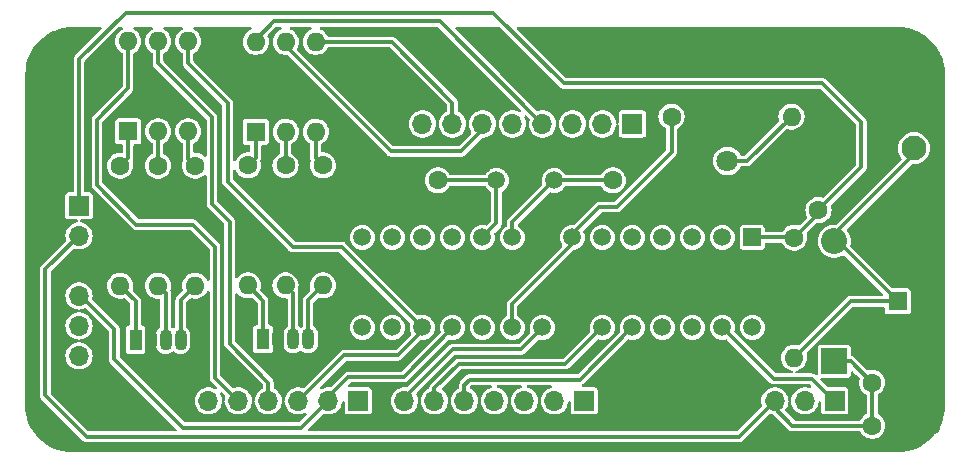
<source format=gtl>
G04 #@! TF.GenerationSoftware,KiCad,Pcbnew,8.0.3*
G04 #@! TF.CreationDate,2024-10-07T11:20:20-06:00*
G04 #@! TF.ProjectId,Atmega328p Board,41746d65-6761-4333-9238-7020426f6172,rev?*
G04 #@! TF.SameCoordinates,Original*
G04 #@! TF.FileFunction,Copper,L1,Top*
G04 #@! TF.FilePolarity,Positive*
%FSLAX46Y46*%
G04 Gerber Fmt 4.6, Leading zero omitted, Abs format (unit mm)*
G04 Created by KiCad (PCBNEW 8.0.3) date 2024-10-07 11:20:20*
%MOMM*%
%LPD*%
G01*
G04 APERTURE LIST*
G04 #@! TA.AperFunction,ComponentPad*
%ADD10R,1.600000X1.600000*%
G04 #@! TD*
G04 #@! TA.AperFunction,ComponentPad*
%ADD11C,1.600000*%
G04 #@! TD*
G04 #@! TA.AperFunction,ComponentPad*
%ADD12O,1.600000X1.600000*%
G04 #@! TD*
G04 #@! TA.AperFunction,ComponentPad*
%ADD13R,1.508000X1.508000*%
G04 #@! TD*
G04 #@! TA.AperFunction,ComponentPad*
%ADD14C,1.508000*%
G04 #@! TD*
G04 #@! TA.AperFunction,ComponentPad*
%ADD15R,1.700000X1.700000*%
G04 #@! TD*
G04 #@! TA.AperFunction,ComponentPad*
%ADD16O,1.700000X1.700000*%
G04 #@! TD*
G04 #@! TA.AperFunction,ComponentPad*
%ADD17R,1.070000X1.800000*%
G04 #@! TD*
G04 #@! TA.AperFunction,ComponentPad*
%ADD18O,1.070000X1.800000*%
G04 #@! TD*
G04 #@! TA.AperFunction,ComponentPad*
%ADD19C,1.500000*%
G04 #@! TD*
G04 #@! TA.AperFunction,ComponentPad*
%ADD20R,1.800000X1.800000*%
G04 #@! TD*
G04 #@! TA.AperFunction,ComponentPad*
%ADD21C,1.800000*%
G04 #@! TD*
G04 #@! TA.AperFunction,ComponentPad*
%ADD22R,2.200000X2.200000*%
G04 #@! TD*
G04 #@! TA.AperFunction,ComponentPad*
%ADD23O,2.200000X2.200000*%
G04 #@! TD*
G04 #@! TA.AperFunction,ComponentPad*
%ADD24R,2.100000X2.100000*%
G04 #@! TD*
G04 #@! TA.AperFunction,ComponentPad*
%ADD25C,2.100000*%
G04 #@! TD*
G04 #@! TA.AperFunction,Conductor*
%ADD26C,0.300000*%
G04 #@! TD*
G04 APERTURE END LIST*
D10*
X213971815Y-105225534D03*
D11*
X216471815Y-105225534D03*
X148164466Y-93750534D03*
D12*
X148164466Y-103910534D03*
D13*
X201674466Y-99825534D03*
D14*
X199134466Y-99825534D03*
X196594466Y-99825534D03*
X194054466Y-99825534D03*
X191514466Y-99825534D03*
X188974466Y-99825534D03*
X186434466Y-99825534D03*
X183894466Y-99825534D03*
X181354466Y-99825534D03*
X178814466Y-99825534D03*
X176274466Y-99825534D03*
X173734466Y-99825534D03*
X171194466Y-99825534D03*
X168654466Y-99825534D03*
X168654466Y-107445534D03*
X171194466Y-107445534D03*
X173734466Y-107445534D03*
X176274466Y-107445534D03*
X178814466Y-107445534D03*
X181354466Y-107445534D03*
X183894466Y-107445534D03*
X186434466Y-107445534D03*
X188974466Y-107445534D03*
X191514466Y-107445534D03*
X194054466Y-107445534D03*
X196594466Y-107445534D03*
X199134466Y-107445534D03*
X201674466Y-107445534D03*
D11*
X205224466Y-99845534D03*
D12*
X205224466Y-110005534D03*
D15*
X191529466Y-90210534D03*
D16*
X188989466Y-90210534D03*
X186449466Y-90210534D03*
X183909466Y-90210534D03*
X181369466Y-90210534D03*
X178829466Y-90210534D03*
X176289466Y-90210534D03*
X173749466Y-90210534D03*
D17*
X149454466Y-108480534D03*
D18*
X150724466Y-108480534D03*
X151994466Y-108480534D03*
X153264466Y-108480534D03*
D11*
X165314466Y-93730534D03*
D12*
X165314466Y-103890534D03*
D10*
X148829466Y-90830534D03*
D12*
X151369466Y-90830534D03*
X153909466Y-90830534D03*
X153909466Y-83210534D03*
X151369466Y-83210534D03*
X148829466Y-83210534D03*
D11*
X194834466Y-89585534D03*
D12*
X204994466Y-89585534D03*
D19*
X180014466Y-94985534D03*
X184894466Y-94985534D03*
D20*
X199564466Y-95885534D03*
D21*
X199564466Y-93345534D03*
D10*
X159629466Y-90880534D03*
D12*
X162169466Y-90880534D03*
X164709466Y-90880534D03*
X164709466Y-83260534D03*
X162169466Y-83260534D03*
X159629466Y-83260534D03*
D15*
X144664466Y-97145534D03*
D16*
X144664466Y-99685534D03*
X144664466Y-102225534D03*
X144664466Y-104765534D03*
X144664466Y-107305534D03*
X144664466Y-109845534D03*
X201044466Y-113660534D03*
X203584466Y-113660534D03*
X206124466Y-113660534D03*
D15*
X208664466Y-113660534D03*
D11*
X207274466Y-92195534D03*
X207274466Y-97495534D03*
X162154466Y-93730534D03*
D12*
X162154466Y-103890534D03*
D11*
X211824466Y-115775534D03*
X216824466Y-115775534D03*
X154514466Y-93750534D03*
D12*
X154514466Y-103910534D03*
D17*
X160254466Y-108430534D03*
D18*
X161524466Y-108430534D03*
X162794466Y-108430534D03*
X164064466Y-108430534D03*
D11*
X175064466Y-94985534D03*
X170064466Y-94985534D03*
D15*
X187464466Y-113660534D03*
D16*
X184924466Y-113660534D03*
X182384466Y-113660534D03*
X179844466Y-113660534D03*
X177304466Y-113660534D03*
X174764466Y-113660534D03*
X172224466Y-113660534D03*
D11*
X189864466Y-94985534D03*
X194864466Y-94985534D03*
D15*
X168314466Y-113660534D03*
D16*
X165774466Y-113660534D03*
X163234466Y-113660534D03*
X160694466Y-113660534D03*
X158154466Y-113660534D03*
X155614466Y-113660534D03*
D22*
X208624466Y-110305534D03*
D23*
X208624466Y-100145534D03*
D11*
X158964466Y-93730534D03*
D12*
X158964466Y-103890534D03*
D11*
X151354466Y-93750534D03*
D12*
X151354466Y-103910534D03*
D11*
X211824466Y-112125534D03*
X216824466Y-112125534D03*
D24*
X215374466Y-97263034D03*
D25*
X215374466Y-92263034D03*
D26*
X181354466Y-98525534D02*
X181354466Y-99825534D01*
X184894466Y-94985534D02*
X181354466Y-98525534D01*
X189864466Y-94985534D02*
X184894466Y-94985534D01*
X180014466Y-98625534D02*
X178814466Y-99825534D01*
X175064466Y-94985534D02*
X180014466Y-94985534D01*
X180014466Y-94985534D02*
X180014466Y-98625534D01*
X215374466Y-92795534D02*
X208624466Y-99545534D01*
X208624466Y-99545534D02*
X208624466Y-100145534D01*
X208891815Y-100145534D02*
X208624466Y-100145534D01*
X213971815Y-105225534D02*
X208891815Y-100145534D01*
X210004466Y-105225534D02*
X213971815Y-105225534D01*
X205224466Y-110005534D02*
X210004466Y-105225534D01*
X215374466Y-92263034D02*
X215374466Y-92795534D01*
X186434466Y-99825534D02*
X186434466Y-100365534D01*
X144664466Y-99685534D02*
X141814466Y-102535534D01*
X181314466Y-107405534D02*
X181354466Y-107445534D01*
X186434466Y-99515534D02*
X186434466Y-99825534D01*
X205075534Y-115775534D02*
X211824466Y-115775534D01*
X190214466Y-97235534D02*
X188714466Y-97235534D01*
X203584466Y-114284466D02*
X205075534Y-115775534D01*
X203584466Y-113660534D02*
X203584466Y-114284466D01*
X141814466Y-113185534D02*
X145314466Y-116685534D01*
X211824466Y-112125534D02*
X210004466Y-110305534D01*
X200559466Y-116685534D02*
X203584466Y-113660534D01*
X188714466Y-97235534D02*
X186434466Y-99515534D01*
X211824466Y-115775534D02*
X211824466Y-112125534D01*
X194834466Y-89585534D02*
X194834466Y-92615534D01*
X145314466Y-116685534D02*
X200559466Y-116685534D01*
X181314466Y-105485534D02*
X181314466Y-107405534D01*
X210004466Y-110305534D02*
X208624466Y-110305534D01*
X194834466Y-92615534D02*
X190214466Y-97235534D01*
X186434466Y-100365534D02*
X181314466Y-105485534D01*
X141814466Y-102535534D02*
X141814466Y-113185534D01*
X201234466Y-93345534D02*
X204994466Y-89585534D01*
X199634466Y-93275534D02*
X199564466Y-93345534D01*
X199564466Y-93345534D02*
X201234466Y-93345534D01*
X160254466Y-105180534D02*
X160254466Y-108430534D01*
X158964466Y-103890534D02*
X160254466Y-105180534D01*
X148164466Y-103910534D02*
X149454466Y-105200534D01*
X149454466Y-105200534D02*
X149454466Y-108480534D01*
X208560534Y-113660534D02*
X206685534Y-111785534D01*
X208664466Y-113660534D02*
X208560534Y-113660534D01*
X203474466Y-111785534D02*
X199134466Y-107445534D01*
X206685534Y-111785534D02*
X203474466Y-111785534D01*
X167095000Y-109800000D02*
X163234466Y-113660534D01*
X173734466Y-107445534D02*
X173734466Y-107715534D01*
X157264466Y-95135534D02*
X162764466Y-100635534D01*
X157264466Y-88435534D02*
X157264466Y-95135534D01*
X171650000Y-109800000D02*
X167095000Y-109800000D01*
X166924466Y-100635534D02*
X173734466Y-107445534D01*
X153909466Y-85080534D02*
X157264466Y-88435534D01*
X153909466Y-83210534D02*
X153909466Y-85080534D01*
X162764466Y-100635534D02*
X166924466Y-100635534D01*
X173734466Y-107715534D02*
X171650000Y-109800000D01*
X164709466Y-83260534D02*
X171139466Y-83260534D01*
X171139466Y-83260534D02*
X176289466Y-88410534D01*
X176289466Y-88410534D02*
X176289466Y-90210534D01*
X176274466Y-107525534D02*
X176274466Y-107445534D01*
X167450000Y-111650000D02*
X172150000Y-111650000D01*
X165774466Y-113325534D02*
X167450000Y-111650000D01*
X153464466Y-115935534D02*
X163499466Y-115935534D01*
X144844466Y-104765534D02*
X147664466Y-107585534D01*
X165774466Y-113660534D02*
X165774466Y-113325534D01*
X147664466Y-107585534D02*
X147664466Y-110135534D01*
X163499466Y-115935534D02*
X165774466Y-113660534D01*
X147664466Y-110135534D02*
X153464466Y-115935534D01*
X144664466Y-104765534D02*
X144844466Y-104765534D01*
X172150000Y-111650000D02*
X176274466Y-107525534D01*
X177750000Y-111850000D02*
X177304466Y-112295534D01*
X191514466Y-107445534D02*
X187110000Y-111850000D01*
X187110000Y-111850000D02*
X177750000Y-111850000D01*
X177304466Y-112295534D02*
X177304466Y-113785534D01*
X156178932Y-111685000D02*
X156178932Y-100600000D01*
X156178932Y-100600000D02*
X154328932Y-98750000D01*
X148829466Y-87199466D02*
X148829466Y-83210534D01*
X158154466Y-113660534D02*
X156178932Y-111685000D01*
X154328932Y-98750000D02*
X149528932Y-98750000D01*
X146178932Y-89850000D02*
X148829466Y-87199466D01*
X149528932Y-98750000D02*
X146178932Y-95400000D01*
X146178932Y-95400000D02*
X146178932Y-89850000D01*
X174764466Y-112585534D02*
X174764466Y-113785534D01*
X188974466Y-107445534D02*
X188954466Y-107445534D01*
X188954466Y-107445534D02*
X185850000Y-110550000D01*
X185850000Y-110550000D02*
X176800000Y-110550000D01*
X176800000Y-110550000D02*
X174764466Y-112585534D01*
X159629466Y-83260534D02*
X159629466Y-83070534D01*
X161164466Y-81535534D02*
X175234466Y-81535534D01*
X159629466Y-83070534D02*
X161164466Y-81535534D01*
X175234466Y-81535534D02*
X183909466Y-90210534D01*
X160694466Y-113505534D02*
X160694466Y-113660534D01*
X155914466Y-96985534D02*
X157428932Y-98500000D01*
X157428932Y-98500000D02*
X157428932Y-108850000D01*
X157428932Y-108850000D02*
X160694466Y-112115534D01*
X151369466Y-85090534D02*
X155914466Y-89635534D01*
X171194466Y-107445534D02*
X171194466Y-107455534D01*
X160694466Y-112115534D02*
X160694466Y-113660534D01*
X155914466Y-89635534D02*
X155914466Y-96985534D01*
X151369466Y-83210534D02*
X151369466Y-85090534D01*
X183894466Y-107445534D02*
X183894466Y-107505534D01*
X172224466Y-113375534D02*
X172224466Y-113785534D01*
X176300000Y-109300000D02*
X172224466Y-113375534D01*
X182100000Y-109300000D02*
X176300000Y-109300000D01*
X183894466Y-107505534D02*
X182100000Y-109300000D01*
X201674466Y-99825534D02*
X205204466Y-99825534D01*
X205224466Y-99845534D02*
X205224466Y-99545534D01*
X207614466Y-86785534D02*
X210914466Y-90085534D01*
X185714466Y-86785534D02*
X207614466Y-86785534D01*
X210914466Y-90085534D02*
X210914466Y-93855534D01*
X179714466Y-80785534D02*
X185714466Y-86785534D01*
X144664466Y-97145534D02*
X144664466Y-84735534D01*
X148614466Y-80785534D02*
X179714466Y-80785534D01*
X210914466Y-93855534D02*
X207274466Y-97495534D01*
X144664466Y-84735534D02*
X148614466Y-80785534D01*
X207274466Y-97495534D02*
X207274466Y-97795534D01*
X207274466Y-97795534D02*
X205224466Y-99845534D01*
X205204466Y-99825534D02*
X205224466Y-99845534D01*
X171114466Y-92535534D02*
X177014466Y-92535534D01*
X162169466Y-83260534D02*
X162169466Y-83590534D01*
X178829466Y-90720534D02*
X178829466Y-90210534D01*
X162169466Y-83590534D02*
X171114466Y-92535534D01*
X177014466Y-92535534D02*
X178829466Y-90720534D01*
X159629466Y-90880534D02*
X159629466Y-93065534D01*
X159629466Y-93065534D02*
X158964466Y-93730534D01*
X162794466Y-104530534D02*
X162794466Y-108430534D01*
X162154466Y-103890534D02*
X162794466Y-104530534D01*
X162169466Y-93715534D02*
X162154466Y-93730534D01*
X162169466Y-90880534D02*
X162169466Y-93715534D01*
X164709466Y-90880534D02*
X164709466Y-93125534D01*
X164709466Y-93125534D02*
X165314466Y-93730534D01*
X165314466Y-103890534D02*
X164064466Y-105140534D01*
X164064466Y-105140534D02*
X164064466Y-108430534D01*
X148829466Y-90830534D02*
X148829466Y-93085534D01*
X148829466Y-93085534D02*
X148164466Y-93750534D01*
X151369466Y-90830534D02*
X151369466Y-93735534D01*
X151369466Y-93735534D02*
X151354466Y-93750534D01*
X151354466Y-103910534D02*
X151994466Y-104550534D01*
X151994466Y-104550534D02*
X151994466Y-108480534D01*
X154514466Y-103910534D02*
X153264466Y-105160534D01*
X153264466Y-105160534D02*
X153264466Y-108480534D01*
X153909466Y-90830534D02*
X153909466Y-93145534D01*
X153909466Y-93145534D02*
X154514466Y-93750534D01*
G04 #@! TA.AperFunction,Conductor*
G36*
X146530573Y-82019685D02*
G01*
X146576328Y-82072489D01*
X146586272Y-82141647D01*
X146557247Y-82205203D01*
X146551215Y-82211681D01*
X144303979Y-84458917D01*
X144303975Y-84458923D01*
X144244667Y-84561646D01*
X144244666Y-84561651D01*
X144213966Y-84676225D01*
X144213966Y-95871034D01*
X144194281Y-95938073D01*
X144141477Y-95983828D01*
X144089966Y-95995034D01*
X143769609Y-95995034D01*
X143769583Y-95995036D01*
X143744478Y-95997947D01*
X143744474Y-95997949D01*
X143641701Y-96043327D01*
X143562260Y-96122768D01*
X143516881Y-96225540D01*
X143516881Y-96225542D01*
X143513966Y-96250665D01*
X143513966Y-98040390D01*
X143513968Y-98040416D01*
X143516879Y-98065521D01*
X143516881Y-98065525D01*
X143562259Y-98168298D01*
X143562260Y-98168299D01*
X143641701Y-98247740D01*
X143744475Y-98293119D01*
X143769601Y-98296034D01*
X144498224Y-98296033D01*
X144565261Y-98315717D01*
X144611016Y-98368521D01*
X144620960Y-98437680D01*
X144591935Y-98501236D01*
X144533157Y-98539010D01*
X144521008Y-98541922D01*
X144464582Y-98552469D01*
X144348268Y-98574213D01*
X144348266Y-98574213D01*
X144348264Y-98574214D01*
X144149448Y-98651235D01*
X144149446Y-98651236D01*
X143968165Y-98763481D01*
X143810593Y-98907127D01*
X143682098Y-99077280D01*
X143587062Y-99268139D01*
X143587062Y-99268141D01*
X143528710Y-99473223D01*
X143509037Y-99685533D01*
X143509037Y-99685534D01*
X143528710Y-99897846D01*
X143572193Y-100050671D01*
X143571607Y-100120538D01*
X143540608Y-100172286D01*
X141453979Y-102258917D01*
X141453975Y-102258923D01*
X141394667Y-102361646D01*
X141394666Y-102361651D01*
X141363966Y-102476225D01*
X141363966Y-113244842D01*
X141388178Y-113335206D01*
X141394666Y-113359419D01*
X141394666Y-113359420D01*
X141394667Y-113359421D01*
X141453977Y-113462148D01*
X145037852Y-117046023D01*
X145037853Y-117046024D01*
X145037855Y-117046025D01*
X145097159Y-117080263D01*
X145097162Y-117080266D01*
X145121183Y-117094134D01*
X145140580Y-117105333D01*
X145255157Y-117136034D01*
X145255160Y-117136034D01*
X200618774Y-117136034D01*
X200618775Y-117136034D01*
X200709139Y-117111820D01*
X200733353Y-117105333D01*
X200836080Y-117046023D01*
X203097239Y-114784862D01*
X203158560Y-114751379D01*
X203228252Y-114756363D01*
X203229713Y-114756919D01*
X203268262Y-114771853D01*
X203268263Y-114771853D01*
X203268268Y-114771855D01*
X203435285Y-114803075D01*
X203497565Y-114834743D01*
X203500179Y-114837282D01*
X204798920Y-116136024D01*
X204901648Y-116195333D01*
X205016225Y-116226034D01*
X210742626Y-116226034D01*
X210809665Y-116245719D01*
X210853624Y-116294760D01*
X210884793Y-116357355D01*
X210884795Y-116357357D01*
X211007703Y-116520115D01*
X211158424Y-116657514D01*
X211158426Y-116657516D01*
X211257607Y-116718926D01*
X211331829Y-116764882D01*
X211522010Y-116838558D01*
X211722490Y-116876034D01*
X211722492Y-116876034D01*
X211926440Y-116876034D01*
X211926442Y-116876034D01*
X212126922Y-116838558D01*
X212317103Y-116764882D01*
X212490507Y-116657515D01*
X212641230Y-116520113D01*
X212764139Y-116357355D01*
X212855048Y-116174784D01*
X212910863Y-115978617D01*
X212929681Y-115775534D01*
X212910863Y-115572451D01*
X212855048Y-115376284D01*
X212764139Y-115193713D01*
X212641230Y-115030955D01*
X212641228Y-115030952D01*
X212490508Y-114893554D01*
X212490507Y-114893553D01*
X212333687Y-114796454D01*
X212287053Y-114744427D01*
X212274966Y-114691028D01*
X212274966Y-113210039D01*
X212294651Y-113143000D01*
X212333687Y-113104613D01*
X212490507Y-113007515D01*
X212641230Y-112870113D01*
X212764139Y-112707355D01*
X212855048Y-112524784D01*
X212910863Y-112328617D01*
X212929681Y-112125534D01*
X212919020Y-112010486D01*
X212910863Y-111922451D01*
X212874235Y-111793719D01*
X212855048Y-111726284D01*
X212844964Y-111706033D01*
X212810738Y-111637298D01*
X212764139Y-111543713D01*
X212655235Y-111399500D01*
X212641228Y-111380952D01*
X212490507Y-111243553D01*
X212490505Y-111243551D01*
X212317108Y-111136189D01*
X212317101Y-111136185D01*
X212195675Y-111089145D01*
X212126922Y-111062510D01*
X211926442Y-111025034D01*
X211722490Y-111025034D01*
X211643226Y-111039851D01*
X211522008Y-111062510D01*
X211522002Y-111062512D01*
X211508358Y-111067798D01*
X211438735Y-111073658D01*
X211376996Y-111040946D01*
X211375887Y-111039851D01*
X210281082Y-109945047D01*
X210281080Y-109945045D01*
X210229716Y-109915390D01*
X210178354Y-109885735D01*
X210166246Y-109882491D01*
X210154139Y-109879247D01*
X210154137Y-109879246D01*
X210116871Y-109869261D01*
X210057211Y-109832896D01*
X210026682Y-109770049D01*
X210024965Y-109749486D01*
X210024965Y-109160677D01*
X210024965Y-109160670D01*
X210024963Y-109160651D01*
X210022052Y-109135546D01*
X210022051Y-109135544D01*
X210022051Y-109135543D01*
X209976672Y-109032769D01*
X209897231Y-108953328D01*
X209897229Y-108953327D01*
X209794458Y-108907949D01*
X209769331Y-108905034D01*
X207479609Y-108905034D01*
X207479583Y-108905036D01*
X207454478Y-108907947D01*
X207454474Y-108907949D01*
X207351701Y-108953327D01*
X207272260Y-109032768D01*
X207226881Y-109135540D01*
X207226881Y-109135542D01*
X207223966Y-109160665D01*
X207223966Y-111387501D01*
X207204281Y-111454540D01*
X207151477Y-111500295D01*
X207082319Y-111510239D01*
X207018763Y-111481214D01*
X207012285Y-111475182D01*
X206962150Y-111425047D01*
X206962148Y-111425045D01*
X206910784Y-111395390D01*
X206859422Y-111365735D01*
X206847314Y-111362491D01*
X206835207Y-111359247D01*
X206835204Y-111359246D01*
X206797012Y-111349012D01*
X206744843Y-111335034D01*
X206744842Y-111335034D01*
X205439573Y-111335034D01*
X205372534Y-111315349D01*
X205326779Y-111262545D01*
X205316835Y-111193387D01*
X205345860Y-111129831D01*
X205404638Y-111092057D01*
X205416778Y-111089147D01*
X205526922Y-111068558D01*
X205717103Y-110994882D01*
X205890507Y-110887515D01*
X206041230Y-110750113D01*
X206164139Y-110587355D01*
X206255048Y-110404784D01*
X206310863Y-110208617D01*
X206329681Y-110005534D01*
X206310863Y-109802451D01*
X206276268Y-109680863D01*
X206276854Y-109610996D01*
X206307851Y-109559250D01*
X210154751Y-105712353D01*
X210216074Y-105678868D01*
X210242432Y-105676034D01*
X212747316Y-105676034D01*
X212814355Y-105695719D01*
X212860110Y-105748523D01*
X212871316Y-105800034D01*
X212871316Y-106070390D01*
X212871317Y-106070416D01*
X212874228Y-106095521D01*
X212874230Y-106095525D01*
X212919608Y-106198298D01*
X212919609Y-106198299D01*
X212999050Y-106277740D01*
X213101824Y-106323119D01*
X213126950Y-106326034D01*
X214816679Y-106326033D01*
X214816694Y-106326031D01*
X214816697Y-106326031D01*
X214841802Y-106323120D01*
X214841803Y-106323119D01*
X214841806Y-106323119D01*
X214944580Y-106277740D01*
X215024021Y-106198299D01*
X215069400Y-106095525D01*
X215072315Y-106070399D01*
X215072314Y-104380670D01*
X215071848Y-104376650D01*
X215069401Y-104355546D01*
X215069400Y-104355544D01*
X215069400Y-104355543D01*
X215024021Y-104252769D01*
X214944580Y-104173328D01*
X214908235Y-104157280D01*
X214841807Y-104127949D01*
X214816683Y-104125034D01*
X214816680Y-104125034D01*
X213559780Y-104125034D01*
X213492741Y-104105349D01*
X213472099Y-104088715D01*
X210009828Y-100626444D01*
X209976343Y-100565121D01*
X209977304Y-100508322D01*
X210010597Y-100376851D01*
X210010599Y-100376842D01*
X210010600Y-100376839D01*
X210015029Y-100323389D01*
X210029766Y-100145540D01*
X210029766Y-100145527D01*
X210010601Y-99914236D01*
X210010599Y-99914225D01*
X209953623Y-99689233D01*
X209860390Y-99476685D01*
X209771485Y-99340606D01*
X209733445Y-99282381D01*
X209713979Y-99261235D01*
X209683058Y-99198580D01*
X209690919Y-99129154D01*
X209717526Y-99089575D01*
X215162493Y-93644608D01*
X215223814Y-93611125D01*
X215260975Y-93608763D01*
X215374466Y-93618693D01*
X215609874Y-93598097D01*
X215838129Y-93536937D01*
X216052296Y-93437069D01*
X216245867Y-93301529D01*
X216412961Y-93134435D01*
X216548501Y-92940864D01*
X216648369Y-92726697D01*
X216709529Y-92498442D01*
X216730125Y-92263034D01*
X216709529Y-92027626D01*
X216651113Y-91809612D01*
X216648371Y-91799378D01*
X216648370Y-91799377D01*
X216648369Y-91799371D01*
X216548501Y-91585205D01*
X216416967Y-91397353D01*
X216412960Y-91391631D01*
X216245868Y-91224540D01*
X216245861Y-91224535D01*
X216052300Y-91089001D01*
X216052296Y-91088999D01*
X215933529Y-91033617D01*
X215838129Y-90989131D01*
X215838125Y-90989130D01*
X215838121Y-90989128D01*
X215609879Y-90927972D01*
X215609869Y-90927970D01*
X215374467Y-90907375D01*
X215374465Y-90907375D01*
X215139062Y-90927970D01*
X215139052Y-90927972D01*
X214910810Y-90989128D01*
X214910801Y-90989132D01*
X214696637Y-91088998D01*
X214696635Y-91088999D01*
X214503063Y-91224539D01*
X214335971Y-91391631D01*
X214200431Y-91585203D01*
X214200430Y-91585205D01*
X214100564Y-91799369D01*
X214100560Y-91799378D01*
X214039404Y-92027620D01*
X214039402Y-92027630D01*
X214018807Y-92263033D01*
X214018807Y-92263034D01*
X214039402Y-92498437D01*
X214039404Y-92498447D01*
X214100560Y-92726689D01*
X214100562Y-92726693D01*
X214100563Y-92726697D01*
X214116645Y-92761185D01*
X214200430Y-92940863D01*
X214215106Y-92961822D01*
X214302027Y-93085958D01*
X214324354Y-93152163D01*
X214307344Y-93219931D01*
X214288133Y-93244762D01*
X208824181Y-98708715D01*
X208762858Y-98742200D01*
X208736500Y-98745034D01*
X208508417Y-98745034D01*
X208467841Y-98751805D01*
X208279481Y-98783236D01*
X208059970Y-98858595D01*
X208059961Y-98858598D01*
X207855837Y-98969065D01*
X207855831Y-98969069D01*
X207672688Y-99111615D01*
X207672685Y-99111618D01*
X207515482Y-99282386D01*
X207388541Y-99476685D01*
X207295308Y-99689233D01*
X207238332Y-99914225D01*
X207238330Y-99914236D01*
X207219166Y-100145527D01*
X207219166Y-100145540D01*
X207238330Y-100376831D01*
X207238332Y-100376842D01*
X207295308Y-100601834D01*
X207388541Y-100814382D01*
X207515482Y-101008681D01*
X207515485Y-101008685D01*
X207515487Y-101008687D01*
X207672682Y-101179447D01*
X207672685Y-101179449D01*
X207672688Y-101179452D01*
X207855831Y-101321998D01*
X207855837Y-101322002D01*
X207855840Y-101322004D01*
X208059963Y-101432470D01*
X208173953Y-101471602D01*
X208279481Y-101507831D01*
X208279483Y-101507831D01*
X208279485Y-101507832D01*
X208508417Y-101546034D01*
X208508418Y-101546034D01*
X208740514Y-101546034D01*
X208740515Y-101546034D01*
X208969447Y-101507832D01*
X209188969Y-101432470D01*
X209188976Y-101432466D01*
X209188979Y-101432465D01*
X209296995Y-101374009D01*
X209336489Y-101352635D01*
X209404816Y-101338040D01*
X209470188Y-101362702D01*
X209483187Y-101374009D01*
X212672531Y-104563353D01*
X212706016Y-104624676D01*
X212701032Y-104694368D01*
X212659160Y-104750301D01*
X212593696Y-104774718D01*
X212584850Y-104775034D01*
X209945157Y-104775034D01*
X209854791Y-104799247D01*
X209854790Y-104799246D01*
X209830581Y-104805734D01*
X209830572Y-104805738D01*
X209727858Y-104865039D01*
X209727850Y-104865045D01*
X205673044Y-108919851D01*
X205611721Y-108953336D01*
X205542029Y-108948352D01*
X205540571Y-108947797D01*
X205526931Y-108942513D01*
X205526923Y-108942510D01*
X205448358Y-108927824D01*
X205326442Y-108905034D01*
X205122490Y-108905034D01*
X204922010Y-108942510D01*
X204922007Y-108942510D01*
X204922007Y-108942511D01*
X204731830Y-109016185D01*
X204731823Y-109016189D01*
X204558426Y-109123551D01*
X204558424Y-109123553D01*
X204407703Y-109260952D01*
X204284793Y-109423712D01*
X204193888Y-109606273D01*
X204193883Y-109606286D01*
X204138068Y-109802451D01*
X204119251Y-110005533D01*
X204119251Y-110005534D01*
X204138068Y-110208616D01*
X204193883Y-110404781D01*
X204193888Y-110404794D01*
X204284793Y-110587355D01*
X204407703Y-110750115D01*
X204558424Y-110887514D01*
X204558426Y-110887516D01*
X204595529Y-110910489D01*
X204731829Y-110994882D01*
X204922010Y-111068558D01*
X205032145Y-111089145D01*
X205094425Y-111120813D01*
X205129698Y-111181126D01*
X205126764Y-111250934D01*
X205086555Y-111308074D01*
X205021837Y-111334405D01*
X205009359Y-111335034D01*
X203712431Y-111335034D01*
X203645392Y-111315349D01*
X203624750Y-111298715D01*
X200180779Y-107854744D01*
X200147294Y-107793421D01*
X200149798Y-107731070D01*
X200173708Y-107652252D01*
X200194068Y-107445534D01*
X200614864Y-107445534D01*
X200635223Y-107652250D01*
X200695522Y-107851030D01*
X200793435Y-108034211D01*
X200793440Y-108034218D01*
X200925213Y-108194786D01*
X201036949Y-108286484D01*
X201085783Y-108326561D01*
X201085786Y-108326562D01*
X201085788Y-108326564D01*
X201268969Y-108424477D01*
X201268971Y-108424477D01*
X201268974Y-108424479D01*
X201467748Y-108484776D01*
X201674466Y-108505136D01*
X201881184Y-108484776D01*
X202079958Y-108424479D01*
X202094222Y-108416855D01*
X202153234Y-108385311D01*
X202263149Y-108326561D01*
X202423718Y-108194786D01*
X202555493Y-108034217D01*
X202642293Y-107871827D01*
X202653409Y-107851030D01*
X202653410Y-107851028D01*
X202653411Y-107851026D01*
X202713708Y-107652252D01*
X202734068Y-107445534D01*
X202713708Y-107238816D01*
X202653411Y-107040042D01*
X202653409Y-107040039D01*
X202653409Y-107040037D01*
X202555496Y-106856856D01*
X202555494Y-106856854D01*
X202555493Y-106856851D01*
X202515416Y-106808017D01*
X202423718Y-106696281D01*
X202287565Y-106584545D01*
X202263149Y-106564507D01*
X202263147Y-106564506D01*
X202263143Y-106564503D01*
X202079962Y-106466590D01*
X201881182Y-106406291D01*
X201674466Y-106385932D01*
X201467749Y-106406291D01*
X201268969Y-106466590D01*
X201085788Y-106564503D01*
X201085781Y-106564508D01*
X200925213Y-106696281D01*
X200793440Y-106856849D01*
X200793435Y-106856856D01*
X200695522Y-107040037D01*
X200635223Y-107238817D01*
X200614864Y-107445534D01*
X200194068Y-107445534D01*
X200173708Y-107238816D01*
X200113411Y-107040042D01*
X200113409Y-107040039D01*
X200113409Y-107040037D01*
X200015496Y-106856856D01*
X200015494Y-106856854D01*
X200015493Y-106856851D01*
X199975416Y-106808017D01*
X199883718Y-106696281D01*
X199747565Y-106584545D01*
X199723149Y-106564507D01*
X199723147Y-106564506D01*
X199723143Y-106564503D01*
X199539962Y-106466590D01*
X199341182Y-106406291D01*
X199134466Y-106385932D01*
X198927749Y-106406291D01*
X198728969Y-106466590D01*
X198545788Y-106564503D01*
X198545781Y-106564508D01*
X198385213Y-106696281D01*
X198253440Y-106856849D01*
X198253435Y-106856856D01*
X198155522Y-107040037D01*
X198095223Y-107238817D01*
X198074864Y-107445534D01*
X198095223Y-107652250D01*
X198155522Y-107851030D01*
X198253435Y-108034211D01*
X198253440Y-108034218D01*
X198385213Y-108194786D01*
X198496949Y-108286484D01*
X198545783Y-108326561D01*
X198545786Y-108326562D01*
X198545788Y-108326564D01*
X198728969Y-108424477D01*
X198728971Y-108424477D01*
X198728974Y-108424479D01*
X198927748Y-108484776D01*
X199134466Y-108505136D01*
X199341184Y-108484776D01*
X199420001Y-108460866D01*
X199489866Y-108460244D01*
X199543676Y-108491847D01*
X203197852Y-112146023D01*
X203300579Y-112205333D01*
X203300578Y-112205333D01*
X203311686Y-112208309D01*
X203319819Y-112210488D01*
X203319821Y-112210489D01*
X203339967Y-112215887D01*
X203415157Y-112236034D01*
X206447569Y-112236034D01*
X206514608Y-112255719D01*
X206535250Y-112272353D01*
X206631354Y-112368457D01*
X206664839Y-112429780D01*
X206659855Y-112499472D01*
X206617983Y-112555405D01*
X206552519Y-112579822D01*
X206498880Y-112571765D01*
X206440669Y-112549214D01*
X206440664Y-112549213D01*
X206231076Y-112510034D01*
X206017856Y-112510034D01*
X205808268Y-112549213D01*
X205808265Y-112549213D01*
X205808265Y-112549214D01*
X205609448Y-112626235D01*
X205609446Y-112626236D01*
X205428165Y-112738481D01*
X205270593Y-112882127D01*
X205142098Y-113052280D01*
X205047062Y-113243139D01*
X205047062Y-113243141D01*
X204988710Y-113448223D01*
X204977937Y-113564485D01*
X204952151Y-113629422D01*
X204907596Y-113661338D01*
X204943969Y-113682202D01*
X204976159Y-113744215D01*
X204977936Y-113756581D01*
X204982437Y-113805141D01*
X204988710Y-113872844D01*
X205047062Y-114077926D01*
X205047062Y-114077928D01*
X205142098Y-114268787D01*
X205227416Y-114381765D01*
X205270594Y-114438941D01*
X205428164Y-114582586D01*
X205609447Y-114694832D01*
X205808268Y-114771855D01*
X206017856Y-114811034D01*
X206017858Y-114811034D01*
X206231074Y-114811034D01*
X206231076Y-114811034D01*
X206440664Y-114771855D01*
X206639485Y-114694832D01*
X206820768Y-114582586D01*
X206978338Y-114438941D01*
X207106832Y-114268789D01*
X207167333Y-114147286D01*
X207201869Y-114077928D01*
X207201869Y-114077927D01*
X207201871Y-114077923D01*
X207260222Y-113872844D01*
X207266495Y-113805140D01*
X207292281Y-113740204D01*
X207349081Y-113699516D01*
X207418862Y-113695996D01*
X207479468Y-113730761D01*
X207511659Y-113792773D01*
X207513966Y-113816582D01*
X207513966Y-114555390D01*
X207513968Y-114555416D01*
X207516879Y-114580521D01*
X207516881Y-114580525D01*
X207562259Y-114683298D01*
X207562260Y-114683299D01*
X207641701Y-114762740D01*
X207744475Y-114808119D01*
X207769601Y-114811034D01*
X209559330Y-114811033D01*
X209559345Y-114811031D01*
X209559348Y-114811031D01*
X209584453Y-114808120D01*
X209584454Y-114808119D01*
X209584457Y-114808119D01*
X209687231Y-114762740D01*
X209766672Y-114683299D01*
X209812051Y-114580525D01*
X209814966Y-114555399D01*
X209814965Y-112765670D01*
X209814963Y-112765651D01*
X209812052Y-112740546D01*
X209812051Y-112740544D01*
X209812051Y-112740543D01*
X209766672Y-112637769D01*
X209687231Y-112558328D01*
X209666590Y-112549214D01*
X209584458Y-112512949D01*
X209559334Y-112510034D01*
X209559331Y-112510034D01*
X208098499Y-112510034D01*
X208031460Y-112490349D01*
X208010818Y-112473715D01*
X207454817Y-111917714D01*
X207421332Y-111856391D01*
X207426316Y-111786699D01*
X207468188Y-111730766D01*
X207533652Y-111706349D01*
X207542470Y-111706033D01*
X209769330Y-111706033D01*
X209769345Y-111706031D01*
X209769348Y-111706031D01*
X209794453Y-111703120D01*
X209794454Y-111703119D01*
X209794457Y-111703119D01*
X209897231Y-111657740D01*
X209976672Y-111578299D01*
X210022051Y-111475525D01*
X210024966Y-111450399D01*
X210024965Y-111262496D01*
X210044649Y-111195459D01*
X210097453Y-111149704D01*
X210166611Y-111139760D01*
X210230167Y-111168785D01*
X210236642Y-111174813D01*
X210492027Y-111430199D01*
X210741078Y-111679250D01*
X210774563Y-111740573D01*
X210772663Y-111800865D01*
X210738069Y-111922448D01*
X210738068Y-111922451D01*
X210719251Y-112125533D01*
X210719251Y-112125534D01*
X210738068Y-112328616D01*
X210793883Y-112524781D01*
X210793888Y-112524794D01*
X210884793Y-112707355D01*
X211007703Y-112870115D01*
X211158424Y-113007514D01*
X211158426Y-113007516D01*
X211210470Y-113039740D01*
X211315243Y-113104612D01*
X211361879Y-113156639D01*
X211373966Y-113210039D01*
X211373966Y-114691028D01*
X211354281Y-114758067D01*
X211315244Y-114796455D01*
X211158423Y-114893554D01*
X211007703Y-115030952D01*
X210884795Y-115193710D01*
X210884793Y-115193713D01*
X210853624Y-115256307D01*
X210806124Y-115307542D01*
X210742626Y-115325034D01*
X205313500Y-115325034D01*
X205246461Y-115305349D01*
X205225819Y-115288715D01*
X204487835Y-114550731D01*
X204454350Y-114489408D01*
X204459334Y-114419716D01*
X204476560Y-114388327D01*
X204566832Y-114268789D01*
X204627333Y-114147286D01*
X204661869Y-114077928D01*
X204661869Y-114077927D01*
X204661871Y-114077923D01*
X204720222Y-113872844D01*
X204730995Y-113756581D01*
X204756781Y-113691645D01*
X204801335Y-113659728D01*
X204764963Y-113638865D01*
X204732773Y-113576852D01*
X204730995Y-113564485D01*
X204721512Y-113462150D01*
X204720222Y-113448224D01*
X204661871Y-113243145D01*
X204661869Y-113243140D01*
X204661869Y-113243139D01*
X204566833Y-113052280D01*
X204438338Y-112882127D01*
X204427776Y-112872498D01*
X204280768Y-112738482D01*
X204099485Y-112626236D01*
X204099483Y-112626235D01*
X203971983Y-112576842D01*
X203900664Y-112549213D01*
X203691076Y-112510034D01*
X203477856Y-112510034D01*
X203268268Y-112549213D01*
X203268265Y-112549213D01*
X203268265Y-112549214D01*
X203069448Y-112626235D01*
X203069446Y-112626236D01*
X202888165Y-112738481D01*
X202730593Y-112882127D01*
X202602098Y-113052280D01*
X202507062Y-113243139D01*
X202507062Y-113243141D01*
X202448710Y-113448223D01*
X202429037Y-113660533D01*
X202429037Y-113660534D01*
X202448710Y-113872846D01*
X202492193Y-114025672D01*
X202491607Y-114095539D01*
X202460608Y-114147287D01*
X200409182Y-116198715D01*
X200347859Y-116232200D01*
X200321501Y-116235034D01*
X164136431Y-116235034D01*
X164069392Y-116215349D01*
X164023637Y-116162545D01*
X164013693Y-116093387D01*
X164042718Y-116029831D01*
X164048750Y-116023353D01*
X165287238Y-114784864D01*
X165348561Y-114751379D01*
X165418253Y-114756363D01*
X165419668Y-114756901D01*
X165458268Y-114771855D01*
X165667856Y-114811034D01*
X165667858Y-114811034D01*
X165881074Y-114811034D01*
X165881076Y-114811034D01*
X166090664Y-114771855D01*
X166289485Y-114694832D01*
X166470768Y-114582586D01*
X166628338Y-114438941D01*
X166756832Y-114268789D01*
X166817333Y-114147286D01*
X166851869Y-114077928D01*
X166851869Y-114077927D01*
X166851871Y-114077923D01*
X166910222Y-113872844D01*
X166916495Y-113805139D01*
X166942280Y-113740203D01*
X166999080Y-113699515D01*
X167068861Y-113695995D01*
X167129468Y-113730759D01*
X167161659Y-113792772D01*
X167163966Y-113816581D01*
X167163966Y-114555390D01*
X167163968Y-114555416D01*
X167166879Y-114580521D01*
X167166881Y-114580525D01*
X167212259Y-114683298D01*
X167212260Y-114683299D01*
X167291701Y-114762740D01*
X167394475Y-114808119D01*
X167419601Y-114811034D01*
X169209330Y-114811033D01*
X169209345Y-114811031D01*
X169209348Y-114811031D01*
X169234453Y-114808120D01*
X169234454Y-114808119D01*
X169234457Y-114808119D01*
X169337231Y-114762740D01*
X169416672Y-114683299D01*
X169462051Y-114580525D01*
X169464966Y-114555399D01*
X169464965Y-113660533D01*
X171069037Y-113660533D01*
X171069037Y-113660534D01*
X171088710Y-113872844D01*
X171147062Y-114077926D01*
X171147062Y-114077928D01*
X171242098Y-114268787D01*
X171327416Y-114381765D01*
X171370594Y-114438941D01*
X171528164Y-114582586D01*
X171709447Y-114694832D01*
X171908268Y-114771855D01*
X172117856Y-114811034D01*
X172117858Y-114811034D01*
X172331074Y-114811034D01*
X172331076Y-114811034D01*
X172540664Y-114771855D01*
X172739485Y-114694832D01*
X172920768Y-114582586D01*
X173078338Y-114438941D01*
X173206832Y-114268789D01*
X173267333Y-114147286D01*
X173301869Y-114077928D01*
X173301869Y-114077927D01*
X173301871Y-114077923D01*
X173360222Y-113872844D01*
X173370995Y-113756581D01*
X173396781Y-113691645D01*
X173439088Y-113661338D01*
X173547596Y-113661338D01*
X173583969Y-113682202D01*
X173616159Y-113744215D01*
X173617936Y-113756581D01*
X173622437Y-113805141D01*
X173628710Y-113872844D01*
X173687062Y-114077926D01*
X173687062Y-114077928D01*
X173782098Y-114268787D01*
X173867416Y-114381765D01*
X173910594Y-114438941D01*
X174068164Y-114582586D01*
X174249447Y-114694832D01*
X174448268Y-114771855D01*
X174657856Y-114811034D01*
X174657858Y-114811034D01*
X174871074Y-114811034D01*
X174871076Y-114811034D01*
X175080664Y-114771855D01*
X175279485Y-114694832D01*
X175460768Y-114582586D01*
X175618338Y-114438941D01*
X175746832Y-114268789D01*
X175807333Y-114147286D01*
X175841869Y-114077928D01*
X175841869Y-114077927D01*
X175841871Y-114077923D01*
X175900222Y-113872844D01*
X175910995Y-113756581D01*
X175936781Y-113691645D01*
X175979088Y-113661338D01*
X176087596Y-113661338D01*
X176123969Y-113682202D01*
X176156159Y-113744215D01*
X176157936Y-113756581D01*
X176162437Y-113805141D01*
X176168710Y-113872844D01*
X176227062Y-114077926D01*
X176227062Y-114077928D01*
X176322098Y-114268787D01*
X176407416Y-114381765D01*
X176450594Y-114438941D01*
X176608164Y-114582586D01*
X176789447Y-114694832D01*
X176988268Y-114771855D01*
X177197856Y-114811034D01*
X177197858Y-114811034D01*
X177411074Y-114811034D01*
X177411076Y-114811034D01*
X177620664Y-114771855D01*
X177819485Y-114694832D01*
X178000768Y-114582586D01*
X178158338Y-114438941D01*
X178286832Y-114268789D01*
X178347333Y-114147286D01*
X178381869Y-114077928D01*
X178381869Y-114077927D01*
X178381871Y-114077923D01*
X178440222Y-113872844D01*
X178450995Y-113756581D01*
X178476781Y-113691645D01*
X178521335Y-113659728D01*
X178484963Y-113638865D01*
X178452773Y-113576852D01*
X178450995Y-113564485D01*
X178441512Y-113462150D01*
X178440222Y-113448224D01*
X178381871Y-113243145D01*
X178381869Y-113243140D01*
X178381869Y-113243139D01*
X178286833Y-113052280D01*
X178158338Y-112882127D01*
X178147776Y-112872498D01*
X178000768Y-112738482D01*
X177918838Y-112687753D01*
X177823742Y-112628871D01*
X177777107Y-112576842D01*
X177766003Y-112507861D01*
X177793957Y-112443827D01*
X177801317Y-112435785D01*
X177900286Y-112336816D01*
X177961608Y-112303334D01*
X177987965Y-112300500D01*
X179520593Y-112300500D01*
X179587632Y-112320185D01*
X179633387Y-112372989D01*
X179643331Y-112442147D01*
X179614306Y-112505703D01*
X179555528Y-112543477D01*
X179543388Y-112546386D01*
X179528268Y-112549213D01*
X179528265Y-112549213D01*
X179528265Y-112549214D01*
X179329448Y-112626235D01*
X179329446Y-112626236D01*
X179148165Y-112738481D01*
X178990593Y-112882127D01*
X178862098Y-113052280D01*
X178767062Y-113243139D01*
X178767062Y-113243141D01*
X178708710Y-113448223D01*
X178697937Y-113564485D01*
X178672151Y-113629422D01*
X178627596Y-113661338D01*
X178663969Y-113682202D01*
X178696159Y-113744215D01*
X178697936Y-113756581D01*
X178702437Y-113805141D01*
X178708710Y-113872844D01*
X178767062Y-114077926D01*
X178767062Y-114077928D01*
X178862098Y-114268787D01*
X178947416Y-114381765D01*
X178990594Y-114438941D01*
X179148164Y-114582586D01*
X179329447Y-114694832D01*
X179528268Y-114771855D01*
X179737856Y-114811034D01*
X179737858Y-114811034D01*
X179951074Y-114811034D01*
X179951076Y-114811034D01*
X180160664Y-114771855D01*
X180359485Y-114694832D01*
X180540768Y-114582586D01*
X180698338Y-114438941D01*
X180826832Y-114268789D01*
X180887333Y-114147286D01*
X180921869Y-114077928D01*
X180921869Y-114077927D01*
X180921871Y-114077923D01*
X180980222Y-113872844D01*
X180990995Y-113756581D01*
X181016781Y-113691645D01*
X181061335Y-113659728D01*
X181024963Y-113638865D01*
X180992773Y-113576852D01*
X180990995Y-113564485D01*
X180981512Y-113462150D01*
X180980222Y-113448224D01*
X180921871Y-113243145D01*
X180921869Y-113243140D01*
X180921869Y-113243139D01*
X180826833Y-113052280D01*
X180698338Y-112882127D01*
X180687776Y-112872498D01*
X180540768Y-112738482D01*
X180359485Y-112626236D01*
X180359483Y-112626235D01*
X180231983Y-112576842D01*
X180160664Y-112549213D01*
X180145552Y-112546388D01*
X180083273Y-112514720D01*
X180048000Y-112454408D01*
X180050934Y-112384600D01*
X180091143Y-112327460D01*
X180155861Y-112301129D01*
X180168339Y-112300500D01*
X182060593Y-112300500D01*
X182127632Y-112320185D01*
X182173387Y-112372989D01*
X182183331Y-112442147D01*
X182154306Y-112505703D01*
X182095528Y-112543477D01*
X182083388Y-112546386D01*
X182068268Y-112549213D01*
X182068265Y-112549213D01*
X182068265Y-112549214D01*
X181869448Y-112626235D01*
X181869446Y-112626236D01*
X181688165Y-112738481D01*
X181530593Y-112882127D01*
X181402098Y-113052280D01*
X181307062Y-113243139D01*
X181307062Y-113243141D01*
X181248710Y-113448223D01*
X181237937Y-113564485D01*
X181212151Y-113629422D01*
X181167596Y-113661338D01*
X181203969Y-113682202D01*
X181236159Y-113744215D01*
X181237936Y-113756581D01*
X181242437Y-113805141D01*
X181248710Y-113872844D01*
X181307062Y-114077926D01*
X181307062Y-114077928D01*
X181402098Y-114268787D01*
X181487416Y-114381765D01*
X181530594Y-114438941D01*
X181688164Y-114582586D01*
X181869447Y-114694832D01*
X182068268Y-114771855D01*
X182277856Y-114811034D01*
X182277858Y-114811034D01*
X182491074Y-114811034D01*
X182491076Y-114811034D01*
X182700664Y-114771855D01*
X182899485Y-114694832D01*
X183080768Y-114582586D01*
X183238338Y-114438941D01*
X183366832Y-114268789D01*
X183427333Y-114147286D01*
X183461869Y-114077928D01*
X183461869Y-114077927D01*
X183461871Y-114077923D01*
X183520222Y-113872844D01*
X183530995Y-113756581D01*
X183556781Y-113691645D01*
X183601335Y-113659728D01*
X183564963Y-113638865D01*
X183532773Y-113576852D01*
X183530995Y-113564485D01*
X183521512Y-113462150D01*
X183520222Y-113448224D01*
X183461871Y-113243145D01*
X183461869Y-113243140D01*
X183461869Y-113243139D01*
X183366833Y-113052280D01*
X183238338Y-112882127D01*
X183227776Y-112872498D01*
X183080768Y-112738482D01*
X182899485Y-112626236D01*
X182899483Y-112626235D01*
X182771983Y-112576842D01*
X182700664Y-112549213D01*
X182685552Y-112546388D01*
X182623273Y-112514720D01*
X182588000Y-112454408D01*
X182590934Y-112384600D01*
X182631143Y-112327460D01*
X182695861Y-112301129D01*
X182708339Y-112300500D01*
X184600593Y-112300500D01*
X184667632Y-112320185D01*
X184713387Y-112372989D01*
X184723331Y-112442147D01*
X184694306Y-112505703D01*
X184635528Y-112543477D01*
X184623388Y-112546386D01*
X184608268Y-112549213D01*
X184608265Y-112549213D01*
X184608265Y-112549214D01*
X184409448Y-112626235D01*
X184409446Y-112626236D01*
X184228165Y-112738481D01*
X184070593Y-112882127D01*
X183942098Y-113052280D01*
X183847062Y-113243139D01*
X183847062Y-113243141D01*
X183788710Y-113448223D01*
X183777937Y-113564485D01*
X183752151Y-113629422D01*
X183707596Y-113661338D01*
X183743969Y-113682202D01*
X183776159Y-113744215D01*
X183777936Y-113756581D01*
X183782437Y-113805141D01*
X183788710Y-113872844D01*
X183847062Y-114077926D01*
X183847062Y-114077928D01*
X183942098Y-114268787D01*
X184027416Y-114381765D01*
X184070594Y-114438941D01*
X184228164Y-114582586D01*
X184409447Y-114694832D01*
X184608268Y-114771855D01*
X184817856Y-114811034D01*
X184817858Y-114811034D01*
X185031074Y-114811034D01*
X185031076Y-114811034D01*
X185240664Y-114771855D01*
X185439485Y-114694832D01*
X185620768Y-114582586D01*
X185778338Y-114438941D01*
X185906832Y-114268789D01*
X185967333Y-114147286D01*
X186001869Y-114077928D01*
X186001869Y-114077927D01*
X186001871Y-114077923D01*
X186060222Y-113872844D01*
X186066495Y-113805139D01*
X186092280Y-113740203D01*
X186149080Y-113699515D01*
X186218861Y-113695995D01*
X186279468Y-113730759D01*
X186311659Y-113792772D01*
X186313966Y-113816581D01*
X186313966Y-114555390D01*
X186313968Y-114555416D01*
X186316879Y-114580521D01*
X186316881Y-114580525D01*
X186362259Y-114683298D01*
X186362260Y-114683299D01*
X186441701Y-114762740D01*
X186544475Y-114808119D01*
X186569601Y-114811034D01*
X188359330Y-114811033D01*
X188359345Y-114811031D01*
X188359348Y-114811031D01*
X188384453Y-114808120D01*
X188384454Y-114808119D01*
X188384457Y-114808119D01*
X188487231Y-114762740D01*
X188566672Y-114683299D01*
X188612051Y-114580525D01*
X188614966Y-114555399D01*
X188614965Y-112765670D01*
X188614963Y-112765651D01*
X188612052Y-112740546D01*
X188612051Y-112740544D01*
X188612051Y-112740543D01*
X188566672Y-112637769D01*
X188487231Y-112558328D01*
X188466590Y-112549214D01*
X188384458Y-112512949D01*
X188359334Y-112510034D01*
X187327297Y-112510034D01*
X187260258Y-112490349D01*
X187214503Y-112437545D01*
X187204559Y-112368387D01*
X187233584Y-112304831D01*
X187279849Y-112271471D01*
X187283879Y-112269801D01*
X187283887Y-112269799D01*
X187386614Y-112210489D01*
X191105256Y-108491845D01*
X191166577Y-108458362D01*
X191228929Y-108460866D01*
X191307748Y-108484776D01*
X191514466Y-108505136D01*
X191721184Y-108484776D01*
X191919958Y-108424479D01*
X191934222Y-108416855D01*
X191993234Y-108385311D01*
X192103149Y-108326561D01*
X192263718Y-108194786D01*
X192395493Y-108034217D01*
X192482293Y-107871827D01*
X192493409Y-107851030D01*
X192493410Y-107851028D01*
X192493411Y-107851026D01*
X192553708Y-107652252D01*
X192574068Y-107445534D01*
X192994864Y-107445534D01*
X193015223Y-107652250D01*
X193075522Y-107851030D01*
X193173435Y-108034211D01*
X193173440Y-108034218D01*
X193305213Y-108194786D01*
X193416949Y-108286484D01*
X193465783Y-108326561D01*
X193465786Y-108326562D01*
X193465788Y-108326564D01*
X193648969Y-108424477D01*
X193648971Y-108424477D01*
X193648974Y-108424479D01*
X193847748Y-108484776D01*
X194054466Y-108505136D01*
X194261184Y-108484776D01*
X194459958Y-108424479D01*
X194474222Y-108416855D01*
X194533234Y-108385311D01*
X194643149Y-108326561D01*
X194803718Y-108194786D01*
X194935493Y-108034217D01*
X195022293Y-107871827D01*
X195033409Y-107851030D01*
X195033410Y-107851028D01*
X195033411Y-107851026D01*
X195093708Y-107652252D01*
X195114068Y-107445534D01*
X195534864Y-107445534D01*
X195555223Y-107652250D01*
X195615522Y-107851030D01*
X195713435Y-108034211D01*
X195713440Y-108034218D01*
X195845213Y-108194786D01*
X195956949Y-108286484D01*
X196005783Y-108326561D01*
X196005786Y-108326562D01*
X196005788Y-108326564D01*
X196188969Y-108424477D01*
X196188971Y-108424477D01*
X196188974Y-108424479D01*
X196387748Y-108484776D01*
X196594466Y-108505136D01*
X196801184Y-108484776D01*
X196999958Y-108424479D01*
X197014222Y-108416855D01*
X197073234Y-108385311D01*
X197183149Y-108326561D01*
X197343718Y-108194786D01*
X197475493Y-108034217D01*
X197562293Y-107871827D01*
X197573409Y-107851030D01*
X197573410Y-107851028D01*
X197573411Y-107851026D01*
X197633708Y-107652252D01*
X197654068Y-107445534D01*
X197633708Y-107238816D01*
X197573411Y-107040042D01*
X197573409Y-107040039D01*
X197573409Y-107040037D01*
X197475496Y-106856856D01*
X197475494Y-106856854D01*
X197475493Y-106856851D01*
X197435416Y-106808017D01*
X197343718Y-106696281D01*
X197207565Y-106584545D01*
X197183149Y-106564507D01*
X197183147Y-106564506D01*
X197183143Y-106564503D01*
X196999962Y-106466590D01*
X196801182Y-106406291D01*
X196594466Y-106385932D01*
X196387749Y-106406291D01*
X196188969Y-106466590D01*
X196005788Y-106564503D01*
X196005781Y-106564508D01*
X195845213Y-106696281D01*
X195713440Y-106856849D01*
X195713435Y-106856856D01*
X195615522Y-107040037D01*
X195555223Y-107238817D01*
X195534864Y-107445534D01*
X195114068Y-107445534D01*
X195093708Y-107238816D01*
X195033411Y-107040042D01*
X195033409Y-107040039D01*
X195033409Y-107040037D01*
X194935496Y-106856856D01*
X194935494Y-106856854D01*
X194935493Y-106856851D01*
X194895416Y-106808017D01*
X194803718Y-106696281D01*
X194667565Y-106584545D01*
X194643149Y-106564507D01*
X194643147Y-106564506D01*
X194643143Y-106564503D01*
X194459962Y-106466590D01*
X194261182Y-106406291D01*
X194054466Y-106385932D01*
X193847749Y-106406291D01*
X193648969Y-106466590D01*
X193465788Y-106564503D01*
X193465781Y-106564508D01*
X193305213Y-106696281D01*
X193173440Y-106856849D01*
X193173435Y-106856856D01*
X193075522Y-107040037D01*
X193015223Y-107238817D01*
X192994864Y-107445534D01*
X192574068Y-107445534D01*
X192553708Y-107238816D01*
X192493411Y-107040042D01*
X192493409Y-107040039D01*
X192493409Y-107040037D01*
X192395496Y-106856856D01*
X192395494Y-106856854D01*
X192395493Y-106856851D01*
X192355416Y-106808017D01*
X192263718Y-106696281D01*
X192127565Y-106584545D01*
X192103149Y-106564507D01*
X192103147Y-106564506D01*
X192103143Y-106564503D01*
X191919962Y-106466590D01*
X191721182Y-106406291D01*
X191514466Y-106385932D01*
X191307749Y-106406291D01*
X191108969Y-106466590D01*
X190925788Y-106564503D01*
X190925781Y-106564508D01*
X190765213Y-106696281D01*
X190633440Y-106856849D01*
X190633435Y-106856856D01*
X190535522Y-107040037D01*
X190475223Y-107238817D01*
X190454864Y-107445534D01*
X190475223Y-107652250D01*
X190499132Y-107731068D01*
X190499755Y-107800935D01*
X190468152Y-107854743D01*
X186959716Y-111363181D01*
X186898393Y-111396666D01*
X186872035Y-111399500D01*
X177690691Y-111399500D01*
X177600325Y-111423713D01*
X177600324Y-111423712D01*
X177576116Y-111430199D01*
X177576113Y-111430200D01*
X177473386Y-111489511D01*
X177473383Y-111489513D01*
X176943979Y-112018917D01*
X176943975Y-112018923D01*
X176884665Y-112121649D01*
X176883335Y-112126616D01*
X176853966Y-112236223D01*
X176853966Y-112517331D01*
X176834281Y-112584370D01*
X176793120Y-112621278D01*
X176794321Y-112623218D01*
X176608165Y-112738481D01*
X176450593Y-112882127D01*
X176322098Y-113052280D01*
X176227062Y-113243139D01*
X176227062Y-113243141D01*
X176168710Y-113448223D01*
X176157937Y-113564485D01*
X176132151Y-113629422D01*
X176087596Y-113661338D01*
X175979088Y-113661338D01*
X175981335Y-113659728D01*
X175944963Y-113638865D01*
X175912773Y-113576852D01*
X175910995Y-113564485D01*
X175901512Y-113462150D01*
X175900222Y-113448224D01*
X175841871Y-113243145D01*
X175841869Y-113243140D01*
X175841869Y-113243139D01*
X175746833Y-113052280D01*
X175618338Y-112882127D01*
X175526262Y-112798188D01*
X175460768Y-112738482D01*
X175460766Y-112738481D01*
X175460762Y-112738477D01*
X175456192Y-112735026D01*
X175457292Y-112733568D01*
X175416215Y-112687753D01*
X175405103Y-112618773D01*
X175433049Y-112554735D01*
X175440428Y-112546673D01*
X176950285Y-111036819D01*
X177011608Y-111003334D01*
X177037966Y-111000500D01*
X185909308Y-111000500D01*
X185909309Y-111000500D01*
X185999673Y-110976286D01*
X186023887Y-110969799D01*
X186126614Y-110910489D01*
X188549911Y-108487190D01*
X188611232Y-108453707D01*
X188673584Y-108456211D01*
X188767748Y-108484776D01*
X188974466Y-108505136D01*
X189181184Y-108484776D01*
X189379958Y-108424479D01*
X189394222Y-108416855D01*
X189453234Y-108385311D01*
X189563149Y-108326561D01*
X189723718Y-108194786D01*
X189855493Y-108034217D01*
X189942293Y-107871827D01*
X189953409Y-107851030D01*
X189953410Y-107851028D01*
X189953411Y-107851026D01*
X190013708Y-107652252D01*
X190034068Y-107445534D01*
X190013708Y-107238816D01*
X189953411Y-107040042D01*
X189953409Y-107040039D01*
X189953409Y-107040037D01*
X189855496Y-106856856D01*
X189855494Y-106856854D01*
X189855493Y-106856851D01*
X189815416Y-106808017D01*
X189723718Y-106696281D01*
X189587565Y-106584545D01*
X189563149Y-106564507D01*
X189563147Y-106564506D01*
X189563143Y-106564503D01*
X189379962Y-106466590D01*
X189181182Y-106406291D01*
X188974466Y-106385932D01*
X188767749Y-106406291D01*
X188568969Y-106466590D01*
X188385788Y-106564503D01*
X188385781Y-106564508D01*
X188225213Y-106696281D01*
X188093440Y-106856849D01*
X188093435Y-106856856D01*
X187995522Y-107040037D01*
X187935223Y-107238817D01*
X187914864Y-107445534D01*
X187935223Y-107652251D01*
X187954477Y-107715723D01*
X187955100Y-107785590D01*
X187923497Y-107839398D01*
X185699716Y-110063181D01*
X185638393Y-110096666D01*
X185612035Y-110099500D01*
X176740691Y-110099500D01*
X176650325Y-110123713D01*
X176650324Y-110123712D01*
X176626115Y-110130200D01*
X176626106Y-110130204D01*
X176523392Y-110189505D01*
X176523384Y-110189511D01*
X174403979Y-112308917D01*
X174403975Y-112308923D01*
X174344667Y-112411646D01*
X174344666Y-112411651D01*
X174313966Y-112526225D01*
X174313013Y-112533465D01*
X174284745Y-112597361D01*
X174253499Y-112621890D01*
X174254321Y-112623218D01*
X174068165Y-112738481D01*
X173910593Y-112882127D01*
X173782098Y-113052280D01*
X173687062Y-113243139D01*
X173687062Y-113243141D01*
X173628710Y-113448223D01*
X173617937Y-113564485D01*
X173592151Y-113629422D01*
X173547596Y-113661338D01*
X173439088Y-113661338D01*
X173441335Y-113659728D01*
X173404963Y-113638865D01*
X173372773Y-113576852D01*
X173370995Y-113564485D01*
X173361512Y-113462150D01*
X173360222Y-113448224D01*
X173301871Y-113243145D01*
X173301869Y-113243141D01*
X173267331Y-113173779D01*
X173239282Y-113117448D01*
X173227022Y-113048666D01*
X173253895Y-112984171D01*
X173262592Y-112974509D01*
X176450284Y-109786819D01*
X176511607Y-109753334D01*
X176537965Y-109750500D01*
X182159308Y-109750500D01*
X182159309Y-109750500D01*
X182249673Y-109726286D01*
X182273887Y-109719799D01*
X182376614Y-109660489D01*
X183531292Y-108505809D01*
X183592613Y-108472326D01*
X183654967Y-108474831D01*
X183687748Y-108484776D01*
X183687747Y-108484776D01*
X183693200Y-108485313D01*
X183894466Y-108505136D01*
X184101184Y-108484776D01*
X184299958Y-108424479D01*
X184314222Y-108416855D01*
X184373234Y-108385311D01*
X184483149Y-108326561D01*
X184643718Y-108194786D01*
X184775493Y-108034217D01*
X184862293Y-107871827D01*
X184873409Y-107851030D01*
X184873410Y-107851028D01*
X184873411Y-107851026D01*
X184933708Y-107652252D01*
X184954068Y-107445534D01*
X184933708Y-107238816D01*
X184873411Y-107040042D01*
X184873409Y-107040039D01*
X184873409Y-107040037D01*
X184775496Y-106856856D01*
X184775494Y-106856854D01*
X184775493Y-106856851D01*
X184735416Y-106808017D01*
X184643718Y-106696281D01*
X184507565Y-106584545D01*
X184483149Y-106564507D01*
X184483147Y-106564506D01*
X184483143Y-106564503D01*
X184299962Y-106466590D01*
X184101182Y-106406291D01*
X183894466Y-106385932D01*
X183687749Y-106406291D01*
X183488969Y-106466590D01*
X183305788Y-106564503D01*
X183305781Y-106564508D01*
X183145213Y-106696281D01*
X183013440Y-106856849D01*
X183013435Y-106856856D01*
X182915522Y-107040037D01*
X182855223Y-107238817D01*
X182834864Y-107445534D01*
X182855223Y-107652252D01*
X182893096Y-107777104D01*
X182893719Y-107846971D01*
X182862116Y-107900779D01*
X181949716Y-108813181D01*
X181888393Y-108846666D01*
X181862035Y-108849500D01*
X176240691Y-108849500D01*
X176126114Y-108880201D01*
X176126112Y-108880201D01*
X176126112Y-108880202D01*
X176091245Y-108900333D01*
X176091244Y-108900333D01*
X176023389Y-108939508D01*
X176023384Y-108939512D01*
X172479899Y-112482996D01*
X172418576Y-112516481D01*
X172369435Y-112517204D01*
X172331077Y-112510034D01*
X172331076Y-112510034D01*
X172117856Y-112510034D01*
X171908268Y-112549213D01*
X171908265Y-112549213D01*
X171908265Y-112549214D01*
X171709448Y-112626235D01*
X171709446Y-112626236D01*
X171528165Y-112738481D01*
X171370593Y-112882127D01*
X171242098Y-113052280D01*
X171147062Y-113243139D01*
X171147062Y-113243141D01*
X171088710Y-113448223D01*
X171069037Y-113660533D01*
X169464965Y-113660533D01*
X169464965Y-112765670D01*
X169464963Y-112765651D01*
X169462052Y-112740546D01*
X169462051Y-112740544D01*
X169462051Y-112740543D01*
X169416672Y-112637769D01*
X169337231Y-112558328D01*
X169316590Y-112549214D01*
X169234458Y-112512949D01*
X169209334Y-112510034D01*
X167526429Y-112510034D01*
X167459390Y-112490349D01*
X167413635Y-112437545D01*
X167403691Y-112368387D01*
X167432716Y-112304831D01*
X167438710Y-112298392D01*
X167600286Y-112136816D01*
X167661608Y-112103334D01*
X167687965Y-112100500D01*
X172209308Y-112100500D01*
X172209309Y-112100500D01*
X172299673Y-112076286D01*
X172323887Y-112069799D01*
X172426614Y-112010489D01*
X175926638Y-108510464D01*
X175987959Y-108476981D01*
X176050312Y-108479486D01*
X176067748Y-108484776D01*
X176274466Y-108505136D01*
X176481184Y-108484776D01*
X176679958Y-108424479D01*
X176694222Y-108416855D01*
X176753234Y-108385311D01*
X176863149Y-108326561D01*
X177023718Y-108194786D01*
X177155493Y-108034217D01*
X177242293Y-107871827D01*
X177253409Y-107851030D01*
X177253410Y-107851028D01*
X177253411Y-107851026D01*
X177313708Y-107652252D01*
X177334068Y-107445534D01*
X177754864Y-107445534D01*
X177775223Y-107652250D01*
X177835522Y-107851030D01*
X177933435Y-108034211D01*
X177933440Y-108034218D01*
X178065213Y-108194786D01*
X178176949Y-108286484D01*
X178225783Y-108326561D01*
X178225786Y-108326562D01*
X178225788Y-108326564D01*
X178408969Y-108424477D01*
X178408971Y-108424477D01*
X178408974Y-108424479D01*
X178607748Y-108484776D01*
X178814466Y-108505136D01*
X179021184Y-108484776D01*
X179219958Y-108424479D01*
X179234222Y-108416855D01*
X179293234Y-108385311D01*
X179403149Y-108326561D01*
X179563718Y-108194786D01*
X179695493Y-108034217D01*
X179782293Y-107871827D01*
X179793409Y-107851030D01*
X179793410Y-107851028D01*
X179793411Y-107851026D01*
X179853708Y-107652252D01*
X179874068Y-107445534D01*
X180294864Y-107445534D01*
X180315223Y-107652250D01*
X180375522Y-107851030D01*
X180473435Y-108034211D01*
X180473440Y-108034218D01*
X180605213Y-108194786D01*
X180716949Y-108286484D01*
X180765783Y-108326561D01*
X180765786Y-108326562D01*
X180765788Y-108326564D01*
X180948969Y-108424477D01*
X180948971Y-108424477D01*
X180948974Y-108424479D01*
X181147748Y-108484776D01*
X181354466Y-108505136D01*
X181561184Y-108484776D01*
X181759958Y-108424479D01*
X181774222Y-108416855D01*
X181833234Y-108385311D01*
X181943149Y-108326561D01*
X182103718Y-108194786D01*
X182235493Y-108034217D01*
X182322293Y-107871827D01*
X182333409Y-107851030D01*
X182333410Y-107851028D01*
X182333411Y-107851026D01*
X182393708Y-107652252D01*
X182414068Y-107445534D01*
X182393708Y-107238816D01*
X182333411Y-107040042D01*
X182333409Y-107040039D01*
X182333409Y-107040037D01*
X182235496Y-106856856D01*
X182235494Y-106856854D01*
X182235493Y-106856851D01*
X182195416Y-106808017D01*
X182103718Y-106696281D01*
X181943154Y-106564510D01*
X181943150Y-106564507D01*
X181943149Y-106564507D01*
X181830510Y-106504299D01*
X181780668Y-106455336D01*
X181764966Y-106394942D01*
X181764966Y-105723498D01*
X181784651Y-105656459D01*
X181801280Y-105635822D01*
X186533432Y-100903669D01*
X186594753Y-100870186D01*
X186608954Y-100867949D01*
X186641184Y-100864776D01*
X186839958Y-100804479D01*
X186854222Y-100796855D01*
X186936771Y-100752731D01*
X187023149Y-100706561D01*
X187183718Y-100574786D01*
X187315493Y-100414217D01*
X187413411Y-100231026D01*
X187473708Y-100032252D01*
X187494068Y-99825534D01*
X187914864Y-99825534D01*
X187935223Y-100032250D01*
X187995522Y-100231030D01*
X188093435Y-100414211D01*
X188093440Y-100414218D01*
X188225213Y-100574786D01*
X188336949Y-100666484D01*
X188385783Y-100706561D01*
X188385786Y-100706562D01*
X188385788Y-100706564D01*
X188568969Y-100804477D01*
X188568971Y-100804477D01*
X188568974Y-100804479D01*
X188767748Y-100864776D01*
X188974466Y-100885136D01*
X189181184Y-100864776D01*
X189379958Y-100804479D01*
X189394222Y-100796855D01*
X189476771Y-100752731D01*
X189563149Y-100706561D01*
X189723718Y-100574786D01*
X189855493Y-100414217D01*
X189953411Y-100231026D01*
X190013708Y-100032252D01*
X190034068Y-99825534D01*
X190454864Y-99825534D01*
X190475223Y-100032250D01*
X190535522Y-100231030D01*
X190633435Y-100414211D01*
X190633440Y-100414218D01*
X190765213Y-100574786D01*
X190876949Y-100666484D01*
X190925783Y-100706561D01*
X190925786Y-100706562D01*
X190925788Y-100706564D01*
X191108969Y-100804477D01*
X191108971Y-100804477D01*
X191108974Y-100804479D01*
X191307748Y-100864776D01*
X191514466Y-100885136D01*
X191721184Y-100864776D01*
X191919958Y-100804479D01*
X191934222Y-100796855D01*
X192016771Y-100752731D01*
X192103149Y-100706561D01*
X192263718Y-100574786D01*
X192395493Y-100414217D01*
X192493411Y-100231026D01*
X192553708Y-100032252D01*
X192574068Y-99825534D01*
X192994864Y-99825534D01*
X193015223Y-100032250D01*
X193075522Y-100231030D01*
X193173435Y-100414211D01*
X193173440Y-100414218D01*
X193305213Y-100574786D01*
X193416949Y-100666484D01*
X193465783Y-100706561D01*
X193465786Y-100706562D01*
X193465788Y-100706564D01*
X193648969Y-100804477D01*
X193648971Y-100804477D01*
X193648974Y-100804479D01*
X193847748Y-100864776D01*
X194054466Y-100885136D01*
X194261184Y-100864776D01*
X194459958Y-100804479D01*
X194474222Y-100796855D01*
X194556771Y-100752731D01*
X194643149Y-100706561D01*
X194803718Y-100574786D01*
X194935493Y-100414217D01*
X195033411Y-100231026D01*
X195093708Y-100032252D01*
X195114068Y-99825534D01*
X195534864Y-99825534D01*
X195555223Y-100032250D01*
X195615522Y-100231030D01*
X195713435Y-100414211D01*
X195713440Y-100414218D01*
X195845213Y-100574786D01*
X195956949Y-100666484D01*
X196005783Y-100706561D01*
X196005786Y-100706562D01*
X196005788Y-100706564D01*
X196188969Y-100804477D01*
X196188971Y-100804477D01*
X196188974Y-100804479D01*
X196387748Y-100864776D01*
X196594466Y-100885136D01*
X196801184Y-100864776D01*
X196999958Y-100804479D01*
X197014222Y-100796855D01*
X197096771Y-100752731D01*
X197183149Y-100706561D01*
X197343718Y-100574786D01*
X197475493Y-100414217D01*
X197573411Y-100231026D01*
X197633708Y-100032252D01*
X197654068Y-99825534D01*
X198074864Y-99825534D01*
X198095223Y-100032250D01*
X198155522Y-100231030D01*
X198253435Y-100414211D01*
X198253440Y-100414218D01*
X198385213Y-100574786D01*
X198496949Y-100666484D01*
X198545783Y-100706561D01*
X198545786Y-100706562D01*
X198545788Y-100706564D01*
X198728969Y-100804477D01*
X198728971Y-100804477D01*
X198728974Y-100804479D01*
X198927748Y-100864776D01*
X199134466Y-100885136D01*
X199341184Y-100864776D01*
X199539958Y-100804479D01*
X199554222Y-100796855D01*
X199636771Y-100752731D01*
X199723149Y-100706561D01*
X199883718Y-100574786D01*
X200015493Y-100414217D01*
X200113411Y-100231026D01*
X200173708Y-100032252D01*
X200194068Y-99825534D01*
X200173708Y-99618816D01*
X200113411Y-99420042D01*
X200113409Y-99420039D01*
X200113409Y-99420037D01*
X200015496Y-99236856D01*
X200015494Y-99236854D01*
X200015493Y-99236851D01*
X199960465Y-99169799D01*
X199883718Y-99076281D01*
X199723150Y-98944508D01*
X199723143Y-98944503D01*
X199539962Y-98846590D01*
X199341182Y-98786291D01*
X199134466Y-98765932D01*
X198927749Y-98786291D01*
X198728969Y-98846590D01*
X198545788Y-98944503D01*
X198545781Y-98944508D01*
X198385213Y-99076281D01*
X198253440Y-99236849D01*
X198253435Y-99236856D01*
X198155522Y-99420037D01*
X198095223Y-99618817D01*
X198074864Y-99825534D01*
X197654068Y-99825534D01*
X197633708Y-99618816D01*
X197573411Y-99420042D01*
X197573409Y-99420039D01*
X197573409Y-99420037D01*
X197475496Y-99236856D01*
X197475494Y-99236854D01*
X197475493Y-99236851D01*
X197420465Y-99169799D01*
X197343718Y-99076281D01*
X197183150Y-98944508D01*
X197183143Y-98944503D01*
X196999962Y-98846590D01*
X196801182Y-98786291D01*
X196594466Y-98765932D01*
X196387749Y-98786291D01*
X196188969Y-98846590D01*
X196005788Y-98944503D01*
X196005781Y-98944508D01*
X195845213Y-99076281D01*
X195713440Y-99236849D01*
X195713435Y-99236856D01*
X195615522Y-99420037D01*
X195555223Y-99618817D01*
X195534864Y-99825534D01*
X195114068Y-99825534D01*
X195093708Y-99618816D01*
X195033411Y-99420042D01*
X195033409Y-99420039D01*
X195033409Y-99420037D01*
X194935496Y-99236856D01*
X194935494Y-99236854D01*
X194935493Y-99236851D01*
X194880465Y-99169799D01*
X194803718Y-99076281D01*
X194643150Y-98944508D01*
X194643143Y-98944503D01*
X194459962Y-98846590D01*
X194261182Y-98786291D01*
X194054466Y-98765932D01*
X193847749Y-98786291D01*
X193648969Y-98846590D01*
X193465788Y-98944503D01*
X193465781Y-98944508D01*
X193305213Y-99076281D01*
X193173440Y-99236849D01*
X193173435Y-99236856D01*
X193075522Y-99420037D01*
X193015223Y-99618817D01*
X192994864Y-99825534D01*
X192574068Y-99825534D01*
X192553708Y-99618816D01*
X192493411Y-99420042D01*
X192493409Y-99420039D01*
X192493409Y-99420037D01*
X192395496Y-99236856D01*
X192395494Y-99236854D01*
X192395493Y-99236851D01*
X192340465Y-99169799D01*
X192263718Y-99076281D01*
X192103150Y-98944508D01*
X192103143Y-98944503D01*
X191919962Y-98846590D01*
X191721182Y-98786291D01*
X191514466Y-98765932D01*
X191307749Y-98786291D01*
X191108969Y-98846590D01*
X190925788Y-98944503D01*
X190925781Y-98944508D01*
X190765213Y-99076281D01*
X190633440Y-99236849D01*
X190633435Y-99236856D01*
X190535522Y-99420037D01*
X190475223Y-99618817D01*
X190454864Y-99825534D01*
X190034068Y-99825534D01*
X190013708Y-99618816D01*
X189953411Y-99420042D01*
X189953409Y-99420039D01*
X189953409Y-99420037D01*
X189855496Y-99236856D01*
X189855494Y-99236854D01*
X189855493Y-99236851D01*
X189800465Y-99169799D01*
X189723718Y-99076281D01*
X189563150Y-98944508D01*
X189563143Y-98944503D01*
X189379962Y-98846590D01*
X189181182Y-98786291D01*
X188974466Y-98765932D01*
X188767749Y-98786291D01*
X188568969Y-98846590D01*
X188385788Y-98944503D01*
X188385781Y-98944508D01*
X188225213Y-99076281D01*
X188093440Y-99236849D01*
X188093435Y-99236856D01*
X187995522Y-99420037D01*
X187935223Y-99618817D01*
X187914864Y-99825534D01*
X187494068Y-99825534D01*
X187473708Y-99618816D01*
X187413411Y-99420042D01*
X187413409Y-99420039D01*
X187413409Y-99420037D01*
X187370952Y-99340606D01*
X187356710Y-99272204D01*
X187381710Y-99206960D01*
X187392621Y-99194480D01*
X188864750Y-97722353D01*
X188926073Y-97688868D01*
X188952431Y-97686034D01*
X190273774Y-97686034D01*
X190273775Y-97686034D01*
X190364139Y-97661820D01*
X190388353Y-97655333D01*
X190491080Y-97596023D01*
X194741571Y-93345533D01*
X198358823Y-93345533D01*
X198358823Y-93345534D01*
X198379350Y-93567069D01*
X198379351Y-93567071D01*
X198440235Y-93781057D01*
X198440241Y-93781072D01*
X198539404Y-93980217D01*
X198539409Y-93980225D01*
X198673486Y-94157772D01*
X198837903Y-94307657D01*
X198837905Y-94307659D01*
X199027061Y-94424779D01*
X199027062Y-94424779D01*
X199027065Y-94424781D01*
X199234526Y-94505152D01*
X199453223Y-94546034D01*
X199453225Y-94546034D01*
X199675707Y-94546034D01*
X199675709Y-94546034D01*
X199894406Y-94505152D01*
X200101867Y-94424781D01*
X200291028Y-94307658D01*
X200455447Y-94157770D01*
X200589524Y-93980223D01*
X200614557Y-93929951D01*
X200647017Y-93864763D01*
X200694520Y-93813525D01*
X200758017Y-93796034D01*
X201293774Y-93796034D01*
X201293775Y-93796034D01*
X201384139Y-93771820D01*
X201408353Y-93765333D01*
X201511080Y-93706023D01*
X204545887Y-90671214D01*
X204607208Y-90637731D01*
X204676900Y-90642715D01*
X204678359Y-90643270D01*
X204690064Y-90647804D01*
X204692010Y-90648558D01*
X204892490Y-90686034D01*
X204892492Y-90686034D01*
X205096440Y-90686034D01*
X205096442Y-90686034D01*
X205296922Y-90648558D01*
X205487103Y-90574882D01*
X205660507Y-90467515D01*
X205811230Y-90330113D01*
X205934139Y-90167355D01*
X206025048Y-89984784D01*
X206080863Y-89788617D01*
X206099681Y-89585534D01*
X206098818Y-89576225D01*
X206080863Y-89382451D01*
X206061862Y-89315670D01*
X206025048Y-89186284D01*
X206023059Y-89182290D01*
X205960506Y-89056665D01*
X205934139Y-89003713D01*
X205811230Y-88840955D01*
X205811228Y-88840952D01*
X205660507Y-88703553D01*
X205660505Y-88703551D01*
X205487108Y-88596189D01*
X205487101Y-88596185D01*
X205392012Y-88559348D01*
X205296922Y-88522510D01*
X205096442Y-88485034D01*
X204892490Y-88485034D01*
X204692010Y-88522510D01*
X204692007Y-88522510D01*
X204692007Y-88522511D01*
X204501830Y-88596185D01*
X204501823Y-88596189D01*
X204328426Y-88703551D01*
X204328424Y-88703553D01*
X204177703Y-88840952D01*
X204054793Y-89003712D01*
X203963888Y-89186273D01*
X203963883Y-89186286D01*
X203908068Y-89382451D01*
X203889251Y-89585533D01*
X203889251Y-89585534D01*
X203908068Y-89788616D01*
X203908069Y-89788618D01*
X203942663Y-89910202D01*
X203942077Y-89980069D01*
X203911078Y-90031817D01*
X201084182Y-92858715D01*
X201022859Y-92892200D01*
X200996501Y-92895034D01*
X200758017Y-92895034D01*
X200690978Y-92875349D01*
X200647017Y-92826305D01*
X200589529Y-92710854D01*
X200589522Y-92710842D01*
X200455445Y-92533295D01*
X200291028Y-92383410D01*
X200291026Y-92383408D01*
X200101870Y-92266288D01*
X200101864Y-92266286D01*
X200093467Y-92263033D01*
X199894406Y-92185916D01*
X199675709Y-92145034D01*
X199453223Y-92145034D01*
X199234526Y-92185916D01*
X199103330Y-92236741D01*
X199027067Y-92266286D01*
X199027061Y-92266288D01*
X198837905Y-92383408D01*
X198837903Y-92383410D01*
X198673486Y-92533295D01*
X198539409Y-92710842D01*
X198539404Y-92710850D01*
X198440241Y-92909995D01*
X198440235Y-92910010D01*
X198379351Y-93123996D01*
X198379350Y-93123998D01*
X198358823Y-93345533D01*
X194741571Y-93345533D01*
X195194956Y-92892148D01*
X195254265Y-92789421D01*
X195268519Y-92736224D01*
X195284966Y-92674843D01*
X195284966Y-90670039D01*
X195304651Y-90603000D01*
X195343687Y-90564613D01*
X195500507Y-90467515D01*
X195651230Y-90330113D01*
X195774139Y-90167355D01*
X195865048Y-89984784D01*
X195920863Y-89788617D01*
X195939681Y-89585534D01*
X195938818Y-89576225D01*
X195920863Y-89382451D01*
X195901862Y-89315670D01*
X195865048Y-89186284D01*
X195863059Y-89182290D01*
X195800506Y-89056665D01*
X195774139Y-89003713D01*
X195651230Y-88840955D01*
X195651228Y-88840952D01*
X195500507Y-88703553D01*
X195500505Y-88703551D01*
X195327108Y-88596189D01*
X195327101Y-88596185D01*
X195232012Y-88559348D01*
X195136922Y-88522510D01*
X194936442Y-88485034D01*
X194732490Y-88485034D01*
X194532010Y-88522510D01*
X194532007Y-88522510D01*
X194532007Y-88522511D01*
X194341830Y-88596185D01*
X194341823Y-88596189D01*
X194168426Y-88703551D01*
X194168424Y-88703553D01*
X194017703Y-88840952D01*
X193894793Y-89003712D01*
X193803888Y-89186273D01*
X193803883Y-89186286D01*
X193748068Y-89382451D01*
X193729251Y-89585533D01*
X193729251Y-89585534D01*
X193748068Y-89788616D01*
X193803883Y-89984781D01*
X193803888Y-89984794D01*
X193894793Y-90167355D01*
X194017703Y-90330115D01*
X194168424Y-90467514D01*
X194168426Y-90467516D01*
X194190666Y-90481286D01*
X194325243Y-90564612D01*
X194371879Y-90616639D01*
X194383966Y-90670039D01*
X194383966Y-92377568D01*
X194364281Y-92444607D01*
X194347647Y-92465249D01*
X190064182Y-96748715D01*
X190002859Y-96782200D01*
X189976501Y-96785034D01*
X188655157Y-96785034D01*
X188564791Y-96809247D01*
X188564790Y-96809246D01*
X188540582Y-96815733D01*
X188540579Y-96815734D01*
X188437852Y-96875045D01*
X188437849Y-96875047D01*
X186578347Y-98734548D01*
X186517024Y-98768033D01*
X186478513Y-98770269D01*
X186434466Y-98765932D01*
X186227749Y-98786291D01*
X186028969Y-98846590D01*
X185845788Y-98944503D01*
X185845781Y-98944508D01*
X185685213Y-99076281D01*
X185553440Y-99236849D01*
X185553435Y-99236856D01*
X185455522Y-99420037D01*
X185395223Y-99618817D01*
X185374864Y-99825534D01*
X185395223Y-100032250D01*
X185455522Y-100231030D01*
X185553435Y-100414211D01*
X185553439Y-100414218D01*
X185570146Y-100434575D01*
X185597459Y-100498885D01*
X185585668Y-100567753D01*
X185561974Y-100600921D01*
X180953979Y-105208917D01*
X180953975Y-105208923D01*
X180894667Y-105311646D01*
X180894666Y-105311651D01*
X180863966Y-105426225D01*
X180863966Y-106437704D01*
X180844281Y-106504743D01*
X180798421Y-106547061D01*
X180765781Y-106564507D01*
X180605213Y-106696281D01*
X180473440Y-106856849D01*
X180473435Y-106856856D01*
X180375522Y-107040037D01*
X180315223Y-107238817D01*
X180294864Y-107445534D01*
X179874068Y-107445534D01*
X179853708Y-107238816D01*
X179793411Y-107040042D01*
X179793409Y-107040039D01*
X179793409Y-107040037D01*
X179695496Y-106856856D01*
X179695494Y-106856854D01*
X179695493Y-106856851D01*
X179655416Y-106808017D01*
X179563718Y-106696281D01*
X179427565Y-106584545D01*
X179403149Y-106564507D01*
X179403147Y-106564506D01*
X179403143Y-106564503D01*
X179219962Y-106466590D01*
X179021182Y-106406291D01*
X178814466Y-106385932D01*
X178607749Y-106406291D01*
X178408969Y-106466590D01*
X178225788Y-106564503D01*
X178225781Y-106564508D01*
X178065213Y-106696281D01*
X177933440Y-106856849D01*
X177933435Y-106856856D01*
X177835522Y-107040037D01*
X177775223Y-107238817D01*
X177754864Y-107445534D01*
X177334068Y-107445534D01*
X177313708Y-107238816D01*
X177253411Y-107040042D01*
X177253409Y-107040039D01*
X177253409Y-107040037D01*
X177155496Y-106856856D01*
X177155494Y-106856854D01*
X177155493Y-106856851D01*
X177115416Y-106808017D01*
X177023718Y-106696281D01*
X176887565Y-106584545D01*
X176863149Y-106564507D01*
X176863147Y-106564506D01*
X176863143Y-106564503D01*
X176679962Y-106466590D01*
X176481182Y-106406291D01*
X176274466Y-106385932D01*
X176067749Y-106406291D01*
X175868969Y-106466590D01*
X175685788Y-106564503D01*
X175685781Y-106564508D01*
X175525213Y-106696281D01*
X175393440Y-106856849D01*
X175393435Y-106856856D01*
X175295522Y-107040037D01*
X175235223Y-107238817D01*
X175214864Y-107445534D01*
X175235223Y-107652250D01*
X175277751Y-107792447D01*
X175278374Y-107862314D01*
X175246771Y-107916123D01*
X171999716Y-111163181D01*
X171938393Y-111196666D01*
X171912035Y-111199500D01*
X167390691Y-111199500D01*
X167300325Y-111223713D01*
X167300324Y-111223712D01*
X167276116Y-111230199D01*
X167276113Y-111230200D01*
X167173386Y-111289511D01*
X167173383Y-111289513D01*
X165987773Y-112475122D01*
X165926450Y-112508607D01*
X165886908Y-112509190D01*
X165886781Y-112510563D01*
X165881078Y-112510034D01*
X165881076Y-112510034D01*
X165667856Y-112510034D01*
X165458268Y-112549213D01*
X165458265Y-112549213D01*
X165458265Y-112549214D01*
X165259448Y-112626235D01*
X165259441Y-112626239D01*
X165239711Y-112638455D01*
X165172350Y-112657008D01*
X165105652Y-112636198D01*
X165060792Y-112582632D01*
X165052014Y-112513316D01*
X165082104Y-112450258D01*
X165086733Y-112445368D01*
X167245284Y-110286819D01*
X167306607Y-110253334D01*
X167332965Y-110250500D01*
X171709307Y-110250500D01*
X171709309Y-110250500D01*
X171805547Y-110224713D01*
X171823887Y-110219799D01*
X171926614Y-110160489D01*
X173554171Y-108532930D01*
X173615492Y-108499447D01*
X173654000Y-108497210D01*
X173734466Y-108505136D01*
X173941184Y-108484776D01*
X174139958Y-108424479D01*
X174154222Y-108416855D01*
X174213234Y-108385311D01*
X174323149Y-108326561D01*
X174483718Y-108194786D01*
X174615493Y-108034217D01*
X174702293Y-107871827D01*
X174713409Y-107851030D01*
X174713410Y-107851028D01*
X174713411Y-107851026D01*
X174773708Y-107652252D01*
X174794068Y-107445534D01*
X174773708Y-107238816D01*
X174713411Y-107040042D01*
X174713409Y-107040039D01*
X174713409Y-107040037D01*
X174615496Y-106856856D01*
X174615494Y-106856854D01*
X174615493Y-106856851D01*
X174575416Y-106808017D01*
X174483718Y-106696281D01*
X174347565Y-106584545D01*
X174323149Y-106564507D01*
X174323147Y-106564506D01*
X174323143Y-106564503D01*
X174139962Y-106466590D01*
X173941182Y-106406291D01*
X173734466Y-106385932D01*
X173527748Y-106406291D01*
X173448930Y-106430200D01*
X173379063Y-106430823D01*
X173325255Y-106399220D01*
X167201082Y-100275047D01*
X167201080Y-100275045D01*
X167148662Y-100244781D01*
X167098354Y-100215735D01*
X167086246Y-100212491D01*
X167074139Y-100209247D01*
X167074136Y-100209246D01*
X167035944Y-100199012D01*
X166983775Y-100185034D01*
X166983774Y-100185034D01*
X163002432Y-100185034D01*
X162935393Y-100165349D01*
X162914751Y-100148715D01*
X162591570Y-99825534D01*
X167594864Y-99825534D01*
X167615223Y-100032250D01*
X167675522Y-100231030D01*
X167773435Y-100414211D01*
X167773440Y-100414218D01*
X167905213Y-100574786D01*
X168016949Y-100666484D01*
X168065783Y-100706561D01*
X168065786Y-100706562D01*
X168065788Y-100706564D01*
X168248969Y-100804477D01*
X168248971Y-100804477D01*
X168248974Y-100804479D01*
X168447748Y-100864776D01*
X168654466Y-100885136D01*
X168861184Y-100864776D01*
X169059958Y-100804479D01*
X169074222Y-100796855D01*
X169156771Y-100752731D01*
X169243149Y-100706561D01*
X169403718Y-100574786D01*
X169535493Y-100414217D01*
X169633411Y-100231026D01*
X169693708Y-100032252D01*
X169714068Y-99825534D01*
X170134864Y-99825534D01*
X170155223Y-100032250D01*
X170215522Y-100231030D01*
X170313435Y-100414211D01*
X170313440Y-100414218D01*
X170445213Y-100574786D01*
X170556949Y-100666484D01*
X170605783Y-100706561D01*
X170605786Y-100706562D01*
X170605788Y-100706564D01*
X170788969Y-100804477D01*
X170788971Y-100804477D01*
X170788974Y-100804479D01*
X170987748Y-100864776D01*
X171194466Y-100885136D01*
X171401184Y-100864776D01*
X171599958Y-100804479D01*
X171614222Y-100796855D01*
X171696771Y-100752731D01*
X171783149Y-100706561D01*
X171943718Y-100574786D01*
X172075493Y-100414217D01*
X172173411Y-100231026D01*
X172233708Y-100032252D01*
X172254068Y-99825534D01*
X172674864Y-99825534D01*
X172695223Y-100032250D01*
X172755522Y-100231030D01*
X172853435Y-100414211D01*
X172853440Y-100414218D01*
X172985213Y-100574786D01*
X173096949Y-100666484D01*
X173145783Y-100706561D01*
X173145786Y-100706562D01*
X173145788Y-100706564D01*
X173328969Y-100804477D01*
X173328971Y-100804477D01*
X173328974Y-100804479D01*
X173527748Y-100864776D01*
X173734466Y-100885136D01*
X173941184Y-100864776D01*
X174139958Y-100804479D01*
X174154222Y-100796855D01*
X174236771Y-100752731D01*
X174323149Y-100706561D01*
X174483718Y-100574786D01*
X174615493Y-100414217D01*
X174713411Y-100231026D01*
X174773708Y-100032252D01*
X174794068Y-99825534D01*
X175214864Y-99825534D01*
X175235223Y-100032250D01*
X175295522Y-100231030D01*
X175393435Y-100414211D01*
X175393440Y-100414218D01*
X175525213Y-100574786D01*
X175636949Y-100666484D01*
X175685783Y-100706561D01*
X175685786Y-100706562D01*
X175685788Y-100706564D01*
X175868969Y-100804477D01*
X175868971Y-100804477D01*
X175868974Y-100804479D01*
X176067748Y-100864776D01*
X176274466Y-100885136D01*
X176481184Y-100864776D01*
X176679958Y-100804479D01*
X176694222Y-100796855D01*
X176776771Y-100752731D01*
X176863149Y-100706561D01*
X177023718Y-100574786D01*
X177155493Y-100414217D01*
X177253411Y-100231026D01*
X177313708Y-100032252D01*
X177334068Y-99825534D01*
X177313708Y-99618816D01*
X177253411Y-99420042D01*
X177253409Y-99420039D01*
X177253409Y-99420037D01*
X177155496Y-99236856D01*
X177155494Y-99236854D01*
X177155493Y-99236851D01*
X177100465Y-99169799D01*
X177023718Y-99076281D01*
X176863150Y-98944508D01*
X176863143Y-98944503D01*
X176679962Y-98846590D01*
X176481182Y-98786291D01*
X176274466Y-98765932D01*
X176067749Y-98786291D01*
X175868969Y-98846590D01*
X175685788Y-98944503D01*
X175685781Y-98944508D01*
X175525213Y-99076281D01*
X175393440Y-99236849D01*
X175393435Y-99236856D01*
X175295522Y-99420037D01*
X175235223Y-99618817D01*
X175214864Y-99825534D01*
X174794068Y-99825534D01*
X174773708Y-99618816D01*
X174713411Y-99420042D01*
X174713409Y-99420039D01*
X174713409Y-99420037D01*
X174615496Y-99236856D01*
X174615494Y-99236854D01*
X174615493Y-99236851D01*
X174560465Y-99169799D01*
X174483718Y-99076281D01*
X174323150Y-98944508D01*
X174323143Y-98944503D01*
X174139962Y-98846590D01*
X173941182Y-98786291D01*
X173734466Y-98765932D01*
X173527749Y-98786291D01*
X173328969Y-98846590D01*
X173145788Y-98944503D01*
X173145781Y-98944508D01*
X172985213Y-99076281D01*
X172853440Y-99236849D01*
X172853435Y-99236856D01*
X172755522Y-99420037D01*
X172695223Y-99618817D01*
X172674864Y-99825534D01*
X172254068Y-99825534D01*
X172233708Y-99618816D01*
X172173411Y-99420042D01*
X172173409Y-99420039D01*
X172173409Y-99420037D01*
X172075496Y-99236856D01*
X172075494Y-99236854D01*
X172075493Y-99236851D01*
X172020465Y-99169799D01*
X171943718Y-99076281D01*
X171783150Y-98944508D01*
X171783143Y-98944503D01*
X171599962Y-98846590D01*
X171401182Y-98786291D01*
X171194466Y-98765932D01*
X170987749Y-98786291D01*
X170788969Y-98846590D01*
X170605788Y-98944503D01*
X170605781Y-98944508D01*
X170445213Y-99076281D01*
X170313440Y-99236849D01*
X170313435Y-99236856D01*
X170215522Y-99420037D01*
X170155223Y-99618817D01*
X170134864Y-99825534D01*
X169714068Y-99825534D01*
X169693708Y-99618816D01*
X169633411Y-99420042D01*
X169633409Y-99420039D01*
X169633409Y-99420037D01*
X169535496Y-99236856D01*
X169535494Y-99236854D01*
X169535493Y-99236851D01*
X169480465Y-99169799D01*
X169403718Y-99076281D01*
X169243150Y-98944508D01*
X169243143Y-98944503D01*
X169059962Y-98846590D01*
X168861182Y-98786291D01*
X168654466Y-98765932D01*
X168447749Y-98786291D01*
X168248969Y-98846590D01*
X168065788Y-98944503D01*
X168065781Y-98944508D01*
X167905213Y-99076281D01*
X167773440Y-99236849D01*
X167773435Y-99236856D01*
X167675522Y-99420037D01*
X167615223Y-99618817D01*
X167594864Y-99825534D01*
X162591570Y-99825534D01*
X157751569Y-94985533D01*
X173959251Y-94985533D01*
X173959251Y-94985534D01*
X173978068Y-95188616D01*
X174033883Y-95384781D01*
X174033888Y-95384794D01*
X174124793Y-95567355D01*
X174247703Y-95730115D01*
X174398424Y-95867514D01*
X174398426Y-95867516D01*
X174404108Y-95871034D01*
X174571829Y-95974882D01*
X174762010Y-96048558D01*
X174962490Y-96086034D01*
X174962492Y-96086034D01*
X175166440Y-96086034D01*
X175166442Y-96086034D01*
X175366922Y-96048558D01*
X175557103Y-95974882D01*
X175730507Y-95867515D01*
X175858588Y-95750753D01*
X175881228Y-95730115D01*
X175881230Y-95730113D01*
X176004139Y-95567355D01*
X176035307Y-95504760D01*
X176082808Y-95453526D01*
X176146306Y-95436034D01*
X178989791Y-95436034D01*
X179056830Y-95455719D01*
X179099149Y-95501581D01*
X179136777Y-95571978D01*
X179136781Y-95571984D01*
X179268055Y-95731944D01*
X179399330Y-95839677D01*
X179428012Y-95863216D01*
X179428015Y-95863218D01*
X179428017Y-95863220D01*
X179454708Y-95877486D01*
X179498419Y-95900850D01*
X179548263Y-95949811D01*
X179563966Y-96010208D01*
X179563966Y-98387568D01*
X179544281Y-98454607D01*
X179527647Y-98475249D01*
X179223675Y-98779220D01*
X179162352Y-98812705D01*
X179100000Y-98810200D01*
X179021182Y-98786291D01*
X179021183Y-98786291D01*
X178814466Y-98765932D01*
X178607749Y-98786291D01*
X178408969Y-98846590D01*
X178225788Y-98944503D01*
X178225781Y-98944508D01*
X178065213Y-99076281D01*
X177933440Y-99236849D01*
X177933435Y-99236856D01*
X177835522Y-99420037D01*
X177775223Y-99618817D01*
X177754864Y-99825534D01*
X177775223Y-100032250D01*
X177835522Y-100231030D01*
X177933435Y-100414211D01*
X177933440Y-100414218D01*
X178065213Y-100574786D01*
X178176949Y-100666484D01*
X178225783Y-100706561D01*
X178225786Y-100706562D01*
X178225788Y-100706564D01*
X178408969Y-100804477D01*
X178408971Y-100804477D01*
X178408974Y-100804479D01*
X178607748Y-100864776D01*
X178814466Y-100885136D01*
X179021184Y-100864776D01*
X179219958Y-100804479D01*
X179234222Y-100796855D01*
X179316771Y-100752731D01*
X179403149Y-100706561D01*
X179563718Y-100574786D01*
X179695493Y-100414217D01*
X179793411Y-100231026D01*
X179853708Y-100032252D01*
X179874068Y-99825534D01*
X180294864Y-99825534D01*
X180315223Y-100032250D01*
X180375522Y-100231030D01*
X180473435Y-100414211D01*
X180473440Y-100414218D01*
X180605213Y-100574786D01*
X180716949Y-100666484D01*
X180765783Y-100706561D01*
X180765786Y-100706562D01*
X180765788Y-100706564D01*
X180948969Y-100804477D01*
X180948971Y-100804477D01*
X180948974Y-100804479D01*
X181147748Y-100864776D01*
X181354466Y-100885136D01*
X181561184Y-100864776D01*
X181759958Y-100804479D01*
X181774222Y-100796855D01*
X181856771Y-100752731D01*
X181943149Y-100706561D01*
X182103718Y-100574786D01*
X182235493Y-100414217D01*
X182333411Y-100231026D01*
X182393708Y-100032252D01*
X182414068Y-99825534D01*
X182393708Y-99618816D01*
X182333411Y-99420042D01*
X182333409Y-99420039D01*
X182333409Y-99420037D01*
X182235496Y-99236856D01*
X182235494Y-99236854D01*
X182235493Y-99236851D01*
X182180465Y-99169799D01*
X182103718Y-99076281D01*
X181943150Y-98944507D01*
X181870511Y-98905680D01*
X181820668Y-98856717D01*
X181804966Y-98796323D01*
X181804966Y-98763498D01*
X181824651Y-98696459D01*
X181841280Y-98675822D01*
X184488463Y-96028638D01*
X184549784Y-95995155D01*
X184612136Y-95997659D01*
X184688532Y-96020834D01*
X184688531Y-96020834D01*
X184706995Y-96022652D01*
X184894466Y-96041117D01*
X185100400Y-96020834D01*
X185298420Y-95960766D01*
X185480916Y-95863219D01*
X185640876Y-95731944D01*
X185772151Y-95571984D01*
X185784077Y-95549672D01*
X185809783Y-95501581D01*
X185858745Y-95451737D01*
X185919141Y-95436034D01*
X188782626Y-95436034D01*
X188849665Y-95455719D01*
X188893624Y-95504760D01*
X188924793Y-95567355D01*
X188929725Y-95573886D01*
X189047703Y-95730115D01*
X189198424Y-95867514D01*
X189198426Y-95867516D01*
X189204108Y-95871034D01*
X189371829Y-95974882D01*
X189562010Y-96048558D01*
X189762490Y-96086034D01*
X189762492Y-96086034D01*
X189966440Y-96086034D01*
X189966442Y-96086034D01*
X190166922Y-96048558D01*
X190357103Y-95974882D01*
X190530507Y-95867515D01*
X190658588Y-95750753D01*
X190681228Y-95730115D01*
X190681230Y-95730113D01*
X190804139Y-95567355D01*
X190895048Y-95384784D01*
X190950863Y-95188617D01*
X190969681Y-94985534D01*
X190950863Y-94782451D01*
X190895048Y-94586284D01*
X190894555Y-94585294D01*
X190850738Y-94497298D01*
X190804139Y-94403713D01*
X190735149Y-94312355D01*
X190681228Y-94240952D01*
X190530507Y-94103553D01*
X190530505Y-94103551D01*
X190357108Y-93996189D01*
X190357101Y-93996185D01*
X190238484Y-93950233D01*
X190166922Y-93922510D01*
X189966442Y-93885034D01*
X189762490Y-93885034D01*
X189562010Y-93922510D01*
X189562007Y-93922510D01*
X189562007Y-93922511D01*
X189371830Y-93996185D01*
X189371823Y-93996189D01*
X189198426Y-94103551D01*
X189198424Y-94103553D01*
X189047703Y-94240952D01*
X188928285Y-94399089D01*
X188924793Y-94403713D01*
X188893624Y-94466307D01*
X188846124Y-94517542D01*
X188782626Y-94535034D01*
X185919141Y-94535034D01*
X185852102Y-94515349D01*
X185809783Y-94469487D01*
X185772154Y-94399089D01*
X185772150Y-94399083D01*
X185772148Y-94399081D01*
X185717388Y-94332355D01*
X185640876Y-94239123D01*
X185510526Y-94132149D01*
X185480916Y-94107849D01*
X185298420Y-94010302D01*
X185100400Y-93950234D01*
X185100398Y-93950233D01*
X185100400Y-93950233D01*
X184894466Y-93929951D01*
X184688533Y-93950233D01*
X184490509Y-94010303D01*
X184384079Y-94067192D01*
X184308016Y-94107849D01*
X184308014Y-94107850D01*
X184308013Y-94107851D01*
X184148055Y-94239123D01*
X184016783Y-94399081D01*
X184016781Y-94399084D01*
X184014307Y-94403713D01*
X183919235Y-94581577D01*
X183919234Y-94581579D01*
X183919234Y-94581580D01*
X183912364Y-94604226D01*
X183859165Y-94779601D01*
X183838883Y-94985533D01*
X183859165Y-95191466D01*
X183882339Y-95267861D01*
X183882962Y-95337728D01*
X183851359Y-95391536D01*
X180993979Y-98248917D01*
X180993975Y-98248923D01*
X180934667Y-98351646D01*
X180934666Y-98351651D01*
X180903966Y-98466225D01*
X180903966Y-98796323D01*
X180884281Y-98863362D01*
X180838421Y-98905680D01*
X180765781Y-98944507D01*
X180605213Y-99076281D01*
X180473440Y-99236849D01*
X180473435Y-99236856D01*
X180375522Y-99420037D01*
X180315223Y-99618817D01*
X180294864Y-99825534D01*
X179874068Y-99825534D01*
X179853708Y-99618816D01*
X179829798Y-99539997D01*
X179829176Y-99470131D01*
X179860777Y-99416324D01*
X180374955Y-98902148D01*
X180422771Y-98819328D01*
X180434265Y-98799420D01*
X180464966Y-98684843D01*
X180464966Y-96010208D01*
X180484651Y-95943169D01*
X180530512Y-95900850D01*
X180600916Y-95863219D01*
X180760876Y-95731944D01*
X180892151Y-95571984D01*
X180989698Y-95389488D01*
X181049766Y-95191468D01*
X181070049Y-94985534D01*
X181049766Y-94779600D01*
X180989698Y-94581580D01*
X180892151Y-94399084D01*
X180837388Y-94332355D01*
X180760876Y-94239123D01*
X180630526Y-94132149D01*
X180600916Y-94107849D01*
X180418420Y-94010302D01*
X180220400Y-93950234D01*
X180220398Y-93950233D01*
X180220400Y-93950233D01*
X180014466Y-93929951D01*
X179808533Y-93950233D01*
X179610509Y-94010303D01*
X179504079Y-94067192D01*
X179428016Y-94107849D01*
X179428014Y-94107850D01*
X179428013Y-94107851D01*
X179268055Y-94239123D01*
X179136781Y-94399083D01*
X179136777Y-94399089D01*
X179099149Y-94469487D01*
X179050187Y-94519331D01*
X178989791Y-94535034D01*
X176146306Y-94535034D01*
X176079267Y-94515349D01*
X176035307Y-94466307D01*
X176004139Y-94403713D01*
X175881230Y-94240955D01*
X175881228Y-94240952D01*
X175730507Y-94103553D01*
X175730505Y-94103551D01*
X175557108Y-93996189D01*
X175557101Y-93996185D01*
X175438484Y-93950233D01*
X175366922Y-93922510D01*
X175166442Y-93885034D01*
X174962490Y-93885034D01*
X174762010Y-93922510D01*
X174762007Y-93922510D01*
X174762007Y-93922511D01*
X174571830Y-93996185D01*
X174571823Y-93996189D01*
X174398426Y-94103551D01*
X174398424Y-94103553D01*
X174247703Y-94240952D01*
X174124793Y-94403712D01*
X174033888Y-94586273D01*
X174033883Y-94586286D01*
X173978068Y-94782451D01*
X173959251Y-94985533D01*
X157751569Y-94985533D01*
X157751285Y-94985249D01*
X157717800Y-94923926D01*
X157714966Y-94897568D01*
X157714966Y-94217354D01*
X157734651Y-94150315D01*
X157787455Y-94104560D01*
X157856613Y-94094616D01*
X157920169Y-94123641D01*
X157949966Y-94162082D01*
X158024793Y-94312355D01*
X158147703Y-94475115D01*
X158298424Y-94612514D01*
X158298426Y-94612516D01*
X158361898Y-94651816D01*
X158471829Y-94719882D01*
X158662010Y-94793558D01*
X158862490Y-94831034D01*
X158862492Y-94831034D01*
X159066440Y-94831034D01*
X159066442Y-94831034D01*
X159266922Y-94793558D01*
X159457103Y-94719882D01*
X159630507Y-94612515D01*
X159781230Y-94475113D01*
X159904139Y-94312355D01*
X159995048Y-94129784D01*
X160050863Y-93933617D01*
X160069681Y-93730534D01*
X160069681Y-93730533D01*
X161049251Y-93730533D01*
X161049251Y-93730534D01*
X161068068Y-93933616D01*
X161123883Y-94129781D01*
X161123888Y-94129794D01*
X161214793Y-94312355D01*
X161337703Y-94475115D01*
X161488424Y-94612514D01*
X161488426Y-94612516D01*
X161551898Y-94651816D01*
X161661829Y-94719882D01*
X161852010Y-94793558D01*
X162052490Y-94831034D01*
X162052492Y-94831034D01*
X162256440Y-94831034D01*
X162256442Y-94831034D01*
X162456922Y-94793558D01*
X162647103Y-94719882D01*
X162820507Y-94612515D01*
X162971230Y-94475113D01*
X163094139Y-94312355D01*
X163185048Y-94129784D01*
X163240863Y-93933617D01*
X163259681Y-93730534D01*
X163257409Y-93706020D01*
X163240863Y-93527451D01*
X163215147Y-93437069D01*
X163185048Y-93331284D01*
X163170233Y-93301532D01*
X163122088Y-93204842D01*
X163094139Y-93148713D01*
X162971230Y-92985955D01*
X162971228Y-92985952D01*
X162820508Y-92848554D01*
X162820507Y-92848553D01*
X162725007Y-92789422D01*
X162678688Y-92760742D01*
X162632053Y-92708714D01*
X162619966Y-92655315D01*
X162619966Y-91965039D01*
X162639651Y-91898000D01*
X162678687Y-91859613D01*
X162835507Y-91762515D01*
X162986230Y-91625113D01*
X163109139Y-91462355D01*
X163200048Y-91279784D01*
X163255863Y-91083617D01*
X163274681Y-90880534D01*
X163274681Y-90880533D01*
X163604251Y-90880533D01*
X163604251Y-90880534D01*
X163623068Y-91083616D01*
X163678883Y-91279781D01*
X163678888Y-91279794D01*
X163769793Y-91462355D01*
X163892703Y-91625115D01*
X164043424Y-91762514D01*
X164043426Y-91762516D01*
X164119489Y-91809612D01*
X164200243Y-91859612D01*
X164246879Y-91911639D01*
X164258966Y-91965039D01*
X164258966Y-93184842D01*
X164278949Y-93259421D01*
X164278949Y-93259423D01*
X164282394Y-93272281D01*
X164281885Y-93338306D01*
X164228069Y-93527448D01*
X164228068Y-93527451D01*
X164209251Y-93730533D01*
X164209251Y-93730534D01*
X164228068Y-93933616D01*
X164283883Y-94129781D01*
X164283888Y-94129794D01*
X164374793Y-94312355D01*
X164497703Y-94475115D01*
X164648424Y-94612514D01*
X164648426Y-94612516D01*
X164711898Y-94651816D01*
X164821829Y-94719882D01*
X165012010Y-94793558D01*
X165212490Y-94831034D01*
X165212492Y-94831034D01*
X165416440Y-94831034D01*
X165416442Y-94831034D01*
X165616922Y-94793558D01*
X165807103Y-94719882D01*
X165980507Y-94612515D01*
X166131230Y-94475113D01*
X166254139Y-94312355D01*
X166345048Y-94129784D01*
X166400863Y-93933617D01*
X166419681Y-93730534D01*
X166417409Y-93706020D01*
X166400863Y-93527451D01*
X166375147Y-93437069D01*
X166345048Y-93331284D01*
X166330233Y-93301532D01*
X166282088Y-93204842D01*
X166254139Y-93148713D01*
X166131230Y-92985955D01*
X166131228Y-92985952D01*
X165980507Y-92848553D01*
X165980505Y-92848551D01*
X165807108Y-92741189D01*
X165807101Y-92741185D01*
X165635853Y-92674844D01*
X165616922Y-92667510D01*
X165416442Y-92630034D01*
X165283966Y-92630034D01*
X165216927Y-92610349D01*
X165171172Y-92557545D01*
X165159966Y-92506034D01*
X165159966Y-91965039D01*
X165179651Y-91898000D01*
X165218687Y-91859613D01*
X165375507Y-91762515D01*
X165526230Y-91625113D01*
X165649139Y-91462355D01*
X165740048Y-91279784D01*
X165795863Y-91083617D01*
X165814681Y-90880534D01*
X165795863Y-90677451D01*
X165740048Y-90481284D01*
X165733192Y-90467516D01*
X165682933Y-90366581D01*
X165649139Y-90298713D01*
X165549885Y-90167279D01*
X165526228Y-90135952D01*
X165375507Y-89998553D01*
X165375505Y-89998551D01*
X165202108Y-89891189D01*
X165202101Y-89891185D01*
X165073037Y-89841186D01*
X165011922Y-89817510D01*
X164811442Y-89780034D01*
X164607490Y-89780034D01*
X164407010Y-89817510D01*
X164407007Y-89817510D01*
X164407007Y-89817511D01*
X164216830Y-89891185D01*
X164216823Y-89891189D01*
X164043426Y-89998551D01*
X164043424Y-89998553D01*
X163892703Y-90135952D01*
X163769793Y-90298712D01*
X163678888Y-90481273D01*
X163678883Y-90481286D01*
X163623068Y-90677451D01*
X163604251Y-90880533D01*
X163274681Y-90880533D01*
X163255863Y-90677451D01*
X163200048Y-90481284D01*
X163193192Y-90467516D01*
X163142933Y-90366581D01*
X163109139Y-90298713D01*
X163009885Y-90167279D01*
X162986228Y-90135952D01*
X162835507Y-89998553D01*
X162835505Y-89998551D01*
X162662108Y-89891189D01*
X162662101Y-89891185D01*
X162533037Y-89841186D01*
X162471922Y-89817510D01*
X162271442Y-89780034D01*
X162067490Y-89780034D01*
X161867010Y-89817510D01*
X161867007Y-89817510D01*
X161867007Y-89817511D01*
X161676830Y-89891185D01*
X161676823Y-89891189D01*
X161503426Y-89998551D01*
X161503424Y-89998553D01*
X161352703Y-90135952D01*
X161229793Y-90298712D01*
X161138888Y-90481273D01*
X161138883Y-90481286D01*
X161083068Y-90677451D01*
X161064251Y-90880533D01*
X161064251Y-90880534D01*
X161083068Y-91083616D01*
X161138883Y-91279781D01*
X161138888Y-91279794D01*
X161229793Y-91462355D01*
X161352703Y-91625115D01*
X161503424Y-91762514D01*
X161503426Y-91762516D01*
X161579489Y-91809612D01*
X161660243Y-91859612D01*
X161706879Y-91911639D01*
X161718966Y-91965039D01*
X161718966Y-92636740D01*
X161699281Y-92703779D01*
X161660244Y-92742167D01*
X161488423Y-92848554D01*
X161337703Y-92985952D01*
X161214793Y-93148712D01*
X161123888Y-93331273D01*
X161123883Y-93331286D01*
X161068068Y-93527451D01*
X161049251Y-93730533D01*
X160069681Y-93730533D01*
X160050863Y-93527451D01*
X160009800Y-93383131D01*
X160010386Y-93313267D01*
X160021679Y-93287199D01*
X160049265Y-93239421D01*
X160063889Y-93184843D01*
X160079966Y-93124843D01*
X160079966Y-92105033D01*
X160099651Y-92037994D01*
X160152455Y-91992239D01*
X160203966Y-91981033D01*
X160474322Y-91981033D01*
X160474330Y-91981033D01*
X160474345Y-91981031D01*
X160474348Y-91981031D01*
X160499453Y-91978120D01*
X160499454Y-91978119D01*
X160499457Y-91978119D01*
X160602231Y-91932740D01*
X160681672Y-91853299D01*
X160727051Y-91750525D01*
X160729966Y-91725399D01*
X160729965Y-90035670D01*
X160728870Y-90026225D01*
X160727052Y-90010546D01*
X160727051Y-90010544D01*
X160727051Y-90010543D01*
X160681672Y-89907769D01*
X160602231Y-89828328D01*
X160577733Y-89817511D01*
X160499458Y-89782949D01*
X160474331Y-89780034D01*
X158784609Y-89780034D01*
X158784583Y-89780036D01*
X158759478Y-89782947D01*
X158759474Y-89782949D01*
X158656701Y-89828327D01*
X158577260Y-89907768D01*
X158531881Y-90010540D01*
X158531881Y-90010542D01*
X158528966Y-90035665D01*
X158528966Y-91725390D01*
X158528968Y-91725416D01*
X158531879Y-91750521D01*
X158531881Y-91750525D01*
X158577259Y-91853298D01*
X158577260Y-91853299D01*
X158656701Y-91932740D01*
X158759475Y-91978119D01*
X158784601Y-91981034D01*
X159054967Y-91981033D01*
X159122005Y-92000717D01*
X159167760Y-92053521D01*
X159178966Y-92105033D01*
X159178966Y-92506034D01*
X159159281Y-92573073D01*
X159106477Y-92618828D01*
X159054966Y-92630034D01*
X158862490Y-92630034D01*
X158662010Y-92667510D01*
X158662007Y-92667510D01*
X158662007Y-92667511D01*
X158471830Y-92741185D01*
X158471823Y-92741189D01*
X158298426Y-92848551D01*
X158298424Y-92848553D01*
X158147703Y-92985952D01*
X158024793Y-93148712D01*
X157949966Y-93298985D01*
X157902463Y-93350222D01*
X157834800Y-93367643D01*
X157768460Y-93345717D01*
X157724505Y-93291406D01*
X157714966Y-93243713D01*
X157714966Y-88376227D01*
X157714966Y-88376225D01*
X157684265Y-88261648D01*
X157669831Y-88236647D01*
X157624956Y-88158921D01*
X154396285Y-84930250D01*
X154362800Y-84868927D01*
X154359966Y-84842569D01*
X154359966Y-84295039D01*
X154379651Y-84228000D01*
X154418687Y-84189613D01*
X154575507Y-84092515D01*
X154726230Y-83955113D01*
X154849139Y-83792355D01*
X154940048Y-83609784D01*
X154995863Y-83413617D01*
X155014681Y-83210534D01*
X154995863Y-83007451D01*
X154940048Y-82811284D01*
X154849139Y-82628713D01*
X154729072Y-82469718D01*
X154726228Y-82465952D01*
X154575507Y-82328553D01*
X154575505Y-82328551D01*
X154415413Y-82229427D01*
X154368777Y-82177399D01*
X154357673Y-82108418D01*
X154385626Y-82044383D01*
X154443761Y-82005627D01*
X154480690Y-82000000D01*
X159173499Y-82000000D01*
X159240538Y-82019685D01*
X159286293Y-82072489D01*
X159296237Y-82141647D01*
X159267212Y-82205203D01*
X159218293Y-82239627D01*
X159136830Y-82271185D01*
X159136823Y-82271189D01*
X158963426Y-82378551D01*
X158963424Y-82378553D01*
X158812703Y-82515952D01*
X158689793Y-82678712D01*
X158598888Y-82861273D01*
X158598883Y-82861286D01*
X158543068Y-83057451D01*
X158524251Y-83260533D01*
X158524251Y-83260534D01*
X158543068Y-83463616D01*
X158598883Y-83659781D01*
X158598888Y-83659794D01*
X158689793Y-83842355D01*
X158812703Y-84005115D01*
X158963424Y-84142514D01*
X158963426Y-84142516D01*
X159039489Y-84189612D01*
X159136829Y-84249882D01*
X159327010Y-84323558D01*
X159527490Y-84361034D01*
X159527492Y-84361034D01*
X159731440Y-84361034D01*
X159731442Y-84361034D01*
X159931922Y-84323558D01*
X160122103Y-84249882D01*
X160295507Y-84142515D01*
X160446230Y-84005113D01*
X160569139Y-83842355D01*
X160660048Y-83659784D01*
X160715863Y-83463617D01*
X160734681Y-83260534D01*
X160715863Y-83057451D01*
X160660048Y-82861284D01*
X160638575Y-82818160D01*
X160626314Y-82749375D01*
X160653187Y-82684880D01*
X160661883Y-82675218D01*
X161300785Y-82036319D01*
X161362108Y-82002834D01*
X161388466Y-82000000D01*
X161713499Y-82000000D01*
X161780538Y-82019685D01*
X161826293Y-82072489D01*
X161836237Y-82141647D01*
X161807212Y-82205203D01*
X161758293Y-82239627D01*
X161676830Y-82271185D01*
X161676823Y-82271189D01*
X161503426Y-82378551D01*
X161503424Y-82378553D01*
X161352703Y-82515952D01*
X161229793Y-82678712D01*
X161138888Y-82861273D01*
X161138883Y-82861286D01*
X161083068Y-83057451D01*
X161064251Y-83260533D01*
X161064251Y-83260534D01*
X161083068Y-83463616D01*
X161138883Y-83659781D01*
X161138888Y-83659794D01*
X161229793Y-83842355D01*
X161352703Y-84005115D01*
X161503424Y-84142514D01*
X161503426Y-84142516D01*
X161579489Y-84189612D01*
X161676829Y-84249882D01*
X161867010Y-84323558D01*
X162067490Y-84361034D01*
X162067492Y-84361034D01*
X162251501Y-84361034D01*
X162318540Y-84380719D01*
X162339182Y-84397353D01*
X170837852Y-92896023D01*
X170889315Y-92925735D01*
X170940580Y-92955333D01*
X171055157Y-92986034D01*
X171055160Y-92986034D01*
X177073774Y-92986034D01*
X177073775Y-92986034D01*
X177164139Y-92961820D01*
X177188353Y-92955333D01*
X177291080Y-92896023D01*
X178789751Y-91397353D01*
X178851074Y-91363868D01*
X178877432Y-91361034D01*
X178936074Y-91361034D01*
X178936076Y-91361034D01*
X179145664Y-91321855D01*
X179344485Y-91244832D01*
X179525768Y-91132586D01*
X179683338Y-90988941D01*
X179811832Y-90818789D01*
X179811833Y-90818787D01*
X179906869Y-90627928D01*
X179906869Y-90627927D01*
X179906871Y-90627923D01*
X179965222Y-90422844D01*
X179975995Y-90306581D01*
X180001781Y-90241645D01*
X180046335Y-90209728D01*
X180009963Y-90188865D01*
X179977773Y-90126852D01*
X179975995Y-90114485D01*
X179973672Y-90089420D01*
X179965222Y-89998224D01*
X179906871Y-89793145D01*
X179906869Y-89793140D01*
X179906869Y-89793139D01*
X179811833Y-89602280D01*
X179683338Y-89432127D01*
X179628846Y-89382451D01*
X179525768Y-89288482D01*
X179344485Y-89176236D01*
X179344483Y-89176235D01*
X179199345Y-89120009D01*
X179145664Y-89099213D01*
X178936076Y-89060034D01*
X178722856Y-89060034D01*
X178513268Y-89099213D01*
X178513265Y-89099213D01*
X178513265Y-89099214D01*
X178314448Y-89176235D01*
X178314446Y-89176236D01*
X178133165Y-89288481D01*
X177975593Y-89432127D01*
X177847098Y-89602280D01*
X177752062Y-89793139D01*
X177752062Y-89793141D01*
X177693710Y-89998223D01*
X177682937Y-90114485D01*
X177657151Y-90179422D01*
X177612596Y-90211338D01*
X177648969Y-90232202D01*
X177681159Y-90294215D01*
X177682936Y-90306581D01*
X177693710Y-90422844D01*
X177748850Y-90616639D01*
X177752062Y-90627926D01*
X177752062Y-90627928D01*
X177847098Y-90818787D01*
X177888349Y-90873411D01*
X177913041Y-90938772D01*
X177898476Y-91007107D01*
X177877076Y-91035819D01*
X176864182Y-92048715D01*
X176802859Y-92082200D01*
X176776501Y-92085034D01*
X171352431Y-92085034D01*
X171285392Y-92065349D01*
X171264750Y-92048715D01*
X169426569Y-90210534D01*
X172594037Y-90210534D01*
X172613710Y-90422844D01*
X172668850Y-90616639D01*
X172672062Y-90627926D01*
X172672062Y-90627928D01*
X172767098Y-90818787D01*
X172873376Y-90959520D01*
X172895594Y-90988941D01*
X173053164Y-91132586D01*
X173234447Y-91244832D01*
X173433268Y-91321855D01*
X173642856Y-91361034D01*
X173642858Y-91361034D01*
X173856074Y-91361034D01*
X173856076Y-91361034D01*
X174065664Y-91321855D01*
X174264485Y-91244832D01*
X174445768Y-91132586D01*
X174603338Y-90988941D01*
X174731832Y-90818789D01*
X174731833Y-90818787D01*
X174826869Y-90627928D01*
X174826869Y-90627927D01*
X174826871Y-90627923D01*
X174885222Y-90422844D01*
X174895995Y-90306581D01*
X174921781Y-90241645D01*
X174966335Y-90209728D01*
X174929963Y-90188865D01*
X174897773Y-90126852D01*
X174895995Y-90114485D01*
X174893672Y-90089420D01*
X174885222Y-89998224D01*
X174826871Y-89793145D01*
X174826869Y-89793140D01*
X174826869Y-89793139D01*
X174731833Y-89602280D01*
X174603338Y-89432127D01*
X174548846Y-89382451D01*
X174445768Y-89288482D01*
X174264485Y-89176236D01*
X174264483Y-89176235D01*
X174119345Y-89120009D01*
X174065664Y-89099213D01*
X173856076Y-89060034D01*
X173642856Y-89060034D01*
X173433268Y-89099213D01*
X173433265Y-89099213D01*
X173433265Y-89099214D01*
X173234448Y-89176235D01*
X173234446Y-89176236D01*
X173053165Y-89288481D01*
X172895593Y-89432127D01*
X172767098Y-89602280D01*
X172672062Y-89793139D01*
X172672062Y-89793141D01*
X172613710Y-89998223D01*
X172610240Y-90035677D01*
X172594037Y-90210534D01*
X169426569Y-90210534D01*
X163155356Y-83939321D01*
X163121871Y-83877998D01*
X163126855Y-83808306D01*
X163132032Y-83796378D01*
X163200048Y-83659784D01*
X163255863Y-83463617D01*
X163274681Y-83260534D01*
X163255863Y-83057451D01*
X163200048Y-82861284D01*
X163186585Y-82834247D01*
X163137544Y-82735759D01*
X163109139Y-82678713D01*
X162986230Y-82515955D01*
X162986228Y-82515952D01*
X162835507Y-82378553D01*
X162835505Y-82378551D01*
X162662108Y-82271189D01*
X162662101Y-82271185D01*
X162580639Y-82239627D01*
X162525237Y-82197054D01*
X162501647Y-82131287D01*
X162517358Y-82063207D01*
X162567382Y-82014428D01*
X162625433Y-82000000D01*
X164253499Y-82000000D01*
X164320538Y-82019685D01*
X164366293Y-82072489D01*
X164376237Y-82141647D01*
X164347212Y-82205203D01*
X164298293Y-82239627D01*
X164216830Y-82271185D01*
X164216823Y-82271189D01*
X164043426Y-82378551D01*
X164043424Y-82378553D01*
X163892703Y-82515952D01*
X163769793Y-82678712D01*
X163678888Y-82861273D01*
X163678883Y-82861286D01*
X163623068Y-83057451D01*
X163604251Y-83260533D01*
X163604251Y-83260534D01*
X163623068Y-83463616D01*
X163678883Y-83659781D01*
X163678888Y-83659794D01*
X163769793Y-83842355D01*
X163892703Y-84005115D01*
X164043424Y-84142514D01*
X164043426Y-84142516D01*
X164119489Y-84189612D01*
X164216829Y-84249882D01*
X164407010Y-84323558D01*
X164607490Y-84361034D01*
X164607492Y-84361034D01*
X164811440Y-84361034D01*
X164811442Y-84361034D01*
X165011922Y-84323558D01*
X165202103Y-84249882D01*
X165375507Y-84142515D01*
X165526230Y-84005113D01*
X165649139Y-83842355D01*
X165680307Y-83779760D01*
X165727808Y-83728526D01*
X165791306Y-83711034D01*
X170901501Y-83711034D01*
X170968540Y-83730719D01*
X170989182Y-83747353D01*
X175802647Y-88560818D01*
X175836132Y-88622141D01*
X175838966Y-88648499D01*
X175838966Y-89067331D01*
X175819281Y-89134370D01*
X175778120Y-89171278D01*
X175779321Y-89173218D01*
X175593165Y-89288481D01*
X175435593Y-89432127D01*
X175307098Y-89602280D01*
X175212062Y-89793139D01*
X175212062Y-89793141D01*
X175153710Y-89998223D01*
X175142937Y-90114485D01*
X175117151Y-90179422D01*
X175072596Y-90211338D01*
X175108969Y-90232202D01*
X175141159Y-90294215D01*
X175142936Y-90306581D01*
X175153710Y-90422844D01*
X175208850Y-90616639D01*
X175212062Y-90627926D01*
X175212062Y-90627928D01*
X175307098Y-90818787D01*
X175413376Y-90959520D01*
X175435594Y-90988941D01*
X175593164Y-91132586D01*
X175774447Y-91244832D01*
X175973268Y-91321855D01*
X176182856Y-91361034D01*
X176182858Y-91361034D01*
X176396074Y-91361034D01*
X176396076Y-91361034D01*
X176605664Y-91321855D01*
X176804485Y-91244832D01*
X176985768Y-91132586D01*
X177143338Y-90988941D01*
X177271832Y-90818789D01*
X177271833Y-90818787D01*
X177366869Y-90627928D01*
X177366869Y-90627927D01*
X177366871Y-90627923D01*
X177425222Y-90422844D01*
X177435995Y-90306581D01*
X177461781Y-90241645D01*
X177506335Y-90209728D01*
X177469963Y-90188865D01*
X177437773Y-90126852D01*
X177435995Y-90114485D01*
X177433672Y-90089420D01*
X177425222Y-89998224D01*
X177366871Y-89793145D01*
X177366869Y-89793140D01*
X177366869Y-89793139D01*
X177271833Y-89602280D01*
X177143338Y-89432127D01*
X177088846Y-89382451D01*
X176985768Y-89288482D01*
X176853697Y-89206707D01*
X176799611Y-89173218D01*
X176800907Y-89171123D01*
X176757435Y-89130791D01*
X176739966Y-89067331D01*
X176739966Y-88351227D01*
X176739966Y-88351225D01*
X176715752Y-88260860D01*
X176709265Y-88236647D01*
X176709265Y-88236646D01*
X176649958Y-88133923D01*
X176649954Y-88133918D01*
X171416082Y-82900047D01*
X171416080Y-82900045D01*
X171348926Y-82861273D01*
X171313354Y-82840735D01*
X171301246Y-82837491D01*
X171289139Y-82834247D01*
X171289136Y-82834246D01*
X171250944Y-82824012D01*
X171198775Y-82810034D01*
X171198774Y-82810034D01*
X165791306Y-82810034D01*
X165724267Y-82790349D01*
X165680307Y-82741307D01*
X165649139Y-82678713D01*
X165526230Y-82515955D01*
X165526228Y-82515952D01*
X165375507Y-82378553D01*
X165375505Y-82378551D01*
X165202108Y-82271189D01*
X165202101Y-82271185D01*
X165120639Y-82239627D01*
X165065237Y-82197054D01*
X165041647Y-82131287D01*
X165057358Y-82063207D01*
X165107382Y-82014428D01*
X165165433Y-82000000D01*
X175010467Y-82000000D01*
X175077506Y-82019685D01*
X175098147Y-82036318D01*
X182057172Y-88995343D01*
X182090656Y-89056665D01*
X182085672Y-89126357D01*
X182043800Y-89182290D01*
X181978336Y-89206707D01*
X181910063Y-89191855D01*
X181904215Y-89188452D01*
X181884485Y-89176236D01*
X181884483Y-89176235D01*
X181739345Y-89120009D01*
X181685664Y-89099213D01*
X181476076Y-89060034D01*
X181262856Y-89060034D01*
X181053268Y-89099213D01*
X181053265Y-89099213D01*
X181053265Y-89099214D01*
X180854448Y-89176235D01*
X180854446Y-89176236D01*
X180673165Y-89288481D01*
X180515593Y-89432127D01*
X180387098Y-89602280D01*
X180292062Y-89793139D01*
X180292062Y-89793141D01*
X180233710Y-89998223D01*
X180222937Y-90114485D01*
X180197151Y-90179422D01*
X180152596Y-90211338D01*
X180188969Y-90232202D01*
X180221159Y-90294215D01*
X180222936Y-90306581D01*
X180233710Y-90422844D01*
X180288850Y-90616639D01*
X180292062Y-90627926D01*
X180292062Y-90627928D01*
X180387098Y-90818787D01*
X180493376Y-90959520D01*
X180515594Y-90988941D01*
X180673164Y-91132586D01*
X180854447Y-91244832D01*
X181053268Y-91321855D01*
X181262856Y-91361034D01*
X181262858Y-91361034D01*
X181476074Y-91361034D01*
X181476076Y-91361034D01*
X181685664Y-91321855D01*
X181884485Y-91244832D01*
X182065768Y-91132586D01*
X182223338Y-90988941D01*
X182351832Y-90818789D01*
X182351833Y-90818787D01*
X182446869Y-90627928D01*
X182446869Y-90627927D01*
X182446871Y-90627923D01*
X182505222Y-90422844D01*
X182515995Y-90306581D01*
X182541781Y-90241645D01*
X182586335Y-90209728D01*
X182549963Y-90188865D01*
X182517773Y-90126852D01*
X182515995Y-90114485D01*
X182513672Y-90089420D01*
X182505222Y-89998224D01*
X182446871Y-89793145D01*
X182446869Y-89793140D01*
X182446869Y-89793139D01*
X182380949Y-89660754D01*
X182368688Y-89591969D01*
X182395561Y-89527474D01*
X182453037Y-89487747D01*
X182522867Y-89485399D01*
X182579630Y-89517802D01*
X182785608Y-89723780D01*
X182819093Y-89785103D01*
X182817193Y-89845395D01*
X182773710Y-89998221D01*
X182762937Y-90114485D01*
X182737151Y-90179422D01*
X182692596Y-90211338D01*
X182728969Y-90232202D01*
X182761159Y-90294215D01*
X182762936Y-90306581D01*
X182773710Y-90422844D01*
X182828850Y-90616639D01*
X182832062Y-90627926D01*
X182832062Y-90627928D01*
X182927098Y-90818787D01*
X183033376Y-90959520D01*
X183055594Y-90988941D01*
X183213164Y-91132586D01*
X183394447Y-91244832D01*
X183593268Y-91321855D01*
X183802856Y-91361034D01*
X183802858Y-91361034D01*
X184016074Y-91361034D01*
X184016076Y-91361034D01*
X184225664Y-91321855D01*
X184424485Y-91244832D01*
X184605768Y-91132586D01*
X184763338Y-90988941D01*
X184891832Y-90818789D01*
X184891833Y-90818787D01*
X184986869Y-90627928D01*
X184986869Y-90627927D01*
X184986871Y-90627923D01*
X185045222Y-90422844D01*
X185055995Y-90306581D01*
X185081781Y-90241645D01*
X185124088Y-90211338D01*
X185232596Y-90211338D01*
X185268969Y-90232202D01*
X185301159Y-90294215D01*
X185302936Y-90306581D01*
X185313710Y-90422844D01*
X185368850Y-90616639D01*
X185372062Y-90627926D01*
X185372062Y-90627928D01*
X185467098Y-90818787D01*
X185573376Y-90959520D01*
X185595594Y-90988941D01*
X185753164Y-91132586D01*
X185934447Y-91244832D01*
X186133268Y-91321855D01*
X186342856Y-91361034D01*
X186342858Y-91361034D01*
X186556074Y-91361034D01*
X186556076Y-91361034D01*
X186765664Y-91321855D01*
X186964485Y-91244832D01*
X187145768Y-91132586D01*
X187303338Y-90988941D01*
X187431832Y-90818789D01*
X187431833Y-90818787D01*
X187526869Y-90627928D01*
X187526869Y-90627927D01*
X187526871Y-90627923D01*
X187585222Y-90422844D01*
X187595995Y-90306581D01*
X187621781Y-90241645D01*
X187664088Y-90211338D01*
X187772596Y-90211338D01*
X187808969Y-90232202D01*
X187841159Y-90294215D01*
X187842936Y-90306581D01*
X187853710Y-90422844D01*
X187908850Y-90616639D01*
X187912062Y-90627926D01*
X187912062Y-90627928D01*
X188007098Y-90818787D01*
X188113376Y-90959520D01*
X188135594Y-90988941D01*
X188293164Y-91132586D01*
X188474447Y-91244832D01*
X188673268Y-91321855D01*
X188882856Y-91361034D01*
X188882858Y-91361034D01*
X189096074Y-91361034D01*
X189096076Y-91361034D01*
X189305664Y-91321855D01*
X189504485Y-91244832D01*
X189685768Y-91132586D01*
X189843338Y-90988941D01*
X189971832Y-90818789D01*
X189971833Y-90818787D01*
X190066869Y-90627928D01*
X190066869Y-90627927D01*
X190066871Y-90627923D01*
X190125222Y-90422844D01*
X190131495Y-90355139D01*
X190157280Y-90290203D01*
X190214080Y-90249515D01*
X190283861Y-90245995D01*
X190344468Y-90280759D01*
X190376659Y-90342772D01*
X190378966Y-90366581D01*
X190378966Y-91105390D01*
X190378968Y-91105416D01*
X190381879Y-91130521D01*
X190381881Y-91130525D01*
X190427259Y-91233298D01*
X190427260Y-91233299D01*
X190506701Y-91312740D01*
X190609475Y-91358119D01*
X190634601Y-91361034D01*
X192424330Y-91361033D01*
X192424345Y-91361031D01*
X192424348Y-91361031D01*
X192449453Y-91358120D01*
X192449454Y-91358119D01*
X192449457Y-91358119D01*
X192552231Y-91312740D01*
X192631672Y-91233299D01*
X192677051Y-91130525D01*
X192679966Y-91105399D01*
X192679965Y-89315670D01*
X192679963Y-89315651D01*
X192677052Y-89290546D01*
X192677051Y-89290544D01*
X192677051Y-89290543D01*
X192631672Y-89187769D01*
X192552231Y-89108328D01*
X192531590Y-89099214D01*
X192449458Y-89062949D01*
X192424331Y-89060034D01*
X190634609Y-89060034D01*
X190634583Y-89060036D01*
X190609478Y-89062947D01*
X190609474Y-89062949D01*
X190506701Y-89108327D01*
X190427260Y-89187768D01*
X190381881Y-89290540D01*
X190381881Y-89290542D01*
X190378966Y-89315665D01*
X190378966Y-90054485D01*
X190359281Y-90121524D01*
X190306477Y-90167279D01*
X190237319Y-90177223D01*
X190173763Y-90148198D01*
X190135989Y-90089420D01*
X190131495Y-90065925D01*
X190125222Y-89998223D01*
X190110739Y-89947323D01*
X190066871Y-89793145D01*
X190066869Y-89793140D01*
X190066869Y-89793139D01*
X189971833Y-89602280D01*
X189843338Y-89432127D01*
X189788846Y-89382451D01*
X189685768Y-89288482D01*
X189504485Y-89176236D01*
X189504483Y-89176235D01*
X189359345Y-89120009D01*
X189305664Y-89099213D01*
X189096076Y-89060034D01*
X188882856Y-89060034D01*
X188673268Y-89099213D01*
X188673265Y-89099213D01*
X188673265Y-89099214D01*
X188474448Y-89176235D01*
X188474446Y-89176236D01*
X188293165Y-89288481D01*
X188135593Y-89432127D01*
X188007098Y-89602280D01*
X187912062Y-89793139D01*
X187912062Y-89793141D01*
X187853710Y-89998223D01*
X187842937Y-90114485D01*
X187817151Y-90179422D01*
X187772596Y-90211338D01*
X187664088Y-90211338D01*
X187666335Y-90209728D01*
X187629963Y-90188865D01*
X187597773Y-90126852D01*
X187595995Y-90114485D01*
X187593672Y-90089420D01*
X187585222Y-89998224D01*
X187526871Y-89793145D01*
X187526869Y-89793140D01*
X187526869Y-89793139D01*
X187431833Y-89602280D01*
X187303338Y-89432127D01*
X187248846Y-89382451D01*
X187145768Y-89288482D01*
X186964485Y-89176236D01*
X186964483Y-89176235D01*
X186819345Y-89120009D01*
X186765664Y-89099213D01*
X186556076Y-89060034D01*
X186342856Y-89060034D01*
X186133268Y-89099213D01*
X186133265Y-89099213D01*
X186133265Y-89099214D01*
X185934448Y-89176235D01*
X185934446Y-89176236D01*
X185753165Y-89288481D01*
X185595593Y-89432127D01*
X185467098Y-89602280D01*
X185372062Y-89793139D01*
X185372062Y-89793141D01*
X185313710Y-89998223D01*
X185302937Y-90114485D01*
X185277151Y-90179422D01*
X185232596Y-90211338D01*
X185124088Y-90211338D01*
X185126335Y-90209728D01*
X185089963Y-90188865D01*
X185057773Y-90126852D01*
X185055995Y-90114485D01*
X185053672Y-90089420D01*
X185045222Y-89998224D01*
X184986871Y-89793145D01*
X184986869Y-89793140D01*
X184986869Y-89793139D01*
X184891833Y-89602280D01*
X184763338Y-89432127D01*
X184708846Y-89382451D01*
X184605768Y-89288482D01*
X184424485Y-89176236D01*
X184424483Y-89176235D01*
X184279345Y-89120009D01*
X184225664Y-89099213D01*
X184016076Y-89060034D01*
X183802856Y-89060034D01*
X183593268Y-89099213D01*
X183593263Y-89099214D01*
X183554710Y-89114149D01*
X183485086Y-89120009D01*
X183423347Y-89087298D01*
X183422238Y-89086202D01*
X180327465Y-85991429D01*
X176547715Y-82211680D01*
X176514231Y-82150358D01*
X176519215Y-82080666D01*
X176561087Y-82024733D01*
X176626551Y-82000316D01*
X176635397Y-82000000D01*
X180240467Y-82000000D01*
X180307506Y-82019685D01*
X180328148Y-82036319D01*
X185437852Y-87146023D01*
X185437853Y-87146024D01*
X185437855Y-87146025D01*
X185497159Y-87180263D01*
X185497162Y-87180266D01*
X185531403Y-87200034D01*
X185540580Y-87205333D01*
X185655157Y-87236034D01*
X207376501Y-87236034D01*
X207443540Y-87255719D01*
X207464182Y-87272353D01*
X210427647Y-90235818D01*
X210461132Y-90297141D01*
X210463966Y-90323499D01*
X210463966Y-93617568D01*
X210444281Y-93684607D01*
X210427647Y-93705249D01*
X207723044Y-96409851D01*
X207661721Y-96443336D01*
X207592029Y-96438352D01*
X207590571Y-96437797D01*
X207576931Y-96432513D01*
X207576923Y-96432510D01*
X207455706Y-96409851D01*
X207376442Y-96395034D01*
X207172490Y-96395034D01*
X206972010Y-96432510D01*
X206972007Y-96432510D01*
X206972007Y-96432511D01*
X206781830Y-96506185D01*
X206781823Y-96506189D01*
X206608426Y-96613551D01*
X206608424Y-96613553D01*
X206457703Y-96750952D01*
X206334793Y-96913712D01*
X206243888Y-97096273D01*
X206243883Y-97096286D01*
X206188068Y-97292451D01*
X206169251Y-97495533D01*
X206169251Y-97495534D01*
X206188068Y-97698616D01*
X206243883Y-97894781D01*
X206243890Y-97894799D01*
X206301921Y-98011341D01*
X206314182Y-98080126D01*
X206287309Y-98144621D01*
X206278602Y-98154293D01*
X205673044Y-98759850D01*
X205611721Y-98793335D01*
X205542029Y-98788351D01*
X205540574Y-98787797D01*
X205526930Y-98782512D01*
X205526924Y-98782510D01*
X205526922Y-98782510D01*
X205326442Y-98745034D01*
X205122490Y-98745034D01*
X204922010Y-98782510D01*
X204922007Y-98782510D01*
X204922007Y-98782511D01*
X204731830Y-98856185D01*
X204731823Y-98856189D01*
X204558426Y-98963551D01*
X204558424Y-98963553D01*
X204407703Y-99100952D01*
X204284793Y-99263711D01*
X204275497Y-99282381D01*
X204263584Y-99306305D01*
X204216084Y-99357542D01*
X204152585Y-99375034D01*
X202852965Y-99375034D01*
X202785926Y-99355349D01*
X202740171Y-99302545D01*
X202728965Y-99251034D01*
X202728965Y-99026677D01*
X202728965Y-99026670D01*
X202728963Y-99026651D01*
X202726052Y-99001546D01*
X202726051Y-99001544D01*
X202726051Y-99001543D01*
X202680672Y-98898769D01*
X202601231Y-98819328D01*
X202556144Y-98799420D01*
X202498458Y-98773949D01*
X202473331Y-98771034D01*
X200875609Y-98771034D01*
X200875583Y-98771036D01*
X200850478Y-98773947D01*
X200850474Y-98773949D01*
X200747701Y-98819327D01*
X200668260Y-98898768D01*
X200622881Y-99001540D01*
X200622881Y-99001542D01*
X200619966Y-99026665D01*
X200619966Y-100624390D01*
X200619968Y-100624416D01*
X200622879Y-100649521D01*
X200622881Y-100649525D01*
X200668259Y-100752298D01*
X200668260Y-100752299D01*
X200747701Y-100831740D01*
X200850475Y-100877119D01*
X200875601Y-100880034D01*
X202473330Y-100880033D01*
X202473345Y-100880031D01*
X202473348Y-100880031D01*
X202498453Y-100877120D01*
X202498454Y-100877119D01*
X202498457Y-100877119D01*
X202601231Y-100831740D01*
X202680672Y-100752299D01*
X202726051Y-100649525D01*
X202728966Y-100624399D01*
X202728966Y-100400034D01*
X202748651Y-100332995D01*
X202801455Y-100287240D01*
X202852966Y-100276034D01*
X204132667Y-100276034D01*
X204199706Y-100295719D01*
X204243667Y-100344763D01*
X204259645Y-100376851D01*
X204284793Y-100427355D01*
X204338810Y-100498885D01*
X204407703Y-100590115D01*
X204558424Y-100727514D01*
X204558426Y-100727516D01*
X204599150Y-100752731D01*
X204731829Y-100834882D01*
X204922010Y-100908558D01*
X205122490Y-100946034D01*
X205122492Y-100946034D01*
X205326440Y-100946034D01*
X205326442Y-100946034D01*
X205526922Y-100908558D01*
X205717103Y-100834882D01*
X205890507Y-100727515D01*
X206041230Y-100590113D01*
X206164139Y-100427355D01*
X206255048Y-100244784D01*
X206310863Y-100048617D01*
X206329681Y-99845534D01*
X206310863Y-99642451D01*
X206276268Y-99520863D01*
X206276854Y-99450996D01*
X206307851Y-99399250D01*
X207075117Y-98631984D01*
X207136438Y-98598501D01*
X207166757Y-98596652D01*
X207166757Y-98596034D01*
X207376440Y-98596034D01*
X207376442Y-98596034D01*
X207576922Y-98558558D01*
X207767103Y-98484882D01*
X207940507Y-98377515D01*
X208081569Y-98248920D01*
X208091228Y-98240115D01*
X208103857Y-98223392D01*
X208214139Y-98077355D01*
X208305048Y-97894784D01*
X208360863Y-97698617D01*
X208379681Y-97495534D01*
X208360863Y-97292451D01*
X208326268Y-97170863D01*
X208326854Y-97100996D01*
X208357851Y-97049250D01*
X211274955Y-94132148D01*
X211312457Y-94067192D01*
X211334265Y-94029420D01*
X211364966Y-93914843D01*
X211364966Y-90026225D01*
X211334265Y-89911648D01*
X211334265Y-89911647D01*
X211334265Y-89911646D01*
X211274958Y-89808923D01*
X211274954Y-89808918D01*
X207891082Y-86425047D01*
X207891080Y-86425045D01*
X207839716Y-86395390D01*
X207788354Y-86365735D01*
X207776246Y-86362491D01*
X207764139Y-86359247D01*
X207764136Y-86359246D01*
X207725944Y-86349012D01*
X207673775Y-86335034D01*
X207673774Y-86335034D01*
X185952431Y-86335034D01*
X185885392Y-86315349D01*
X185864750Y-86298715D01*
X181777716Y-82211681D01*
X181744231Y-82150358D01*
X181749215Y-82080666D01*
X181791087Y-82024733D01*
X181856551Y-82000316D01*
X181865397Y-82000000D01*
X213996949Y-82000000D01*
X214003032Y-82000148D01*
X214385987Y-82018962D01*
X214398096Y-82020155D01*
X214774334Y-82075965D01*
X214786268Y-82078339D01*
X214906351Y-82108418D01*
X215155248Y-82170763D01*
X215166865Y-82174288D01*
X215524996Y-82302429D01*
X215536225Y-82307079D01*
X215880097Y-82469718D01*
X215890805Y-82475442D01*
X216215134Y-82669838D01*
X216217051Y-82670987D01*
X216227166Y-82677745D01*
X216474643Y-82861286D01*
X216532684Y-82904332D01*
X216542090Y-82912052D01*
X216823920Y-83167488D01*
X216832511Y-83176079D01*
X216909056Y-83260533D01*
X217087947Y-83457909D01*
X217095667Y-83467315D01*
X217322252Y-83772830D01*
X217329012Y-83782948D01*
X217514560Y-84092516D01*
X217524550Y-84109182D01*
X217530285Y-84119910D01*
X217591755Y-84249878D01*
X217692917Y-84463767D01*
X217697573Y-84475010D01*
X217825706Y-84833117D01*
X217829239Y-84844762D01*
X217921660Y-85213731D01*
X217924034Y-85225665D01*
X217979844Y-85601903D01*
X217981037Y-85614013D01*
X217999851Y-85996966D01*
X218000000Y-86003051D01*
X218000000Y-113996948D01*
X217999851Y-114003033D01*
X217981037Y-114385986D01*
X217979844Y-114398096D01*
X217924034Y-114774334D01*
X217921660Y-114786268D01*
X217829239Y-115155237D01*
X217825706Y-115166882D01*
X217697573Y-115524989D01*
X217692917Y-115536232D01*
X217530287Y-115880085D01*
X217524550Y-115890817D01*
X217329012Y-116217051D01*
X217322252Y-116227169D01*
X217095667Y-116532684D01*
X217087947Y-116542090D01*
X216832518Y-116823913D01*
X216823913Y-116832518D01*
X216542090Y-117087947D01*
X216532684Y-117095667D01*
X216227169Y-117322252D01*
X216217051Y-117329012D01*
X215890817Y-117524550D01*
X215880085Y-117530287D01*
X215536232Y-117692917D01*
X215524989Y-117697573D01*
X215166882Y-117825706D01*
X215155237Y-117829239D01*
X214786268Y-117921660D01*
X214774334Y-117924034D01*
X214398096Y-117979844D01*
X214385986Y-117981037D01*
X214024613Y-117998790D01*
X214003031Y-117999851D01*
X213996949Y-118000000D01*
X144087530Y-118000000D01*
X144081440Y-117999850D01*
X143698174Y-117981004D01*
X143686054Y-117979810D01*
X143309474Y-117923900D01*
X143297528Y-117921521D01*
X142928274Y-117828942D01*
X142916620Y-117825404D01*
X142558214Y-117697041D01*
X142546964Y-117692376D01*
X142202881Y-117529473D01*
X142192146Y-117523729D01*
X141956114Y-117382104D01*
X141865709Y-117327859D01*
X141855585Y-117321087D01*
X141549936Y-117094134D01*
X141540526Y-117086402D01*
X141399570Y-116958480D01*
X141258610Y-116830554D01*
X141250009Y-116821940D01*
X140994563Y-116539680D01*
X140986843Y-116530260D01*
X140760308Y-116224286D01*
X140753551Y-116214153D01*
X140558140Y-115887456D01*
X140552408Y-115876709D01*
X140389982Y-115532396D01*
X140385333Y-115521139D01*
X140355934Y-115438693D01*
X140257463Y-115162541D01*
X140253949Y-115150909D01*
X140161878Y-114781503D01*
X140159520Y-114769576D01*
X140104131Y-114392916D01*
X140102954Y-114380795D01*
X140097872Y-114274429D01*
X140084639Y-113997475D01*
X140084499Y-113991393D01*
X140084825Y-113756582D01*
X140123379Y-85997443D01*
X140123536Y-85991429D01*
X140142848Y-85608812D01*
X140144052Y-85596753D01*
X140200290Y-85220882D01*
X140202677Y-85208964D01*
X140220077Y-85139844D01*
X140295449Y-84840432D01*
X140298982Y-84828831D01*
X140427405Y-84471137D01*
X140432062Y-84459928D01*
X140594896Y-84116528D01*
X140600621Y-84105842D01*
X140796309Y-83780032D01*
X140803045Y-83769969D01*
X141029692Y-83464897D01*
X141037412Y-83455506D01*
X141214387Y-83260533D01*
X141292837Y-83174104D01*
X141301430Y-83165524D01*
X141583176Y-82910499D01*
X141592572Y-82902798D01*
X141895074Y-82678712D01*
X141897942Y-82676586D01*
X141908037Y-82669848D01*
X142234116Y-82474615D01*
X142244824Y-82468898D01*
X142588432Y-82306548D01*
X142599650Y-82301906D01*
X142957520Y-82173979D01*
X142969131Y-82170461D01*
X143337817Y-82078195D01*
X143349699Y-82075833D01*
X143725650Y-82020117D01*
X143737713Y-82018929D01*
X144120344Y-82000148D01*
X144126423Y-82000000D01*
X146463534Y-82000000D01*
X146530573Y-82019685D01*
G37*
G04 #@! TD.AperFunction*
G04 #@! TA.AperFunction,Conductor*
G36*
X148325281Y-82019685D02*
G01*
X148371036Y-82072489D01*
X148380980Y-82141647D01*
X148351955Y-82205203D01*
X148323519Y-82229427D01*
X148163426Y-82328551D01*
X148163424Y-82328553D01*
X148012703Y-82465952D01*
X147889793Y-82628712D01*
X147798888Y-82811273D01*
X147798883Y-82811286D01*
X147743068Y-83007451D01*
X147724251Y-83210533D01*
X147724251Y-83210534D01*
X147743068Y-83413616D01*
X147798883Y-83609781D01*
X147798888Y-83609794D01*
X147889793Y-83792355D01*
X148012703Y-83955115D01*
X148163424Y-84092514D01*
X148163426Y-84092516D01*
X148239540Y-84139643D01*
X148320243Y-84189612D01*
X148366879Y-84241639D01*
X148378966Y-84295039D01*
X148378966Y-86961501D01*
X148359281Y-87028540D01*
X148342647Y-87049182D01*
X145818445Y-89573383D01*
X145818441Y-89573389D01*
X145759133Y-89676112D01*
X145759132Y-89676117D01*
X145728432Y-89790691D01*
X145728432Y-95459308D01*
X145752644Y-95549672D01*
X145759132Y-95573885D01*
X145759132Y-95573886D01*
X145759133Y-95573887D01*
X145818443Y-95676614D01*
X149252318Y-99110489D01*
X149252319Y-99110490D01*
X149252321Y-99110491D01*
X149311625Y-99144729D01*
X149311628Y-99144732D01*
X149345869Y-99164500D01*
X149355046Y-99169799D01*
X149469623Y-99200500D01*
X154090967Y-99200500D01*
X154158006Y-99220185D01*
X154178648Y-99236819D01*
X155692113Y-100750284D01*
X155725598Y-100811607D01*
X155728432Y-100837965D01*
X155728432Y-103352352D01*
X155708747Y-103419391D01*
X155655943Y-103465146D01*
X155586785Y-103475090D01*
X155523229Y-103446065D01*
X155493432Y-103407624D01*
X155481043Y-103382745D01*
X155454139Y-103328713D01*
X155331230Y-103165955D01*
X155331228Y-103165952D01*
X155180507Y-103028553D01*
X155180505Y-103028551D01*
X155007108Y-102921189D01*
X155007101Y-102921185D01*
X154912012Y-102884348D01*
X154816922Y-102847510D01*
X154616442Y-102810034D01*
X154412490Y-102810034D01*
X154212010Y-102847510D01*
X154212007Y-102847510D01*
X154212007Y-102847511D01*
X154021830Y-102921185D01*
X154021823Y-102921189D01*
X153848426Y-103028551D01*
X153848424Y-103028553D01*
X153697703Y-103165952D01*
X153574793Y-103328712D01*
X153483888Y-103511273D01*
X153483883Y-103511286D01*
X153428068Y-103707451D01*
X153409251Y-103910533D01*
X153409251Y-103910534D01*
X153428068Y-104113616D01*
X153428069Y-104113618D01*
X153462663Y-104235202D01*
X153462077Y-104305069D01*
X153431078Y-104356817D01*
X152903979Y-104883917D01*
X152903977Y-104883920D01*
X152844666Y-104986647D01*
X152839307Y-105006645D01*
X152839308Y-105006646D01*
X152813966Y-105101225D01*
X152813966Y-107345420D01*
X152794281Y-107412459D01*
X152758859Y-107448521D01*
X152731864Y-107466558D01*
X152731862Y-107466560D01*
X152717147Y-107481276D01*
X152655824Y-107514761D01*
X152586132Y-107509777D01*
X152541785Y-107481276D01*
X152527067Y-107466558D01*
X152500073Y-107448521D01*
X152455269Y-107394908D01*
X152444966Y-107345420D01*
X152444966Y-104491227D01*
X152444966Y-104491225D01*
X152415343Y-104380670D01*
X152414265Y-104376647D01*
X152414261Y-104376640D01*
X152408192Y-104366127D01*
X152391719Y-104298227D01*
X152396313Y-104270194D01*
X152415420Y-104203038D01*
X152440863Y-104113617D01*
X152459681Y-103910534D01*
X152440863Y-103707451D01*
X152385048Y-103511284D01*
X152375090Y-103491286D01*
X152333432Y-103407624D01*
X152294139Y-103328713D01*
X152171230Y-103165955D01*
X152171228Y-103165952D01*
X152020507Y-103028553D01*
X152020505Y-103028551D01*
X151847108Y-102921189D01*
X151847101Y-102921185D01*
X151752012Y-102884348D01*
X151656922Y-102847510D01*
X151456442Y-102810034D01*
X151252490Y-102810034D01*
X151052010Y-102847510D01*
X151052007Y-102847510D01*
X151052007Y-102847511D01*
X150861830Y-102921185D01*
X150861823Y-102921189D01*
X150688426Y-103028551D01*
X150688424Y-103028553D01*
X150537703Y-103165952D01*
X150414793Y-103328712D01*
X150323888Y-103511273D01*
X150323883Y-103511286D01*
X150268068Y-103707451D01*
X150249251Y-103910533D01*
X150249251Y-103910534D01*
X150268068Y-104113616D01*
X150323883Y-104309781D01*
X150323888Y-104309794D01*
X150414793Y-104492355D01*
X150537703Y-104655115D01*
X150688424Y-104792514D01*
X150688426Y-104792516D01*
X150787607Y-104853926D01*
X150861829Y-104899882D01*
X151052010Y-104973558D01*
X151252490Y-105011034D01*
X151252492Y-105011034D01*
X151419966Y-105011034D01*
X151487005Y-105030719D01*
X151532760Y-105083523D01*
X151543966Y-105135034D01*
X151543966Y-107345420D01*
X151524281Y-107412459D01*
X151488859Y-107448521D01*
X151461864Y-107466558D01*
X151345492Y-107582930D01*
X151345489Y-107582934D01*
X151254058Y-107719769D01*
X151254053Y-107719778D01*
X151191073Y-107871827D01*
X151191071Y-107871835D01*
X151158966Y-108033239D01*
X151158966Y-108927828D01*
X151191071Y-109089232D01*
X151191073Y-109089240D01*
X151254053Y-109241289D01*
X151254058Y-109241298D01*
X151345489Y-109378133D01*
X151345492Y-109378137D01*
X151461862Y-109494507D01*
X151461866Y-109494510D01*
X151598701Y-109585941D01*
X151598707Y-109585944D01*
X151598708Y-109585945D01*
X151750760Y-109648927D01*
X151897516Y-109678118D01*
X151912171Y-109681033D01*
X151912175Y-109681034D01*
X151912176Y-109681034D01*
X152076757Y-109681034D01*
X152076758Y-109681033D01*
X152238172Y-109648927D01*
X152390224Y-109585945D01*
X152527066Y-109494510D01*
X152541784Y-109479791D01*
X152603105Y-109446306D01*
X152672797Y-109451289D01*
X152717147Y-109479791D01*
X152731863Y-109494507D01*
X152731867Y-109494511D01*
X152868701Y-109585941D01*
X152868707Y-109585944D01*
X152868708Y-109585945D01*
X153020760Y-109648927D01*
X153167516Y-109678118D01*
X153182171Y-109681033D01*
X153182175Y-109681034D01*
X153182176Y-109681034D01*
X153346757Y-109681034D01*
X153346758Y-109681033D01*
X153508172Y-109648927D01*
X153660224Y-109585945D01*
X153797066Y-109494510D01*
X153913442Y-109378134D01*
X154004877Y-109241292D01*
X154067859Y-109089240D01*
X154099966Y-108927824D01*
X154099966Y-108033244D01*
X154067859Y-107871828D01*
X154004877Y-107719776D01*
X154004876Y-107719775D01*
X154004873Y-107719769D01*
X153913442Y-107582934D01*
X153913439Y-107582930D01*
X153797067Y-107466558D01*
X153770073Y-107448521D01*
X153725269Y-107394908D01*
X153714966Y-107345420D01*
X153714966Y-105398498D01*
X153734651Y-105331459D01*
X153751281Y-105310821D01*
X154065887Y-104996214D01*
X154127208Y-104962731D01*
X154196899Y-104967715D01*
X154198359Y-104968270D01*
X154210064Y-104972804D01*
X154212010Y-104973558D01*
X154412490Y-105011034D01*
X154412492Y-105011034D01*
X154616440Y-105011034D01*
X154616442Y-105011034D01*
X154816922Y-104973558D01*
X155007103Y-104899882D01*
X155180507Y-104792515D01*
X155331230Y-104655113D01*
X155454139Y-104492355D01*
X155493432Y-104413444D01*
X155540934Y-104362207D01*
X155608597Y-104344785D01*
X155674938Y-104366710D01*
X155718893Y-104421021D01*
X155728432Y-104468715D01*
X155728432Y-111744311D01*
X155741672Y-111793719D01*
X155741673Y-111793723D01*
X155759131Y-111858885D01*
X155793097Y-111917714D01*
X155818443Y-111961614D01*
X155818445Y-111961616D01*
X156302173Y-112445344D01*
X156335658Y-112506667D01*
X156330674Y-112576359D01*
X156288802Y-112632292D01*
X156223338Y-112656709D01*
X156155065Y-112641857D01*
X156149215Y-112638452D01*
X156129490Y-112626239D01*
X156129483Y-112626235D01*
X156001983Y-112576842D01*
X155930664Y-112549213D01*
X155721076Y-112510034D01*
X155507856Y-112510034D01*
X155298268Y-112549213D01*
X155298265Y-112549213D01*
X155298265Y-112549214D01*
X155099448Y-112626235D01*
X155099446Y-112626236D01*
X154918165Y-112738481D01*
X154760593Y-112882127D01*
X154632098Y-113052280D01*
X154537062Y-113243139D01*
X154537062Y-113243141D01*
X154478710Y-113448223D01*
X154459037Y-113660533D01*
X154459037Y-113660534D01*
X154478710Y-113872844D01*
X154537062Y-114077926D01*
X154537062Y-114077928D01*
X154632098Y-114268787D01*
X154717416Y-114381765D01*
X154760594Y-114438941D01*
X154918164Y-114582586D01*
X155099447Y-114694832D01*
X155298268Y-114771855D01*
X155507856Y-114811034D01*
X155507858Y-114811034D01*
X155721074Y-114811034D01*
X155721076Y-114811034D01*
X155930664Y-114771855D01*
X156129485Y-114694832D01*
X156310768Y-114582586D01*
X156468338Y-114438941D01*
X156596832Y-114268789D01*
X156657333Y-114147286D01*
X156691869Y-114077928D01*
X156691869Y-114077927D01*
X156691871Y-114077923D01*
X156750222Y-113872844D01*
X156760995Y-113756581D01*
X156786781Y-113691645D01*
X156831335Y-113659728D01*
X156794963Y-113638865D01*
X156762773Y-113576852D01*
X156760995Y-113564485D01*
X156751512Y-113462150D01*
X156750222Y-113448224D01*
X156691871Y-113243145D01*
X156691869Y-113243140D01*
X156691869Y-113243139D01*
X156625948Y-113110752D01*
X156613687Y-113041967D01*
X156640560Y-112977472D01*
X156698036Y-112937745D01*
X156767866Y-112935397D01*
X156824629Y-112967800D01*
X157030608Y-113173779D01*
X157064093Y-113235102D01*
X157062193Y-113295394D01*
X157018710Y-113448221D01*
X157007937Y-113564485D01*
X156982151Y-113629422D01*
X156937596Y-113661338D01*
X156973969Y-113682202D01*
X157006159Y-113744215D01*
X157007936Y-113756581D01*
X157012437Y-113805141D01*
X157018710Y-113872844D01*
X157077062Y-114077926D01*
X157077062Y-114077928D01*
X157172098Y-114268787D01*
X157257416Y-114381765D01*
X157300594Y-114438941D01*
X157458164Y-114582586D01*
X157639447Y-114694832D01*
X157838268Y-114771855D01*
X158047856Y-114811034D01*
X158047858Y-114811034D01*
X158261074Y-114811034D01*
X158261076Y-114811034D01*
X158470664Y-114771855D01*
X158669485Y-114694832D01*
X158850768Y-114582586D01*
X159008338Y-114438941D01*
X159136832Y-114268789D01*
X159197333Y-114147286D01*
X159231869Y-114077928D01*
X159231869Y-114077927D01*
X159231871Y-114077923D01*
X159290222Y-113872844D01*
X159300995Y-113756581D01*
X159326781Y-113691645D01*
X159371335Y-113659728D01*
X159334963Y-113638865D01*
X159302773Y-113576852D01*
X159300995Y-113564485D01*
X159291512Y-113462150D01*
X159290222Y-113448224D01*
X159231871Y-113243145D01*
X159231869Y-113243140D01*
X159231869Y-113243139D01*
X159136833Y-113052280D01*
X159008338Y-112882127D01*
X158997776Y-112872498D01*
X158850768Y-112738482D01*
X158669485Y-112626236D01*
X158669483Y-112626235D01*
X158541983Y-112576842D01*
X158470664Y-112549213D01*
X158261076Y-112510034D01*
X158047856Y-112510034D01*
X157838268Y-112549213D01*
X157838263Y-112549214D01*
X157799712Y-112564149D01*
X157730089Y-112570011D01*
X157668349Y-112537300D01*
X157667238Y-112536203D01*
X156665751Y-111534716D01*
X156632266Y-111473393D01*
X156629432Y-111447035D01*
X156629432Y-100540693D01*
X156629432Y-100540691D01*
X156598731Y-100426114D01*
X156598731Y-100426113D01*
X156539421Y-100323386D01*
X154605546Y-98389511D01*
X154539966Y-98351648D01*
X154502820Y-98330201D01*
X154487551Y-98326110D01*
X154478605Y-98323713D01*
X154478602Y-98323712D01*
X154440410Y-98313478D01*
X154388241Y-98299500D01*
X154388240Y-98299500D01*
X149766897Y-98299500D01*
X149699858Y-98279815D01*
X149679216Y-98263181D01*
X146665751Y-95249716D01*
X146632266Y-95188393D01*
X146629432Y-95162035D01*
X146629432Y-93750533D01*
X147059251Y-93750533D01*
X147059251Y-93750534D01*
X147078068Y-93953616D01*
X147133883Y-94149781D01*
X147133888Y-94149794D01*
X147224793Y-94332355D01*
X147347703Y-94495115D01*
X147498424Y-94632514D01*
X147498426Y-94632516D01*
X147529597Y-94651816D01*
X147671829Y-94739882D01*
X147862010Y-94813558D01*
X148062490Y-94851034D01*
X148062492Y-94851034D01*
X148266440Y-94851034D01*
X148266442Y-94851034D01*
X148466922Y-94813558D01*
X148657103Y-94739882D01*
X148830507Y-94632515D01*
X148981230Y-94495113D01*
X149104139Y-94332355D01*
X149195048Y-94149784D01*
X149250863Y-93953617D01*
X149269681Y-93750534D01*
X149269681Y-93750533D01*
X150249251Y-93750533D01*
X150249251Y-93750534D01*
X150268068Y-93953616D01*
X150323883Y-94149781D01*
X150323888Y-94149794D01*
X150414793Y-94332355D01*
X150537703Y-94495115D01*
X150688424Y-94632514D01*
X150688426Y-94632516D01*
X150719597Y-94651816D01*
X150861829Y-94739882D01*
X151052010Y-94813558D01*
X151252490Y-94851034D01*
X151252492Y-94851034D01*
X151456440Y-94851034D01*
X151456442Y-94851034D01*
X151656922Y-94813558D01*
X151847103Y-94739882D01*
X152020507Y-94632515D01*
X152171230Y-94495113D01*
X152294139Y-94332355D01*
X152385048Y-94149784D01*
X152440863Y-93953617D01*
X152459681Y-93750534D01*
X152440863Y-93547451D01*
X152385048Y-93351284D01*
X152384519Y-93350222D01*
X152312129Y-93204842D01*
X152294139Y-93168713D01*
X152171230Y-93005955D01*
X152171228Y-93005952D01*
X152020508Y-92868554D01*
X152020507Y-92868553D01*
X151952274Y-92826305D01*
X151878688Y-92780742D01*
X151832053Y-92728714D01*
X151819966Y-92675315D01*
X151819966Y-91915039D01*
X151839651Y-91848000D01*
X151878687Y-91809613D01*
X152035507Y-91712515D01*
X152186230Y-91575113D01*
X152309139Y-91412355D01*
X152400048Y-91229784D01*
X152455863Y-91033617D01*
X152474681Y-90830534D01*
X152455863Y-90627451D01*
X152400048Y-90431284D01*
X152395845Y-90422844D01*
X152325096Y-90280759D01*
X152309139Y-90248713D01*
X152217114Y-90126852D01*
X152186228Y-90085952D01*
X152035507Y-89948553D01*
X152035505Y-89948551D01*
X151862108Y-89841189D01*
X151862101Y-89841185D01*
X151738084Y-89793141D01*
X151671922Y-89767510D01*
X151471442Y-89730034D01*
X151267490Y-89730034D01*
X151067010Y-89767510D01*
X151067007Y-89767510D01*
X151067007Y-89767511D01*
X150876830Y-89841185D01*
X150876823Y-89841189D01*
X150703426Y-89948551D01*
X150703424Y-89948553D01*
X150552703Y-90085952D01*
X150429793Y-90248712D01*
X150338888Y-90431273D01*
X150338883Y-90431286D01*
X150283068Y-90627451D01*
X150264251Y-90830533D01*
X150264251Y-90830534D01*
X150283068Y-91033616D01*
X150338883Y-91229781D01*
X150338888Y-91229794D01*
X150429793Y-91412355D01*
X150552703Y-91575115D01*
X150703424Y-91712514D01*
X150703426Y-91712516D01*
X150779540Y-91759643D01*
X150860243Y-91809612D01*
X150906879Y-91861639D01*
X150918966Y-91915039D01*
X150918966Y-92656740D01*
X150899281Y-92723779D01*
X150860244Y-92762167D01*
X150688423Y-92868554D01*
X150537703Y-93005952D01*
X150414793Y-93168712D01*
X150323888Y-93351273D01*
X150323883Y-93351286D01*
X150268068Y-93547451D01*
X150249251Y-93750533D01*
X149269681Y-93750533D01*
X149250863Y-93547451D01*
X149209800Y-93403131D01*
X149210386Y-93333267D01*
X149221679Y-93307199D01*
X149249265Y-93259421D01*
X149268825Y-93186420D01*
X149279966Y-93144843D01*
X149279966Y-92055033D01*
X149299651Y-91987994D01*
X149352455Y-91942239D01*
X149403966Y-91931033D01*
X149674322Y-91931033D01*
X149674330Y-91931033D01*
X149674345Y-91931031D01*
X149674348Y-91931031D01*
X149699453Y-91928120D01*
X149699454Y-91928119D01*
X149699457Y-91928119D01*
X149802231Y-91882740D01*
X149881672Y-91803299D01*
X149927051Y-91700525D01*
X149929966Y-91675399D01*
X149929965Y-89985670D01*
X149929963Y-89985651D01*
X149927052Y-89960546D01*
X149927051Y-89960544D01*
X149927051Y-89960543D01*
X149881672Y-89857769D01*
X149802231Y-89778328D01*
X149777733Y-89767511D01*
X149699458Y-89732949D01*
X149674331Y-89730034D01*
X147984609Y-89730034D01*
X147984583Y-89730036D01*
X147959478Y-89732947D01*
X147959474Y-89732949D01*
X147856701Y-89778327D01*
X147777260Y-89857768D01*
X147731881Y-89960540D01*
X147731881Y-89960542D01*
X147728966Y-89985665D01*
X147728966Y-91675390D01*
X147728968Y-91675416D01*
X147731879Y-91700521D01*
X147731881Y-91700525D01*
X147777259Y-91803298D01*
X147777260Y-91803299D01*
X147856701Y-91882740D01*
X147959475Y-91928119D01*
X147984601Y-91931034D01*
X148254967Y-91931033D01*
X148322005Y-91950717D01*
X148367760Y-92003521D01*
X148378966Y-92055033D01*
X148378966Y-92526034D01*
X148359281Y-92593073D01*
X148306477Y-92638828D01*
X148254966Y-92650034D01*
X148062490Y-92650034D01*
X147862010Y-92687510D01*
X147862007Y-92687510D01*
X147862007Y-92687511D01*
X147671830Y-92761185D01*
X147671823Y-92761189D01*
X147498426Y-92868551D01*
X147498424Y-92868553D01*
X147347703Y-93005952D01*
X147224793Y-93168712D01*
X147133888Y-93351273D01*
X147133883Y-93351286D01*
X147078068Y-93547451D01*
X147059251Y-93750533D01*
X146629432Y-93750533D01*
X146629432Y-90087965D01*
X146649117Y-90020926D01*
X146665751Y-90000284D01*
X147825083Y-88840952D01*
X149189955Y-87476080D01*
X149249265Y-87373353D01*
X149255751Y-87349141D01*
X149255752Y-87349141D01*
X149255752Y-87349137D01*
X149279966Y-87258775D01*
X149279966Y-84295039D01*
X149299651Y-84228000D01*
X149338687Y-84189613D01*
X149495507Y-84092515D01*
X149646230Y-83955113D01*
X149769139Y-83792355D01*
X149860048Y-83609784D01*
X149915863Y-83413617D01*
X149934681Y-83210534D01*
X149915863Y-83007451D01*
X149860048Y-82811284D01*
X149769139Y-82628713D01*
X149649072Y-82469718D01*
X149646228Y-82465952D01*
X149495507Y-82328553D01*
X149495505Y-82328551D01*
X149335413Y-82229427D01*
X149288777Y-82177399D01*
X149277673Y-82108418D01*
X149305626Y-82044383D01*
X149363761Y-82005627D01*
X149400690Y-82000000D01*
X150798242Y-82000000D01*
X150865281Y-82019685D01*
X150911036Y-82072489D01*
X150920980Y-82141647D01*
X150891955Y-82205203D01*
X150863519Y-82229427D01*
X150703426Y-82328551D01*
X150703424Y-82328553D01*
X150552703Y-82465952D01*
X150429793Y-82628712D01*
X150338888Y-82811273D01*
X150338883Y-82811286D01*
X150283068Y-83007451D01*
X150264251Y-83210533D01*
X150264251Y-83210534D01*
X150283068Y-83413616D01*
X150338883Y-83609781D01*
X150338888Y-83609794D01*
X150429793Y-83792355D01*
X150552703Y-83955115D01*
X150703424Y-84092514D01*
X150703426Y-84092516D01*
X150779540Y-84139643D01*
X150860243Y-84189612D01*
X150906879Y-84241639D01*
X150918966Y-84295039D01*
X150918966Y-85149842D01*
X150943178Y-85240206D01*
X150949666Y-85264419D01*
X150949666Y-85264420D01*
X150949667Y-85264421D01*
X151008977Y-85367148D01*
X151008979Y-85367150D01*
X155427647Y-89785818D01*
X155461132Y-89847141D01*
X155463966Y-89873499D01*
X155463966Y-92846126D01*
X155444281Y-92913165D01*
X155391477Y-92958920D01*
X155322319Y-92968864D01*
X155258763Y-92939839D01*
X155256428Y-92937764D01*
X155210638Y-92896021D01*
X155180507Y-92868553D01*
X155180504Y-92868551D01*
X155180503Y-92868550D01*
X155007108Y-92761189D01*
X155007101Y-92761185D01*
X154858917Y-92703779D01*
X154816922Y-92687510D01*
X154616442Y-92650034D01*
X154483966Y-92650034D01*
X154416927Y-92630349D01*
X154371172Y-92577545D01*
X154359966Y-92526034D01*
X154359966Y-91915039D01*
X154379651Y-91848000D01*
X154418687Y-91809613D01*
X154575507Y-91712515D01*
X154726230Y-91575113D01*
X154849139Y-91412355D01*
X154940048Y-91229784D01*
X154995863Y-91033617D01*
X155014681Y-90830534D01*
X154995863Y-90627451D01*
X154940048Y-90431284D01*
X154935845Y-90422844D01*
X154865096Y-90280759D01*
X154849139Y-90248713D01*
X154757114Y-90126852D01*
X154726228Y-90085952D01*
X154575507Y-89948553D01*
X154575505Y-89948551D01*
X154402108Y-89841189D01*
X154402101Y-89841185D01*
X154278084Y-89793141D01*
X154211922Y-89767510D01*
X154011442Y-89730034D01*
X153807490Y-89730034D01*
X153607010Y-89767510D01*
X153607007Y-89767510D01*
X153607007Y-89767511D01*
X153416830Y-89841185D01*
X153416823Y-89841189D01*
X153243426Y-89948551D01*
X153243424Y-89948553D01*
X153092703Y-90085952D01*
X152969793Y-90248712D01*
X152878888Y-90431273D01*
X152878883Y-90431286D01*
X152823068Y-90627451D01*
X152804251Y-90830533D01*
X152804251Y-90830534D01*
X152823068Y-91033616D01*
X152878883Y-91229781D01*
X152878888Y-91229794D01*
X152969793Y-91412355D01*
X153092703Y-91575115D01*
X153243424Y-91712514D01*
X153243426Y-91712516D01*
X153319540Y-91759643D01*
X153400243Y-91809612D01*
X153446879Y-91861639D01*
X153458966Y-91915039D01*
X153458966Y-93204842D01*
X153476858Y-93271617D01*
X153476858Y-93271618D01*
X153482394Y-93292280D01*
X153481885Y-93358306D01*
X153428069Y-93547448D01*
X153428068Y-93547451D01*
X153409251Y-93750533D01*
X153409251Y-93750534D01*
X153428068Y-93953616D01*
X153483883Y-94149781D01*
X153483888Y-94149794D01*
X153574793Y-94332355D01*
X153697703Y-94495115D01*
X153848424Y-94632514D01*
X153848426Y-94632516D01*
X153879597Y-94651816D01*
X154021829Y-94739882D01*
X154212010Y-94813558D01*
X154412490Y-94851034D01*
X154412492Y-94851034D01*
X154616440Y-94851034D01*
X154616442Y-94851034D01*
X154816922Y-94813558D01*
X155007103Y-94739882D01*
X155180507Y-94632515D01*
X155256428Y-94563304D01*
X155319232Y-94532687D01*
X155388619Y-94540884D01*
X155442559Y-94585294D01*
X155463927Y-94651816D01*
X155463966Y-94654941D01*
X155463966Y-97044843D01*
X155472243Y-97075731D01*
X155472244Y-97075735D01*
X155494667Y-97159422D01*
X155524322Y-97210784D01*
X155553977Y-97262148D01*
X155553979Y-97262150D01*
X156942113Y-98650284D01*
X156975598Y-98711607D01*
X156978432Y-98737965D01*
X156978432Y-108909308D01*
X157002644Y-108999672D01*
X157009132Y-109023885D01*
X157009132Y-109023886D01*
X157017997Y-109039240D01*
X157068443Y-109126614D01*
X157068445Y-109126616D01*
X160207647Y-112265818D01*
X160241132Y-112327141D01*
X160243966Y-112353499D01*
X160243966Y-112517331D01*
X160224281Y-112584370D01*
X160183120Y-112621278D01*
X160184321Y-112623218D01*
X159998165Y-112738481D01*
X159840593Y-112882127D01*
X159712098Y-113052280D01*
X159617062Y-113243139D01*
X159617062Y-113243141D01*
X159558710Y-113448223D01*
X159547937Y-113564485D01*
X159522151Y-113629422D01*
X159477596Y-113661338D01*
X159513969Y-113682202D01*
X159546159Y-113744215D01*
X159547936Y-113756581D01*
X159552437Y-113805141D01*
X159558710Y-113872844D01*
X159617062Y-114077926D01*
X159617062Y-114077928D01*
X159712098Y-114268787D01*
X159797416Y-114381765D01*
X159840594Y-114438941D01*
X159998164Y-114582586D01*
X160179447Y-114694832D01*
X160378268Y-114771855D01*
X160587856Y-114811034D01*
X160587858Y-114811034D01*
X160801074Y-114811034D01*
X160801076Y-114811034D01*
X161010664Y-114771855D01*
X161209485Y-114694832D01*
X161390768Y-114582586D01*
X161548338Y-114438941D01*
X161676832Y-114268789D01*
X161737333Y-114147286D01*
X161771869Y-114077928D01*
X161771869Y-114077927D01*
X161771871Y-114077923D01*
X161830222Y-113872844D01*
X161840995Y-113756581D01*
X161866781Y-113691645D01*
X161911335Y-113659728D01*
X161874963Y-113638865D01*
X161842773Y-113576852D01*
X161840995Y-113564485D01*
X161831512Y-113462150D01*
X161830222Y-113448224D01*
X161771871Y-113243145D01*
X161771869Y-113243140D01*
X161771869Y-113243139D01*
X161676833Y-113052280D01*
X161548338Y-112882127D01*
X161537776Y-112872498D01*
X161390768Y-112738482D01*
X161229219Y-112638455D01*
X161204611Y-112623218D01*
X161205907Y-112621123D01*
X161162435Y-112580791D01*
X161144966Y-112517331D01*
X161144966Y-112056227D01*
X161144966Y-112056225D01*
X161114265Y-111941648D01*
X161076210Y-111875735D01*
X161054955Y-111838920D01*
X157915751Y-108699716D01*
X157882266Y-108638393D01*
X157879432Y-108612035D01*
X157879432Y-104649831D01*
X157899117Y-104582792D01*
X157951921Y-104537037D01*
X158021079Y-104527093D01*
X158084635Y-104556118D01*
X158102382Y-104575100D01*
X158147702Y-104635113D01*
X158147704Y-104635115D01*
X158298424Y-104772514D01*
X158298426Y-104772516D01*
X158352077Y-104805735D01*
X158471829Y-104879882D01*
X158662010Y-104953558D01*
X158862490Y-104991034D01*
X158862492Y-104991034D01*
X159066440Y-104991034D01*
X159066442Y-104991034D01*
X159266922Y-104953558D01*
X159280567Y-104948271D01*
X159350186Y-104942406D01*
X159411928Y-104975113D01*
X159413044Y-104976215D01*
X159767647Y-105330818D01*
X159801132Y-105392141D01*
X159803966Y-105418499D01*
X159803966Y-107106034D01*
X159784281Y-107173073D01*
X159731477Y-107218828D01*
X159679980Y-107230034D01*
X159674615Y-107230034D01*
X159674584Y-107230036D01*
X159649477Y-107232948D01*
X159649474Y-107232949D01*
X159546701Y-107278327D01*
X159467260Y-107357768D01*
X159421881Y-107460540D01*
X159421881Y-107460542D01*
X159418966Y-107485665D01*
X159418966Y-109375390D01*
X159418968Y-109375416D01*
X159421879Y-109400521D01*
X159421881Y-109400525D01*
X159467259Y-109503298D01*
X159467260Y-109503299D01*
X159546701Y-109582740D01*
X159649475Y-109628119D01*
X159674601Y-109631034D01*
X160834330Y-109631033D01*
X160834345Y-109631031D01*
X160834348Y-109631031D01*
X160859453Y-109628120D01*
X160859454Y-109628119D01*
X160859457Y-109628119D01*
X160962231Y-109582740D01*
X161041672Y-109503299D01*
X161087051Y-109400525D01*
X161089966Y-109375399D01*
X161089965Y-107485670D01*
X161089963Y-107485651D01*
X161087052Y-107460546D01*
X161087051Y-107460544D01*
X161087051Y-107460543D01*
X161041672Y-107357769D01*
X160962231Y-107278328D01*
X160962229Y-107278327D01*
X160859458Y-107232949D01*
X160834334Y-107230034D01*
X160834331Y-107230034D01*
X160828966Y-107230034D01*
X160761927Y-107210349D01*
X160716172Y-107157545D01*
X160704966Y-107106034D01*
X160704966Y-105121227D01*
X160704966Y-105121225D01*
X160674265Y-105006648D01*
X160674263Y-105006645D01*
X160674263Y-105006643D01*
X160674262Y-105006642D01*
X160640937Y-104948922D01*
X160640935Y-104948920D01*
X160640934Y-104948919D01*
X160614955Y-104903920D01*
X160047852Y-104336817D01*
X160014368Y-104275495D01*
X160016268Y-104215202D01*
X160050863Y-104093617D01*
X160069681Y-103890534D01*
X160069681Y-103890533D01*
X161049251Y-103890533D01*
X161049251Y-103890534D01*
X161068068Y-104093616D01*
X161123883Y-104289781D01*
X161123888Y-104289794D01*
X161214793Y-104472355D01*
X161337703Y-104635115D01*
X161488424Y-104772514D01*
X161488426Y-104772516D01*
X161542077Y-104805735D01*
X161661829Y-104879882D01*
X161852010Y-104953558D01*
X162052490Y-104991034D01*
X162052492Y-104991034D01*
X162219966Y-104991034D01*
X162287005Y-105010719D01*
X162332760Y-105063523D01*
X162343966Y-105115034D01*
X162343966Y-107295420D01*
X162324281Y-107362459D01*
X162288859Y-107398521D01*
X162261864Y-107416558D01*
X162145492Y-107532930D01*
X162145489Y-107532934D01*
X162054058Y-107669769D01*
X162054053Y-107669778D01*
X161991073Y-107821827D01*
X161991071Y-107821835D01*
X161958966Y-107983239D01*
X161958966Y-108877828D01*
X161991071Y-109039232D01*
X161991073Y-109039240D01*
X162054053Y-109191289D01*
X162054058Y-109191298D01*
X162145489Y-109328133D01*
X162145492Y-109328137D01*
X162261862Y-109444507D01*
X162261866Y-109444510D01*
X162398701Y-109535941D01*
X162398707Y-109535944D01*
X162398708Y-109535945D01*
X162550760Y-109598927D01*
X162697516Y-109628118D01*
X162712171Y-109631033D01*
X162712175Y-109631034D01*
X162712176Y-109631034D01*
X162876757Y-109631034D01*
X162876758Y-109631033D01*
X163038172Y-109598927D01*
X163190224Y-109535945D01*
X163327066Y-109444510D01*
X163341784Y-109429791D01*
X163403105Y-109396306D01*
X163472797Y-109401289D01*
X163517147Y-109429791D01*
X163526861Y-109439505D01*
X163531867Y-109444511D01*
X163668701Y-109535941D01*
X163668707Y-109535944D01*
X163668708Y-109535945D01*
X163820760Y-109598927D01*
X163967516Y-109628118D01*
X163982171Y-109631033D01*
X163982175Y-109631034D01*
X163982176Y-109631034D01*
X164146757Y-109631034D01*
X164146758Y-109631033D01*
X164308172Y-109598927D01*
X164460224Y-109535945D01*
X164597066Y-109444510D01*
X164713442Y-109328134D01*
X164804877Y-109191292D01*
X164867859Y-109039240D01*
X164899966Y-108877824D01*
X164899966Y-107983244D01*
X164867859Y-107821828D01*
X164804877Y-107669776D01*
X164804876Y-107669775D01*
X164804873Y-107669769D01*
X164713442Y-107532934D01*
X164713439Y-107532930D01*
X164626043Y-107445534D01*
X167594864Y-107445534D01*
X167615223Y-107652250D01*
X167675522Y-107851030D01*
X167773435Y-108034211D01*
X167773440Y-108034218D01*
X167905213Y-108194786D01*
X168016949Y-108286484D01*
X168065783Y-108326561D01*
X168065786Y-108326562D01*
X168065788Y-108326564D01*
X168248969Y-108424477D01*
X168248971Y-108424477D01*
X168248974Y-108424479D01*
X168447748Y-108484776D01*
X168654466Y-108505136D01*
X168861184Y-108484776D01*
X169059958Y-108424479D01*
X169074222Y-108416855D01*
X169133234Y-108385311D01*
X169243149Y-108326561D01*
X169403718Y-108194786D01*
X169535493Y-108034217D01*
X169622293Y-107871827D01*
X169633409Y-107851030D01*
X169633410Y-107851028D01*
X169633411Y-107851026D01*
X169693708Y-107652252D01*
X169714068Y-107445534D01*
X170134864Y-107445534D01*
X170155223Y-107652250D01*
X170215522Y-107851030D01*
X170313435Y-108034211D01*
X170313440Y-108034218D01*
X170445213Y-108194786D01*
X170556949Y-108286484D01*
X170605783Y-108326561D01*
X170605786Y-108326562D01*
X170605788Y-108326564D01*
X170788969Y-108424477D01*
X170788971Y-108424477D01*
X170788974Y-108424479D01*
X170987748Y-108484776D01*
X171194466Y-108505136D01*
X171401184Y-108484776D01*
X171599958Y-108424479D01*
X171614222Y-108416855D01*
X171673234Y-108385311D01*
X171783149Y-108326561D01*
X171943718Y-108194786D01*
X172075493Y-108034217D01*
X172162293Y-107871827D01*
X172173409Y-107851030D01*
X172173410Y-107851028D01*
X172173411Y-107851026D01*
X172233708Y-107652252D01*
X172254068Y-107445534D01*
X172233708Y-107238816D01*
X172173411Y-107040042D01*
X172173409Y-107040039D01*
X172173409Y-107040037D01*
X172075496Y-106856856D01*
X172075494Y-106856854D01*
X172075493Y-106856851D01*
X172035416Y-106808017D01*
X171943718Y-106696281D01*
X171807565Y-106584545D01*
X171783149Y-106564507D01*
X171783147Y-106564506D01*
X171783143Y-106564503D01*
X171599962Y-106466590D01*
X171401182Y-106406291D01*
X171194466Y-106385932D01*
X170987749Y-106406291D01*
X170788969Y-106466590D01*
X170605788Y-106564503D01*
X170605781Y-106564508D01*
X170445213Y-106696281D01*
X170313440Y-106856849D01*
X170313435Y-106856856D01*
X170215522Y-107040037D01*
X170155223Y-107238817D01*
X170134864Y-107445534D01*
X169714068Y-107445534D01*
X169693708Y-107238816D01*
X169633411Y-107040042D01*
X169633409Y-107040039D01*
X169633409Y-107040037D01*
X169535496Y-106856856D01*
X169535494Y-106856854D01*
X169535493Y-106856851D01*
X169495416Y-106808017D01*
X169403718Y-106696281D01*
X169267565Y-106584545D01*
X169243149Y-106564507D01*
X169243147Y-106564506D01*
X169243143Y-106564503D01*
X169059962Y-106466590D01*
X168861182Y-106406291D01*
X168654466Y-106385932D01*
X168447749Y-106406291D01*
X168248969Y-106466590D01*
X168065788Y-106564503D01*
X168065781Y-106564508D01*
X167905213Y-106696281D01*
X167773440Y-106856849D01*
X167773435Y-106856856D01*
X167675522Y-107040037D01*
X167615223Y-107238817D01*
X167594864Y-107445534D01*
X164626043Y-107445534D01*
X164597067Y-107416558D01*
X164570073Y-107398521D01*
X164525269Y-107344908D01*
X164514966Y-107295420D01*
X164514966Y-105378498D01*
X164534651Y-105311459D01*
X164551281Y-105290821D01*
X164865887Y-104976214D01*
X164927208Y-104942731D01*
X164996899Y-104947715D01*
X164998359Y-104948270D01*
X165010064Y-104952804D01*
X165012010Y-104953558D01*
X165212490Y-104991034D01*
X165212492Y-104991034D01*
X165416440Y-104991034D01*
X165416442Y-104991034D01*
X165616922Y-104953558D01*
X165807103Y-104879882D01*
X165980507Y-104772515D01*
X166131230Y-104635113D01*
X166254139Y-104472355D01*
X166345048Y-104289784D01*
X166400863Y-104093617D01*
X166419681Y-103890534D01*
X166400863Y-103687451D01*
X166345048Y-103491284D01*
X166336984Y-103475090D01*
X166300738Y-103402298D01*
X166254139Y-103308713D01*
X166131230Y-103145955D01*
X166131228Y-103145952D01*
X165980507Y-103008553D01*
X165980505Y-103008551D01*
X165807108Y-102901189D01*
X165807101Y-102901185D01*
X165668548Y-102847510D01*
X165616922Y-102827510D01*
X165416442Y-102790034D01*
X165212490Y-102790034D01*
X165012010Y-102827510D01*
X165012007Y-102827510D01*
X165012007Y-102827511D01*
X164821830Y-102901185D01*
X164821823Y-102901189D01*
X164648426Y-103008551D01*
X164648424Y-103008553D01*
X164497703Y-103145952D01*
X164374793Y-103308712D01*
X164283888Y-103491273D01*
X164283883Y-103491286D01*
X164228068Y-103687451D01*
X164209251Y-103890533D01*
X164209251Y-103890534D01*
X164228068Y-104093616D01*
X164228069Y-104093618D01*
X164262663Y-104215202D01*
X164262077Y-104285069D01*
X164231078Y-104336817D01*
X163703979Y-104863917D01*
X163703977Y-104863920D01*
X163644666Y-104966647D01*
X163639307Y-104986645D01*
X163639308Y-104986646D01*
X163613966Y-105081225D01*
X163613966Y-107295420D01*
X163594281Y-107362459D01*
X163558859Y-107398521D01*
X163531864Y-107416558D01*
X163531862Y-107416560D01*
X163517147Y-107431276D01*
X163455824Y-107464761D01*
X163386132Y-107459777D01*
X163341785Y-107431276D01*
X163327067Y-107416558D01*
X163300073Y-107398521D01*
X163255269Y-107344908D01*
X163244966Y-107295420D01*
X163244966Y-104471227D01*
X163244966Y-104471225D01*
X163214265Y-104356648D01*
X163214265Y-104356647D01*
X163214264Y-104356645D01*
X163208191Y-104346126D01*
X163191720Y-104278226D01*
X163196313Y-104250193D01*
X163222749Y-104157279D01*
X163240863Y-104093617D01*
X163259681Y-103890534D01*
X163240863Y-103687451D01*
X163185048Y-103491284D01*
X163176984Y-103475090D01*
X163140738Y-103402298D01*
X163094139Y-103308713D01*
X162971230Y-103145955D01*
X162971228Y-103145952D01*
X162820507Y-103008553D01*
X162820505Y-103008551D01*
X162647108Y-102901189D01*
X162647101Y-102901185D01*
X162508548Y-102847510D01*
X162456922Y-102827510D01*
X162256442Y-102790034D01*
X162052490Y-102790034D01*
X161852010Y-102827510D01*
X161852007Y-102827510D01*
X161852007Y-102827511D01*
X161661830Y-102901185D01*
X161661823Y-102901189D01*
X161488426Y-103008551D01*
X161488424Y-103008553D01*
X161337703Y-103145952D01*
X161214793Y-103308712D01*
X161123888Y-103491273D01*
X161123883Y-103491286D01*
X161068068Y-103687451D01*
X161049251Y-103890533D01*
X160069681Y-103890533D01*
X160050863Y-103687451D01*
X159995048Y-103491284D01*
X159986984Y-103475090D01*
X159950738Y-103402298D01*
X159904139Y-103308713D01*
X159781230Y-103145955D01*
X159781228Y-103145952D01*
X159630507Y-103008553D01*
X159630505Y-103008551D01*
X159457108Y-102901189D01*
X159457101Y-102901185D01*
X159318548Y-102847510D01*
X159266922Y-102827510D01*
X159066442Y-102790034D01*
X158862490Y-102790034D01*
X158662010Y-102827510D01*
X158662007Y-102827510D01*
X158662007Y-102827511D01*
X158471830Y-102901185D01*
X158471823Y-102901189D01*
X158298426Y-103008551D01*
X158298424Y-103008553D01*
X158147703Y-103145952D01*
X158102386Y-103205963D01*
X158046277Y-103247599D01*
X157976565Y-103252290D01*
X157915383Y-103218548D01*
X157882156Y-103157085D01*
X157879432Y-103131236D01*
X157879432Y-98440693D01*
X157879432Y-98440691D01*
X157848731Y-98326114D01*
X157847345Y-98323713D01*
X157823663Y-98282694D01*
X157789425Y-98223392D01*
X157789419Y-98223384D01*
X156401285Y-96835250D01*
X156367800Y-96773927D01*
X156364966Y-96747569D01*
X156364966Y-89576227D01*
X156364966Y-89576225D01*
X156334265Y-89461648D01*
X156334263Y-89461645D01*
X156334263Y-89461643D01*
X156334262Y-89461642D01*
X156316110Y-89430202D01*
X156316108Y-89430199D01*
X156274958Y-89358923D01*
X156274954Y-89358918D01*
X151856285Y-84940249D01*
X151822800Y-84878926D01*
X151819966Y-84852568D01*
X151819966Y-84295039D01*
X151839651Y-84228000D01*
X151878687Y-84189613D01*
X152035507Y-84092515D01*
X152186230Y-83955113D01*
X152309139Y-83792355D01*
X152400048Y-83609784D01*
X152455863Y-83413617D01*
X152474681Y-83210534D01*
X152455863Y-83007451D01*
X152400048Y-82811284D01*
X152309139Y-82628713D01*
X152189072Y-82469718D01*
X152186228Y-82465952D01*
X152035507Y-82328553D01*
X152035505Y-82328551D01*
X151875413Y-82229427D01*
X151828777Y-82177399D01*
X151817673Y-82108418D01*
X151845626Y-82044383D01*
X151903761Y-82005627D01*
X151940690Y-82000000D01*
X153338242Y-82000000D01*
X153405281Y-82019685D01*
X153451036Y-82072489D01*
X153460980Y-82141647D01*
X153431955Y-82205203D01*
X153403519Y-82229427D01*
X153243426Y-82328551D01*
X153243424Y-82328553D01*
X153092703Y-82465952D01*
X152969793Y-82628712D01*
X152878888Y-82811273D01*
X152878883Y-82811286D01*
X152823068Y-83007451D01*
X152804251Y-83210533D01*
X152804251Y-83210534D01*
X152823068Y-83413616D01*
X152878883Y-83609781D01*
X152878888Y-83609794D01*
X152969793Y-83792355D01*
X153092703Y-83955115D01*
X153243424Y-84092514D01*
X153243426Y-84092516D01*
X153319540Y-84139643D01*
X153400243Y-84189612D01*
X153446879Y-84241639D01*
X153458966Y-84295039D01*
X153458966Y-85139844D01*
X153469383Y-85178723D01*
X153469384Y-85178723D01*
X153489667Y-85254421D01*
X153548977Y-85357148D01*
X153548979Y-85357150D01*
X156777647Y-88585818D01*
X156811132Y-88647141D01*
X156813966Y-88673499D01*
X156813966Y-95194842D01*
X156838178Y-95285206D01*
X156844666Y-95309419D01*
X156844666Y-95309420D01*
X156844667Y-95309421D01*
X156903977Y-95412148D01*
X162487852Y-100996024D01*
X162582207Y-101050499D01*
X162590580Y-101055333D01*
X162705157Y-101086034D01*
X166686501Y-101086034D01*
X166753540Y-101105719D01*
X166774182Y-101122353D01*
X172688152Y-107036323D01*
X172721637Y-107097646D01*
X172719132Y-107159998D01*
X172695223Y-107238816D01*
X172674864Y-107445534D01*
X172695223Y-107652250D01*
X172716663Y-107722928D01*
X172754671Y-107848225D01*
X172755522Y-107851028D01*
X172784046Y-107904392D01*
X172798288Y-107972795D01*
X172773288Y-108038039D01*
X172762369Y-108050527D01*
X171499716Y-109313181D01*
X171438393Y-109346666D01*
X171412035Y-109349500D01*
X167035691Y-109349500D01*
X166928831Y-109378132D01*
X166928832Y-109378133D01*
X166921114Y-109380201D01*
X166921107Y-109380204D01*
X166818393Y-109439505D01*
X166818385Y-109439511D01*
X163721693Y-112536202D01*
X163660370Y-112569687D01*
X163590678Y-112564703D01*
X163589220Y-112564148D01*
X163550671Y-112549214D01*
X163443679Y-112529214D01*
X163341076Y-112510034D01*
X163127856Y-112510034D01*
X162918268Y-112549213D01*
X162918265Y-112549213D01*
X162918265Y-112549214D01*
X162719448Y-112626235D01*
X162719446Y-112626236D01*
X162538165Y-112738481D01*
X162380593Y-112882127D01*
X162252098Y-113052280D01*
X162157062Y-113243139D01*
X162157062Y-113243141D01*
X162098710Y-113448223D01*
X162087937Y-113564485D01*
X162062151Y-113629422D01*
X162017596Y-113661338D01*
X162053969Y-113682202D01*
X162086159Y-113744215D01*
X162087936Y-113756581D01*
X162092437Y-113805141D01*
X162098710Y-113872844D01*
X162157062Y-114077926D01*
X162157062Y-114077928D01*
X162252098Y-114268787D01*
X162337416Y-114381765D01*
X162380594Y-114438941D01*
X162538164Y-114582586D01*
X162719447Y-114694832D01*
X162918268Y-114771855D01*
X163127856Y-114811034D01*
X163127858Y-114811034D01*
X163341074Y-114811034D01*
X163341076Y-114811034D01*
X163550664Y-114771855D01*
X163749485Y-114694832D01*
X163769213Y-114682616D01*
X163836573Y-114664061D01*
X163903272Y-114684869D01*
X163948134Y-114738434D01*
X163956914Y-114807750D01*
X163926826Y-114870809D01*
X163922171Y-114875725D01*
X163349182Y-115448715D01*
X163287859Y-115482200D01*
X163261501Y-115485034D01*
X153702432Y-115485034D01*
X153635393Y-115465349D01*
X153614751Y-115448715D01*
X148151285Y-109985249D01*
X148117800Y-109923926D01*
X148114966Y-109897568D01*
X148114966Y-107526227D01*
X148114966Y-107526225D01*
X148084265Y-107411648D01*
X148084265Y-107411647D01*
X148024955Y-107308920D01*
X145828193Y-105112158D01*
X145794708Y-105050835D01*
X145796609Y-104990538D01*
X145800222Y-104977844D01*
X145819895Y-104765534D01*
X145818483Y-104750301D01*
X145818071Y-104745860D01*
X145800222Y-104553224D01*
X145741871Y-104348145D01*
X145741869Y-104348140D01*
X145741869Y-104348139D01*
X145646833Y-104157280D01*
X145518338Y-103987127D01*
X145434320Y-103910534D01*
X145434319Y-103910533D01*
X147059251Y-103910533D01*
X147059251Y-103910534D01*
X147078068Y-104113616D01*
X147133883Y-104309781D01*
X147133888Y-104309794D01*
X147224793Y-104492355D01*
X147347703Y-104655115D01*
X147498424Y-104792514D01*
X147498426Y-104792516D01*
X147597607Y-104853926D01*
X147671829Y-104899882D01*
X147862010Y-104973558D01*
X148062490Y-105011034D01*
X148062492Y-105011034D01*
X148266440Y-105011034D01*
X148266442Y-105011034D01*
X148466922Y-104973558D01*
X148480567Y-104968271D01*
X148550186Y-104962406D01*
X148611928Y-104995113D01*
X148613044Y-104996215D01*
X148967647Y-105350818D01*
X149001132Y-105412141D01*
X149003966Y-105438499D01*
X149003966Y-107156034D01*
X148984281Y-107223073D01*
X148931477Y-107268828D01*
X148879980Y-107280034D01*
X148874615Y-107280034D01*
X148874584Y-107280036D01*
X148849477Y-107282948D01*
X148849474Y-107282949D01*
X148746701Y-107328327D01*
X148667260Y-107407768D01*
X148621881Y-107510540D01*
X148621881Y-107510542D01*
X148618966Y-107535665D01*
X148618966Y-109425390D01*
X148618968Y-109425416D01*
X148621879Y-109450521D01*
X148621881Y-109450525D01*
X148667259Y-109553298D01*
X148667260Y-109553299D01*
X148746701Y-109632740D01*
X148849475Y-109678119D01*
X148874601Y-109681034D01*
X150034330Y-109681033D01*
X150034345Y-109681031D01*
X150034348Y-109681031D01*
X150059453Y-109678120D01*
X150059454Y-109678119D01*
X150059457Y-109678119D01*
X150162231Y-109632740D01*
X150241672Y-109553299D01*
X150287051Y-109450525D01*
X150289966Y-109425399D01*
X150289965Y-107535670D01*
X150287898Y-107517844D01*
X150287052Y-107510546D01*
X150287051Y-107510544D01*
X150287051Y-107510543D01*
X150241672Y-107407769D01*
X150162231Y-107328328D01*
X150118276Y-107308920D01*
X150059458Y-107282949D01*
X150034334Y-107280034D01*
X150034331Y-107280034D01*
X150028966Y-107280034D01*
X149961927Y-107260349D01*
X149916172Y-107207545D01*
X149904966Y-107156034D01*
X149904966Y-105141227D01*
X149904966Y-105141225D01*
X149874265Y-105026648D01*
X149829389Y-104948921D01*
X149814955Y-104923920D01*
X149247852Y-104356817D01*
X149214368Y-104295495D01*
X149216268Y-104235202D01*
X149233873Y-104173328D01*
X149250863Y-104113617D01*
X149269681Y-103910534D01*
X149250863Y-103707451D01*
X149195048Y-103511284D01*
X149185090Y-103491286D01*
X149143432Y-103407624D01*
X149104139Y-103328713D01*
X148981230Y-103165955D01*
X148981228Y-103165952D01*
X148830507Y-103028553D01*
X148830505Y-103028551D01*
X148657108Y-102921189D01*
X148657101Y-102921185D01*
X148562012Y-102884348D01*
X148466922Y-102847510D01*
X148266442Y-102810034D01*
X148062490Y-102810034D01*
X147862010Y-102847510D01*
X147862007Y-102847510D01*
X147862007Y-102847511D01*
X147671830Y-102921185D01*
X147671823Y-102921189D01*
X147498426Y-103028551D01*
X147498424Y-103028553D01*
X147347703Y-103165952D01*
X147224793Y-103328712D01*
X147133888Y-103511273D01*
X147133883Y-103511286D01*
X147078068Y-103707451D01*
X147059251Y-103910533D01*
X145434319Y-103910533D01*
X145360768Y-103843482D01*
X145179485Y-103731236D01*
X145179483Y-103731235D01*
X145054095Y-103682660D01*
X144980664Y-103654213D01*
X144771076Y-103615034D01*
X144557856Y-103615034D01*
X144348268Y-103654213D01*
X144348265Y-103654213D01*
X144348265Y-103654214D01*
X144149448Y-103731235D01*
X144149446Y-103731236D01*
X143968165Y-103843481D01*
X143810593Y-103987127D01*
X143682098Y-104157280D01*
X143587062Y-104348139D01*
X143587062Y-104348141D01*
X143528710Y-104553223D01*
X143510449Y-104750301D01*
X143509037Y-104765534D01*
X143528710Y-104977844D01*
X143543754Y-105030719D01*
X143587062Y-105182926D01*
X143587062Y-105182928D01*
X143682098Y-105373787D01*
X143721698Y-105426225D01*
X143810594Y-105543941D01*
X143968164Y-105687586D01*
X144149447Y-105799832D01*
X144348268Y-105876855D01*
X144545079Y-105913645D01*
X144607359Y-105945313D01*
X144642632Y-106005626D01*
X144639698Y-106075434D01*
X144599489Y-106132574D01*
X144545079Y-106157422D01*
X144348268Y-106194213D01*
X144348265Y-106194213D01*
X144348265Y-106194214D01*
X144149448Y-106271235D01*
X144149446Y-106271236D01*
X143968165Y-106383481D01*
X143810593Y-106527127D01*
X143682098Y-106697280D01*
X143587062Y-106888139D01*
X143587062Y-106888141D01*
X143587061Y-106888145D01*
X143528710Y-107093224D01*
X143509037Y-107305534D01*
X143528710Y-107517844D01*
X143585012Y-107715723D01*
X143587062Y-107722926D01*
X143587062Y-107722928D01*
X143682098Y-107913787D01*
X143810593Y-108083940D01*
X143810594Y-108083941D01*
X143968164Y-108227586D01*
X144149447Y-108339832D01*
X144348268Y-108416855D01*
X144545079Y-108453645D01*
X144607359Y-108485313D01*
X144642632Y-108545626D01*
X144639698Y-108615434D01*
X144599489Y-108672574D01*
X144545079Y-108697422D01*
X144348268Y-108734213D01*
X144348265Y-108734213D01*
X144348265Y-108734214D01*
X144149448Y-108811235D01*
X144149446Y-108811236D01*
X143968165Y-108923481D01*
X143810593Y-109067127D01*
X143682098Y-109237280D01*
X143587062Y-109428139D01*
X143587062Y-109428141D01*
X143528710Y-109633223D01*
X143509037Y-109845533D01*
X143509037Y-109845534D01*
X143528710Y-110057844D01*
X143587062Y-110262927D01*
X143682098Y-110453787D01*
X143682100Y-110453789D01*
X143810594Y-110623941D01*
X143968164Y-110767586D01*
X144149447Y-110879832D01*
X144348268Y-110956855D01*
X144557856Y-110996034D01*
X144557858Y-110996034D01*
X144771074Y-110996034D01*
X144771076Y-110996034D01*
X144980664Y-110956855D01*
X145179485Y-110879832D01*
X145360768Y-110767586D01*
X145518338Y-110623941D01*
X145646832Y-110453789D01*
X145741871Y-110262923D01*
X145800222Y-110057844D01*
X145819895Y-109845534D01*
X145800222Y-109633224D01*
X145741871Y-109428145D01*
X145741869Y-109428140D01*
X145741869Y-109428139D01*
X145646833Y-109237280D01*
X145518338Y-109067127D01*
X145360768Y-108923482D01*
X145179485Y-108811236D01*
X145179483Y-108811235D01*
X145080074Y-108772724D01*
X144980664Y-108734213D01*
X144783851Y-108697422D01*
X144721572Y-108665755D01*
X144686299Y-108605442D01*
X144689233Y-108535634D01*
X144729442Y-108478494D01*
X144783850Y-108453645D01*
X144980664Y-108416855D01*
X145179485Y-108339832D01*
X145360768Y-108227586D01*
X145518338Y-108083941D01*
X145646832Y-107913789D01*
X145653310Y-107900779D01*
X145741869Y-107722928D01*
X145741869Y-107722927D01*
X145741871Y-107722923D01*
X145800222Y-107517844D01*
X145819895Y-107305534D01*
X145800222Y-107093224D01*
X145741871Y-106888145D01*
X145741869Y-106888140D01*
X145741869Y-106888139D01*
X145646833Y-106697280D01*
X145518338Y-106527127D01*
X145493298Y-106504300D01*
X145360768Y-106383482D01*
X145179485Y-106271236D01*
X145179483Y-106271235D01*
X144991211Y-106198299D01*
X144980664Y-106194213D01*
X144783851Y-106157422D01*
X144721572Y-106125755D01*
X144686299Y-106065442D01*
X144689233Y-105995634D01*
X144729442Y-105938494D01*
X144783850Y-105913645D01*
X144980664Y-105876855D01*
X145148958Y-105811657D01*
X145218580Y-105805795D01*
X145280320Y-105838505D01*
X145281432Y-105839603D01*
X147177647Y-107735818D01*
X147211132Y-107797141D01*
X147213966Y-107823499D01*
X147213966Y-110194843D01*
X147217657Y-110208617D01*
X147232207Y-110262922D01*
X147232208Y-110262922D01*
X147232208Y-110262923D01*
X147244667Y-110309421D01*
X147303977Y-110412148D01*
X147303979Y-110412150D01*
X152915181Y-116023353D01*
X152948666Y-116084676D01*
X152943682Y-116154368D01*
X152901810Y-116210301D01*
X152836346Y-116234718D01*
X152827500Y-116235034D01*
X145552431Y-116235034D01*
X145485392Y-116215349D01*
X145464750Y-116198715D01*
X142301285Y-113035250D01*
X142267800Y-112973927D01*
X142264966Y-112947569D01*
X142264966Y-102773498D01*
X142284651Y-102706459D01*
X142301280Y-102685822D01*
X144177238Y-100809863D01*
X144238561Y-100776379D01*
X144308253Y-100781363D01*
X144309668Y-100781901D01*
X144348268Y-100796855D01*
X144557856Y-100836034D01*
X144557858Y-100836034D01*
X144771074Y-100836034D01*
X144771076Y-100836034D01*
X144980664Y-100796855D01*
X145179485Y-100719832D01*
X145360768Y-100607586D01*
X145518338Y-100463941D01*
X145646832Y-100293789D01*
X145685698Y-100215735D01*
X145741869Y-100102928D01*
X145741869Y-100102927D01*
X145741871Y-100102923D01*
X145800222Y-99897844D01*
X145819895Y-99685534D01*
X145800222Y-99473224D01*
X145741871Y-99268145D01*
X145741869Y-99268140D01*
X145741869Y-99268139D01*
X145646833Y-99077280D01*
X145518338Y-98907127D01*
X145509169Y-98898768D01*
X145360768Y-98763482D01*
X145179485Y-98651236D01*
X145179483Y-98651235D01*
X145012019Y-98586360D01*
X144980664Y-98574213D01*
X144807922Y-98541921D01*
X144745642Y-98510253D01*
X144710369Y-98449941D01*
X144713303Y-98380133D01*
X144753512Y-98322993D01*
X144818230Y-98296662D01*
X144830699Y-98296033D01*
X145559330Y-98296033D01*
X145559345Y-98296031D01*
X145559348Y-98296031D01*
X145584453Y-98293120D01*
X145584454Y-98293119D01*
X145584457Y-98293119D01*
X145687231Y-98247740D01*
X145766672Y-98168299D01*
X145812051Y-98065525D01*
X145814966Y-98040399D01*
X145814965Y-96250670D01*
X145814963Y-96250651D01*
X145812052Y-96225546D01*
X145812051Y-96225544D01*
X145812051Y-96225543D01*
X145766672Y-96122769D01*
X145687231Y-96043328D01*
X145636287Y-96020834D01*
X145584458Y-95997949D01*
X145559334Y-95995034D01*
X145559331Y-95995034D01*
X145238966Y-95995034D01*
X145171927Y-95975349D01*
X145126172Y-95922545D01*
X145114966Y-95871034D01*
X145114966Y-84973499D01*
X145134651Y-84906460D01*
X145151285Y-84885818D01*
X148000785Y-82036319D01*
X148062108Y-82002834D01*
X148088466Y-82000000D01*
X148258242Y-82000000D01*
X148325281Y-82019685D01*
G37*
G04 #@! TD.AperFunction*
M02*

</source>
